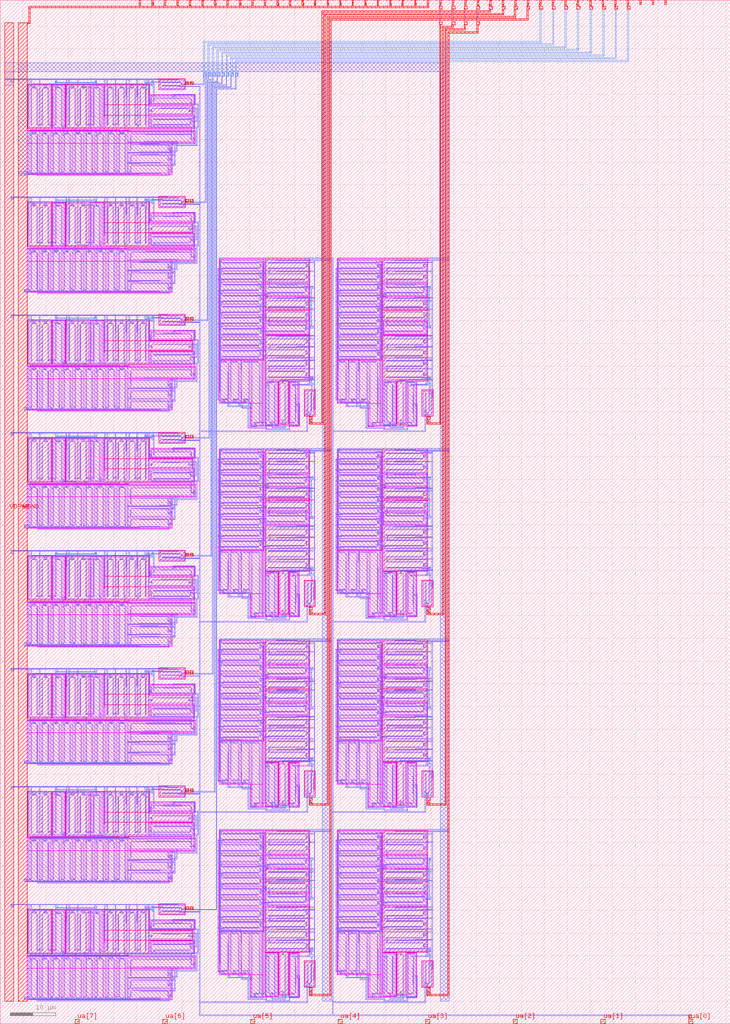
<source format=lef>
VERSION 5.7 ;
  NOWIREEXTENSIONATPIN ON ;
  DIVIDERCHAR "/" ;
  BUSBITCHARS "[]" ;
MACRO tt_um_rburt16_bias_generator
  CLASS BLOCK ;
  FOREIGN tt_um_rburt16_bias_generator ;
  ORIGIN 0.000 0.000 ;
  SIZE 161.000 BY 225.760 ;
  PIN clk
    DIRECTION INPUT ;
    USE SIGNAL ;
    PORT
      LAYER met4 ;
        RECT 143.830 224.760 144.130 225.760 ;
    END
  END clk
  PIN ena
    DIRECTION INPUT ;
    USE SIGNAL ;
    PORT
      LAYER met4 ;
        RECT 146.590 224.760 146.890 225.760 ;
    END
  END ena
  PIN rst_n
    DIRECTION INPUT ;
    USE SIGNAL ;
    PORT
      LAYER met4 ;
        RECT 141.070 224.760 141.370 225.760 ;
    END
  END rst_n
  PIN ua[0]
    DIRECTION INOUT ;
    USE SIGNAL ;
    ANTENNADIFFAREA 18.559999 ;
    PORT
      LAYER met4 ;
        RECT 151.810 0.000 152.710 1.000 ;
    END
  END ua[0]
  PIN ua[1]
    DIRECTION INOUT ;
    USE SIGNAL ;
    PORT
      LAYER met4 ;
        RECT 132.490 0.000 133.390 1.000 ;
    END
  END ua[1]
  PIN ua[2]
    DIRECTION INOUT ;
    USE SIGNAL ;
    PORT
      LAYER met4 ;
        RECT 113.170 0.000 114.070 1.000 ;
    END
  END ua[2]
  PIN ua[3]
    DIRECTION INOUT ;
    USE SIGNAL ;
    PORT
      LAYER met4 ;
        RECT 93.850 0.000 94.750 1.000 ;
    END
  END ua[3]
  PIN ua[4]
    DIRECTION INOUT ;
    USE SIGNAL ;
    PORT
      LAYER met4 ;
        RECT 74.530 0.000 75.430 1.000 ;
    END
  END ua[4]
  PIN ua[5]
    DIRECTION INOUT ;
    USE SIGNAL ;
    PORT
      LAYER met4 ;
        RECT 55.210 0.000 56.110 1.000 ;
    END
  END ua[5]
  PIN ua[6]
    DIRECTION INOUT ;
    USE SIGNAL ;
    PORT
      LAYER met4 ;
        RECT 35.890 0.000 36.790 1.000 ;
    END
  END ua[6]
  PIN ua[7]
    DIRECTION INOUT ;
    USE SIGNAL ;
    PORT
      LAYER met4 ;
        RECT 16.570 0.000 17.470 1.000 ;
    END
  END ua[7]
  PIN ui_in[0]
    DIRECTION INPUT ;
    USE SIGNAL ;
    ANTENNAGATEAREA 2.000000 ;
    PORT
      LAYER met4 ;
        RECT 138.310 224.760 138.610 225.760 ;
    END
  END ui_in[0]
  PIN ui_in[1]
    DIRECTION INPUT ;
    USE SIGNAL ;
    ANTENNAGATEAREA 2.000000 ;
    PORT
      LAYER met4 ;
        RECT 135.550 224.760 135.850 225.760 ;
    END
  END ui_in[1]
  PIN ui_in[2]
    DIRECTION INPUT ;
    USE SIGNAL ;
    ANTENNAGATEAREA 2.000000 ;
    PORT
      LAYER met4 ;
        RECT 132.790 224.760 133.090 225.760 ;
    END
  END ui_in[2]
  PIN ui_in[3]
    DIRECTION INPUT ;
    USE SIGNAL ;
    ANTENNAGATEAREA 2.000000 ;
    PORT
      LAYER met4 ;
        RECT 130.030 224.760 130.330 225.760 ;
    END
  END ui_in[3]
  PIN ui_in[4]
    DIRECTION INPUT ;
    USE SIGNAL ;
    ANTENNAGATEAREA 2.000000 ;
    PORT
      LAYER met4 ;
        RECT 127.270 224.760 127.570 225.760 ;
    END
  END ui_in[4]
  PIN ui_in[5]
    DIRECTION INPUT ;
    USE SIGNAL ;
    ANTENNAGATEAREA 2.000000 ;
    PORT
      LAYER met4 ;
        RECT 124.510 224.760 124.810 225.760 ;
    END
  END ui_in[5]
  PIN ui_in[6]
    DIRECTION INPUT ;
    USE SIGNAL ;
    ANTENNAGATEAREA 2.000000 ;
    PORT
      LAYER met4 ;
        RECT 121.750 224.760 122.050 225.760 ;
    END
  END ui_in[6]
  PIN ui_in[7]
    DIRECTION INPUT ;
    USE SIGNAL ;
    ANTENNAGATEAREA 2.000000 ;
    PORT
      LAYER met4 ;
        RECT 118.990 224.760 119.290 225.760 ;
    END
  END ui_in[7]
  PIN uio_in[0]
    DIRECTION INPUT ;
    USE SIGNAL ;
    ANTENNAGATEAREA 2.000000 ;
    PORT
      LAYER met4 ;
        RECT 116.230 224.760 116.530 225.760 ;
    END
  END uio_in[0]
  PIN uio_in[1]
    DIRECTION INPUT ;
    USE SIGNAL ;
    ANTENNAGATEAREA 2.000000 ;
    PORT
      LAYER met4 ;
        RECT 113.470 224.760 113.770 225.760 ;
    END
  END uio_in[1]
  PIN uio_in[2]
    DIRECTION INPUT ;
    USE SIGNAL ;
    ANTENNAGATEAREA 2.000000 ;
    PORT
      LAYER met4 ;
        RECT 110.710 224.760 111.010 225.760 ;
    END
  END uio_in[2]
  PIN uio_in[3]
    DIRECTION INPUT ;
    USE SIGNAL ;
    ANTENNAGATEAREA 2.000000 ;
    PORT
      LAYER met4 ;
        RECT 107.950 224.760 108.250 225.760 ;
    END
  END uio_in[3]
  PIN uio_in[4]
    DIRECTION INPUT ;
    USE SIGNAL ;
    ANTENNAGATEAREA 2.000000 ;
    PORT
      LAYER met4 ;
        RECT 105.190 224.760 105.490 225.760 ;
    END
  END uio_in[4]
  PIN uio_in[5]
    DIRECTION INPUT ;
    USE SIGNAL ;
    ANTENNAGATEAREA 2.000000 ;
    PORT
      LAYER met4 ;
        RECT 102.430 224.760 102.730 225.760 ;
    END
  END uio_in[5]
  PIN uio_in[6]
    DIRECTION INPUT ;
    USE SIGNAL ;
    ANTENNAGATEAREA 2.000000 ;
    PORT
      LAYER met4 ;
        RECT 99.670 224.760 99.970 225.760 ;
    END
  END uio_in[6]
  PIN uio_in[7]
    DIRECTION INPUT ;
    USE SIGNAL ;
    ANTENNAGATEAREA 2.000000 ;
    PORT
      LAYER met4 ;
        RECT 96.910 224.760 97.210 225.760 ;
    END
  END uio_in[7]
  PIN uio_oe[0]
    DIRECTION OUTPUT ;
    USE SIGNAL ;
    ANTENNADIFFAREA 780.947205 ;
    PORT
      LAYER met4 ;
        RECT 49.990 224.760 50.290 225.760 ;
    END
  END uio_oe[0]
  PIN uio_oe[1]
    DIRECTION OUTPUT ;
    USE SIGNAL ;
    ANTENNADIFFAREA 780.947205 ;
    PORT
      LAYER met4 ;
        RECT 47.230 224.760 47.530 225.760 ;
    END
  END uio_oe[1]
  PIN uio_oe[2]
    DIRECTION OUTPUT ;
    USE SIGNAL ;
    ANTENNADIFFAREA 780.947205 ;
    PORT
      LAYER met4 ;
        RECT 44.470 224.760 44.770 225.760 ;
    END
  END uio_oe[2]
  PIN uio_oe[3]
    DIRECTION OUTPUT ;
    USE SIGNAL ;
    ANTENNADIFFAREA 780.947205 ;
    PORT
      LAYER met4 ;
        RECT 41.710 224.760 42.010 225.760 ;
    END
  END uio_oe[3]
  PIN uio_oe[4]
    DIRECTION OUTPUT ;
    USE SIGNAL ;
    ANTENNADIFFAREA 780.947205 ;
    PORT
      LAYER met4 ;
        RECT 38.950 224.760 39.250 225.760 ;
    END
  END uio_oe[4]
  PIN uio_oe[5]
    DIRECTION OUTPUT ;
    USE SIGNAL ;
    ANTENNADIFFAREA 780.947205 ;
    PORT
      LAYER met4 ;
        RECT 36.190 224.760 36.490 225.760 ;
    END
  END uio_oe[5]
  PIN uio_oe[6]
    DIRECTION OUTPUT ;
    USE SIGNAL ;
    ANTENNADIFFAREA 780.947205 ;
    PORT
      LAYER met4 ;
        RECT 33.430 224.760 33.730 225.760 ;
    END
  END uio_oe[6]
  PIN uio_oe[7]
    DIRECTION OUTPUT ;
    USE SIGNAL ;
    ANTENNADIFFAREA 780.947205 ;
    PORT
      LAYER met4 ;
        RECT 30.670 224.760 30.970 225.760 ;
    END
  END uio_oe[7]
  PIN uio_out[0]
    DIRECTION OUTPUT ;
    USE SIGNAL ;
    ANTENNADIFFAREA 780.947205 ;
    PORT
      LAYER met4 ;
        RECT 72.070 224.760 72.370 225.760 ;
    END
  END uio_out[0]
  PIN uio_out[1]
    DIRECTION OUTPUT ;
    USE SIGNAL ;
    ANTENNADIFFAREA 780.947205 ;
    PORT
      LAYER met4 ;
        RECT 69.310 224.760 69.610 225.760 ;
    END
  END uio_out[1]
  PIN uio_out[2]
    DIRECTION OUTPUT ;
    USE SIGNAL ;
    ANTENNADIFFAREA 780.947205 ;
    PORT
      LAYER met4 ;
        RECT 66.550 224.760 66.850 225.760 ;
    END
  END uio_out[2]
  PIN uio_out[3]
    DIRECTION OUTPUT ;
    USE SIGNAL ;
    ANTENNADIFFAREA 780.947205 ;
    PORT
      LAYER met4 ;
        RECT 63.790 224.760 64.090 225.760 ;
    END
  END uio_out[3]
  PIN uio_out[4]
    DIRECTION OUTPUT ;
    USE SIGNAL ;
    ANTENNADIFFAREA 780.947205 ;
    PORT
      LAYER met4 ;
        RECT 61.030 224.760 61.330 225.760 ;
    END
  END uio_out[4]
  PIN uio_out[5]
    DIRECTION OUTPUT ;
    USE SIGNAL ;
    ANTENNADIFFAREA 780.947205 ;
    PORT
      LAYER met4 ;
        RECT 58.270 224.760 58.570 225.760 ;
    END
  END uio_out[5]
  PIN uio_out[6]
    DIRECTION OUTPUT ;
    USE SIGNAL ;
    ANTENNADIFFAREA 780.947205 ;
    PORT
      LAYER met4 ;
        RECT 55.510 224.760 55.810 225.760 ;
    END
  END uio_out[6]
  PIN uio_out[7]
    DIRECTION OUTPUT ;
    USE SIGNAL ;
    ANTENNADIFFAREA 780.947205 ;
    PORT
      LAYER met4 ;
        RECT 52.750 224.760 53.050 225.760 ;
    END
  END uio_out[7]
  PIN uo_out[0]
    DIRECTION OUTPUT ;
    USE SIGNAL ;
    ANTENNADIFFAREA 780.947205 ;
    PORT
      LAYER met4 ;
        RECT 94.150 224.760 94.450 225.760 ;
    END
  END uo_out[0]
  PIN uo_out[1]
    DIRECTION OUTPUT ;
    USE SIGNAL ;
    ANTENNADIFFAREA 780.947205 ;
    PORT
      LAYER met4 ;
        RECT 91.390 224.760 91.690 225.760 ;
    END
  END uo_out[1]
  PIN uo_out[2]
    DIRECTION OUTPUT ;
    USE SIGNAL ;
    ANTENNADIFFAREA 780.947205 ;
    PORT
      LAYER met4 ;
        RECT 88.630 224.760 88.930 225.760 ;
    END
  END uo_out[2]
  PIN uo_out[3]
    DIRECTION OUTPUT ;
    USE SIGNAL ;
    ANTENNADIFFAREA 780.947205 ;
    PORT
      LAYER met4 ;
        RECT 85.870 224.760 86.170 225.760 ;
    END
  END uo_out[3]
  PIN uo_out[4]
    DIRECTION OUTPUT ;
    USE SIGNAL ;
    ANTENNADIFFAREA 780.947205 ;
    PORT
      LAYER met4 ;
        RECT 83.110 224.760 83.410 225.760 ;
    END
  END uo_out[4]
  PIN uo_out[5]
    DIRECTION OUTPUT ;
    USE SIGNAL ;
    ANTENNADIFFAREA 780.947205 ;
    PORT
      LAYER met4 ;
        RECT 80.350 224.760 80.650 225.760 ;
    END
  END uo_out[5]
  PIN uo_out[6]
    DIRECTION OUTPUT ;
    USE SIGNAL ;
    ANTENNADIFFAREA 780.947205 ;
    PORT
      LAYER met4 ;
        RECT 77.590 224.760 77.890 225.760 ;
    END
  END uo_out[6]
  PIN uo_out[7]
    DIRECTION OUTPUT ;
    USE SIGNAL ;
    ANTENNADIFFAREA 780.947205 ;
    PORT
      LAYER met4 ;
        RECT 74.830 224.760 75.130 225.760 ;
    END
  END uo_out[7]
  PIN VDPWR
    DIRECTION INOUT ;
    USE POWER ;
    PORT
      LAYER met4 ;
        RECT 1.000 5.000 3.000 220.760 ;
    END
  END VDPWR
  PIN VGND
    DIRECTION INOUT ;
    USE GROUND ;
    PORT
      LAYER met4 ;
        RECT 4.000 5.000 6.000 220.760 ;
    END
  END VGND
  OBS
      LAYER nwell ;
        RECT 16.850 207.240 19.810 207.245 ;
        RECT 6.020 197.400 11.410 207.240 ;
      LAYER pwell ;
        RECT 11.420 197.400 14.380 207.190 ;
      LAYER nwell ;
        RECT 14.420 197.405 19.810 207.240 ;
      LAYER pwell ;
        RECT 19.830 197.415 22.790 207.205 ;
      LAYER nwell ;
        RECT 22.820 202.660 32.975 207.240 ;
        RECT 35.000 206.000 40.840 208.460 ;
      LAYER pwell ;
        RECT 33.020 202.700 42.980 204.910 ;
      LAYER nwell ;
        RECT 22.820 200.400 42.480 202.660 ;
        RECT 14.420 197.400 17.380 197.405 ;
        RECT 22.820 197.400 32.975 200.400 ;
      LAYER pwell ;
        RECT 33.020 197.400 42.810 200.360 ;
        RECT 6.000 196.990 28.400 197.090 ;
        RECT 6.000 194.200 42.980 196.990 ;
        RECT 6.000 187.300 37.880 194.200 ;
      LAYER nwell ;
        RECT 16.850 181.240 19.810 181.245 ;
        RECT 6.020 171.400 11.410 181.240 ;
      LAYER pwell ;
        RECT 11.420 171.400 14.380 181.190 ;
      LAYER nwell ;
        RECT 14.420 171.405 19.810 181.240 ;
      LAYER pwell ;
        RECT 19.830 171.415 22.790 181.205 ;
      LAYER nwell ;
        RECT 22.820 176.660 32.975 181.240 ;
        RECT 35.000 180.000 40.840 182.460 ;
      LAYER pwell ;
        RECT 33.020 176.700 42.980 178.910 ;
      LAYER nwell ;
        RECT 22.820 174.400 42.480 176.660 ;
        RECT 14.420 171.400 17.380 171.405 ;
        RECT 22.820 171.400 32.975 174.400 ;
      LAYER pwell ;
        RECT 33.020 171.400 42.810 174.360 ;
        RECT 6.000 170.990 28.400 171.090 ;
        RECT 6.000 168.200 42.980 170.990 ;
        RECT 6.000 161.300 37.880 168.200 ;
      LAYER nwell ;
        RECT 16.850 155.240 19.810 155.245 ;
        RECT 6.020 145.400 11.410 155.240 ;
      LAYER pwell ;
        RECT 11.420 145.400 14.380 155.190 ;
      LAYER nwell ;
        RECT 14.420 145.405 19.810 155.240 ;
      LAYER pwell ;
        RECT 19.830 145.415 22.790 155.205 ;
      LAYER nwell ;
        RECT 22.820 150.660 32.975 155.240 ;
        RECT 35.000 154.000 40.840 156.460 ;
      LAYER pwell ;
        RECT 33.020 150.700 42.980 152.910 ;
      LAYER nwell ;
        RECT 22.820 148.400 42.480 150.660 ;
        RECT 14.420 145.400 17.380 145.405 ;
        RECT 22.820 145.400 32.975 148.400 ;
      LAYER pwell ;
        RECT 33.020 145.400 42.810 148.360 ;
        RECT 48.300 146.320 58.090 168.720 ;
      LAYER nwell ;
        RECT 58.400 163.310 68.240 168.700 ;
      LAYER pwell ;
        RECT 58.400 160.340 68.190 163.300 ;
      LAYER nwell ;
        RECT 58.400 157.870 68.240 160.300 ;
        RECT 58.400 157.340 68.245 157.870 ;
        RECT 58.405 154.910 68.245 157.340 ;
      LAYER pwell ;
        RECT 58.415 151.930 68.205 154.890 ;
        RECT 6.000 144.990 28.400 145.090 ;
        RECT 6.000 142.200 42.980 144.990 ;
        RECT 6.000 135.300 37.880 142.200 ;
        RECT 48.300 136.840 57.990 146.320 ;
      LAYER nwell ;
        RECT 58.400 141.745 68.240 151.900 ;
      LAYER pwell ;
        RECT 74.300 146.320 84.090 168.720 ;
      LAYER nwell ;
        RECT 84.400 163.310 94.240 168.700 ;
      LAYER pwell ;
        RECT 84.400 160.340 94.190 163.300 ;
      LAYER nwell ;
        RECT 84.400 157.870 94.240 160.300 ;
        RECT 84.400 157.340 94.245 157.870 ;
        RECT 84.405 154.910 94.245 157.340 ;
      LAYER pwell ;
        RECT 84.415 151.930 94.205 154.890 ;
        RECT 55.200 131.740 57.990 136.840 ;
        RECT 58.400 131.910 61.360 141.700 ;
      LAYER nwell ;
        RECT 61.400 132.240 63.660 141.745 ;
      LAYER pwell ;
        RECT 63.700 131.740 65.910 141.700 ;
      LAYER nwell ;
        RECT 67.000 134.000 69.460 139.840 ;
      LAYER pwell ;
        RECT 74.300 136.840 83.990 146.320 ;
      LAYER nwell ;
        RECT 84.400 141.745 94.240 151.900 ;
      LAYER pwell ;
        RECT 81.200 131.740 83.990 136.840 ;
        RECT 84.400 131.910 87.360 141.700 ;
      LAYER nwell ;
        RECT 87.400 132.240 89.660 141.745 ;
      LAYER pwell ;
        RECT 89.700 131.740 91.910 141.700 ;
      LAYER nwell ;
        RECT 93.000 134.000 95.460 139.840 ;
        RECT 16.850 129.240 19.810 129.245 ;
        RECT 6.020 119.400 11.410 129.240 ;
      LAYER pwell ;
        RECT 11.420 119.400 14.380 129.190 ;
      LAYER nwell ;
        RECT 14.420 119.405 19.810 129.240 ;
      LAYER pwell ;
        RECT 19.830 119.415 22.790 129.205 ;
      LAYER nwell ;
        RECT 22.820 124.660 32.975 129.240 ;
        RECT 35.000 128.000 40.840 130.460 ;
      LAYER pwell ;
        RECT 33.020 124.700 42.980 126.910 ;
      LAYER nwell ;
        RECT 22.820 122.400 42.480 124.660 ;
        RECT 14.420 119.400 17.380 119.405 ;
        RECT 22.820 119.400 32.975 122.400 ;
      LAYER pwell ;
        RECT 33.020 119.400 42.810 122.360 ;
        RECT 6.000 118.990 28.400 119.090 ;
        RECT 6.000 116.200 42.980 118.990 ;
        RECT 6.000 109.300 37.880 116.200 ;
      LAYER nwell ;
        RECT 16.850 103.240 19.810 103.245 ;
        RECT 6.020 93.400 11.410 103.240 ;
      LAYER pwell ;
        RECT 11.420 93.400 14.380 103.190 ;
      LAYER nwell ;
        RECT 14.420 93.405 19.810 103.240 ;
      LAYER pwell ;
        RECT 19.830 93.415 22.790 103.205 ;
      LAYER nwell ;
        RECT 22.820 98.660 32.975 103.240 ;
        RECT 35.000 102.000 40.840 104.460 ;
      LAYER pwell ;
        RECT 48.300 104.320 58.090 126.720 ;
      LAYER nwell ;
        RECT 58.400 121.310 68.240 126.700 ;
      LAYER pwell ;
        RECT 58.400 118.340 68.190 121.300 ;
      LAYER nwell ;
        RECT 58.400 115.870 68.240 118.300 ;
        RECT 58.400 115.340 68.245 115.870 ;
        RECT 58.405 112.910 68.245 115.340 ;
      LAYER pwell ;
        RECT 58.415 109.930 68.205 112.890 ;
        RECT 33.020 98.700 42.980 100.910 ;
      LAYER nwell ;
        RECT 22.820 96.400 42.480 98.660 ;
        RECT 14.420 93.400 17.380 93.405 ;
        RECT 22.820 93.400 32.975 96.400 ;
      LAYER pwell ;
        RECT 33.020 93.400 42.810 96.360 ;
        RECT 48.300 94.840 57.990 104.320 ;
      LAYER nwell ;
        RECT 58.400 99.745 68.240 109.900 ;
      LAYER pwell ;
        RECT 74.300 104.320 84.090 126.720 ;
      LAYER nwell ;
        RECT 84.400 121.310 94.240 126.700 ;
      LAYER pwell ;
        RECT 84.400 118.340 94.190 121.300 ;
      LAYER nwell ;
        RECT 84.400 115.870 94.240 118.300 ;
        RECT 84.400 115.340 94.245 115.870 ;
        RECT 84.405 112.910 94.245 115.340 ;
      LAYER pwell ;
        RECT 84.415 109.930 94.205 112.890 ;
        RECT 6.000 92.990 28.400 93.090 ;
        RECT 6.000 90.200 42.980 92.990 ;
        RECT 6.000 83.300 37.880 90.200 ;
        RECT 55.200 89.740 57.990 94.840 ;
        RECT 58.400 89.910 61.360 99.700 ;
      LAYER nwell ;
        RECT 61.400 90.240 63.660 99.745 ;
      LAYER pwell ;
        RECT 63.700 89.740 65.910 99.700 ;
      LAYER nwell ;
        RECT 67.000 92.000 69.460 97.840 ;
      LAYER pwell ;
        RECT 74.300 94.840 83.990 104.320 ;
      LAYER nwell ;
        RECT 84.400 99.745 94.240 109.900 ;
      LAYER pwell ;
        RECT 81.200 89.740 83.990 94.840 ;
        RECT 84.400 89.910 87.360 99.700 ;
      LAYER nwell ;
        RECT 87.400 90.240 89.660 99.745 ;
      LAYER pwell ;
        RECT 89.700 89.740 91.910 99.700 ;
      LAYER nwell ;
        RECT 93.000 92.000 95.460 97.840 ;
        RECT 16.850 77.240 19.810 77.245 ;
        RECT 6.020 67.400 11.410 77.240 ;
      LAYER pwell ;
        RECT 11.420 67.400 14.380 77.190 ;
      LAYER nwell ;
        RECT 14.420 67.405 19.810 77.240 ;
      LAYER pwell ;
        RECT 19.830 67.415 22.790 77.205 ;
      LAYER nwell ;
        RECT 22.820 72.660 32.975 77.240 ;
        RECT 35.000 76.000 40.840 78.460 ;
      LAYER pwell ;
        RECT 33.020 72.700 42.980 74.910 ;
      LAYER nwell ;
        RECT 22.820 70.400 42.480 72.660 ;
        RECT 14.420 67.400 17.380 67.405 ;
        RECT 22.820 67.400 32.975 70.400 ;
      LAYER pwell ;
        RECT 33.020 67.400 42.810 70.360 ;
        RECT 6.000 66.990 28.400 67.090 ;
        RECT 6.000 64.200 42.980 66.990 ;
        RECT 6.000 57.300 37.880 64.200 ;
        RECT 48.300 62.320 58.090 84.720 ;
      LAYER nwell ;
        RECT 58.400 79.310 68.240 84.700 ;
      LAYER pwell ;
        RECT 58.400 76.340 68.190 79.300 ;
      LAYER nwell ;
        RECT 58.400 73.870 68.240 76.300 ;
        RECT 58.400 73.340 68.245 73.870 ;
        RECT 58.405 70.910 68.245 73.340 ;
      LAYER pwell ;
        RECT 58.415 67.930 68.205 70.890 ;
        RECT 48.300 52.840 57.990 62.320 ;
      LAYER nwell ;
        RECT 58.400 57.745 68.240 67.900 ;
      LAYER pwell ;
        RECT 74.300 62.320 84.090 84.720 ;
      LAYER nwell ;
        RECT 84.400 79.310 94.240 84.700 ;
      LAYER pwell ;
        RECT 84.400 76.340 94.190 79.300 ;
      LAYER nwell ;
        RECT 84.400 73.870 94.240 76.300 ;
        RECT 84.400 73.340 94.245 73.870 ;
        RECT 84.405 70.910 94.245 73.340 ;
      LAYER pwell ;
        RECT 84.415 67.930 94.205 70.890 ;
      LAYER nwell ;
        RECT 16.850 51.240 19.810 51.245 ;
        RECT 6.020 41.400 11.410 51.240 ;
      LAYER pwell ;
        RECT 11.420 41.400 14.380 51.190 ;
      LAYER nwell ;
        RECT 14.420 41.405 19.810 51.240 ;
      LAYER pwell ;
        RECT 19.830 41.415 22.790 51.205 ;
      LAYER nwell ;
        RECT 22.820 46.660 32.975 51.240 ;
        RECT 35.000 50.000 40.840 52.460 ;
      LAYER pwell ;
        RECT 33.020 46.700 42.980 48.910 ;
        RECT 55.200 47.740 57.990 52.840 ;
        RECT 58.400 47.910 61.360 57.700 ;
      LAYER nwell ;
        RECT 61.400 48.240 63.660 57.745 ;
      LAYER pwell ;
        RECT 63.700 47.740 65.910 57.700 ;
      LAYER nwell ;
        RECT 67.000 50.000 69.460 55.840 ;
      LAYER pwell ;
        RECT 74.300 52.840 83.990 62.320 ;
      LAYER nwell ;
        RECT 84.400 57.745 94.240 67.900 ;
      LAYER pwell ;
        RECT 81.200 47.740 83.990 52.840 ;
        RECT 84.400 47.910 87.360 57.700 ;
      LAYER nwell ;
        RECT 87.400 48.240 89.660 57.745 ;
      LAYER pwell ;
        RECT 89.700 47.740 91.910 57.700 ;
      LAYER nwell ;
        RECT 93.000 50.000 95.460 55.840 ;
        RECT 22.820 44.400 42.480 46.660 ;
        RECT 14.420 41.400 17.380 41.405 ;
        RECT 22.820 41.400 32.975 44.400 ;
      LAYER pwell ;
        RECT 33.020 41.400 42.810 44.360 ;
        RECT 6.000 40.990 28.400 41.090 ;
        RECT 6.000 38.200 42.980 40.990 ;
        RECT 6.000 31.300 37.880 38.200 ;
      LAYER nwell ;
        RECT 16.850 25.240 19.810 25.245 ;
        RECT 6.020 15.400 11.410 25.240 ;
      LAYER pwell ;
        RECT 11.420 15.400 14.380 25.190 ;
      LAYER nwell ;
        RECT 14.420 15.405 19.810 25.240 ;
      LAYER pwell ;
        RECT 19.830 15.415 22.790 25.205 ;
      LAYER nwell ;
        RECT 22.820 20.660 32.975 25.240 ;
        RECT 35.000 24.000 40.840 26.460 ;
      LAYER pwell ;
        RECT 33.020 20.700 42.980 22.910 ;
      LAYER nwell ;
        RECT 22.820 18.400 42.480 20.660 ;
      LAYER pwell ;
        RECT 48.300 20.320 58.090 42.720 ;
      LAYER nwell ;
        RECT 58.400 37.310 68.240 42.700 ;
      LAYER pwell ;
        RECT 58.400 34.340 68.190 37.300 ;
      LAYER nwell ;
        RECT 58.400 31.870 68.240 34.300 ;
        RECT 58.400 31.340 68.245 31.870 ;
        RECT 58.405 28.910 68.245 31.340 ;
      LAYER pwell ;
        RECT 58.415 25.930 68.205 28.890 ;
      LAYER nwell ;
        RECT 14.420 15.400 17.380 15.405 ;
        RECT 22.820 15.400 32.975 18.400 ;
      LAYER pwell ;
        RECT 33.020 15.400 42.810 18.360 ;
        RECT 6.000 14.990 28.400 15.090 ;
        RECT 6.000 12.200 42.980 14.990 ;
        RECT 6.000 5.300 37.880 12.200 ;
        RECT 48.300 10.840 57.990 20.320 ;
      LAYER nwell ;
        RECT 58.400 15.745 68.240 25.900 ;
      LAYER pwell ;
        RECT 74.300 20.320 84.090 42.720 ;
      LAYER nwell ;
        RECT 84.400 37.310 94.240 42.700 ;
      LAYER pwell ;
        RECT 84.400 34.340 94.190 37.300 ;
      LAYER nwell ;
        RECT 84.400 31.870 94.240 34.300 ;
        RECT 84.400 31.340 94.245 31.870 ;
        RECT 84.405 28.910 94.245 31.340 ;
      LAYER pwell ;
        RECT 84.415 25.930 94.205 28.890 ;
        RECT 55.200 5.740 57.990 10.840 ;
        RECT 58.400 5.910 61.360 15.700 ;
      LAYER nwell ;
        RECT 61.400 6.240 63.660 15.745 ;
      LAYER pwell ;
        RECT 63.700 5.740 65.910 15.700 ;
      LAYER nwell ;
        RECT 67.000 8.000 69.460 13.840 ;
      LAYER pwell ;
        RECT 74.300 10.840 83.990 20.320 ;
      LAYER nwell ;
        RECT 84.400 15.745 94.240 25.900 ;
      LAYER pwell ;
        RECT 81.200 5.740 83.990 10.840 ;
        RECT 84.400 5.910 87.360 15.700 ;
      LAYER nwell ;
        RECT 87.400 6.240 89.660 15.745 ;
      LAYER pwell ;
        RECT 89.700 5.740 91.910 15.700 ;
      LAYER nwell ;
        RECT 93.000 8.000 95.460 13.840 ;
      LAYER li1 ;
        RECT 35.180 208.110 40.660 208.280 ;
        RECT 17.030 207.060 19.630 207.065 ;
        RECT 6.200 206.890 11.230 207.060 ;
        RECT 6.200 197.750 6.370 206.890 ;
        RECT 7.000 206.375 8.000 206.545 ;
        RECT 6.770 198.120 6.940 206.160 ;
        RECT 8.060 198.120 8.230 206.160 ;
        RECT 8.630 197.750 8.800 206.890 ;
        RECT 9.430 206.375 10.430 206.545 ;
        RECT 9.200 198.120 9.370 206.160 ;
        RECT 10.490 198.120 10.660 206.160 ;
        RECT 11.060 197.750 11.230 206.890 ;
        RECT 6.200 197.580 11.230 197.750 ;
        RECT 11.600 206.840 14.200 207.010 ;
        RECT 11.600 197.750 11.770 206.840 ;
        RECT 12.400 206.330 13.400 206.500 ;
        RECT 12.170 198.120 12.340 206.160 ;
        RECT 13.460 198.120 13.630 206.160 ;
        RECT 14.030 197.750 14.200 206.840 ;
        RECT 11.600 197.580 14.200 197.750 ;
        RECT 14.600 206.895 19.630 207.060 ;
        RECT 14.600 206.890 17.200 206.895 ;
        RECT 14.600 197.750 14.770 206.890 ;
        RECT 15.400 206.375 16.400 206.545 ;
        RECT 15.170 198.120 15.340 206.160 ;
        RECT 16.460 198.120 16.630 206.160 ;
        RECT 17.030 197.755 17.200 206.890 ;
        RECT 17.830 206.380 18.830 206.550 ;
        RECT 17.600 198.125 17.770 206.165 ;
        RECT 18.890 198.125 19.060 206.165 ;
        RECT 19.460 197.755 19.630 206.895 ;
        RECT 17.030 197.750 19.630 197.755 ;
        RECT 14.600 197.585 19.630 197.750 ;
        RECT 20.010 206.855 22.610 207.025 ;
        RECT 20.010 197.765 20.180 206.855 ;
        RECT 20.810 206.345 21.810 206.515 ;
        RECT 20.580 198.135 20.750 206.175 ;
        RECT 21.870 198.135 22.040 206.175 ;
        RECT 22.440 197.765 22.610 206.855 ;
        RECT 20.010 197.595 22.610 197.765 ;
        RECT 23.000 206.890 32.795 207.060 ;
        RECT 23.000 197.750 23.170 206.890 ;
        RECT 23.800 206.375 24.800 206.545 ;
        RECT 23.570 198.120 23.740 206.160 ;
        RECT 24.860 198.120 25.030 206.160 ;
        RECT 25.400 197.750 25.600 206.890 ;
        RECT 26.200 206.375 27.200 206.545 ;
        RECT 25.970 198.120 26.140 206.160 ;
        RECT 27.260 198.120 27.430 206.160 ;
        RECT 27.800 197.750 28.000 206.890 ;
        RECT 28.600 206.375 29.600 206.545 ;
        RECT 28.370 198.120 28.540 206.160 ;
        RECT 29.660 198.120 29.830 206.160 ;
        RECT 30.195 197.750 30.400 206.890 ;
        RECT 30.995 206.375 31.995 206.545 ;
        RECT 30.765 198.120 30.935 206.160 ;
        RECT 32.055 198.120 32.225 206.160 ;
        RECT 32.625 202.480 32.795 206.890 ;
        RECT 35.180 206.350 35.350 208.110 ;
        RECT 35.720 207.540 39.760 207.710 ;
        RECT 39.975 206.980 40.145 207.480 ;
        RECT 35.720 206.750 39.760 206.920 ;
        RECT 40.490 206.350 40.660 208.110 ;
        RECT 35.180 206.180 40.660 206.350 ;
        RECT 33.200 204.560 42.800 204.730 ;
        RECT 33.200 203.050 33.370 204.560 ;
        RECT 34.000 204.050 42.000 204.220 ;
        RECT 33.770 203.420 33.940 203.880 ;
        RECT 42.060 203.420 42.230 203.880 ;
        RECT 42.630 203.050 42.800 204.560 ;
        RECT 33.200 202.880 42.800 203.050 ;
        RECT 32.625 202.310 42.300 202.480 ;
        RECT 32.625 200.750 32.870 202.310 ;
        RECT 33.500 201.795 41.500 201.965 ;
        RECT 33.270 201.120 33.440 201.580 ;
        RECT 41.560 201.120 41.730 201.580 ;
        RECT 42.130 200.750 42.300 202.310 ;
        RECT 32.625 200.580 42.300 200.750 ;
        RECT 32.625 197.750 32.795 200.580 ;
        RECT 14.600 197.580 17.200 197.585 ;
        RECT 23.000 197.580 32.795 197.750 ;
        RECT 33.200 200.010 42.630 200.180 ;
        RECT 33.200 197.750 33.370 200.010 ;
        RECT 33.740 199.440 41.780 199.610 ;
        RECT 41.950 198.380 42.120 199.380 ;
        RECT 33.740 198.150 41.780 198.320 ;
        RECT 42.460 197.750 42.630 200.010 ;
        RECT 33.200 197.580 42.630 197.750 ;
        RECT 6.180 196.810 28.220 196.910 ;
        RECT 6.180 196.740 42.800 196.810 ;
        RECT 6.180 187.650 6.350 196.740 ;
        RECT 6.980 196.230 7.980 196.400 ;
        RECT 6.750 188.020 6.920 196.060 ;
        RECT 8.040 188.020 8.210 196.060 ;
        RECT 8.610 187.650 8.780 196.740 ;
        RECT 9.410 196.230 10.410 196.400 ;
        RECT 9.180 188.020 9.350 196.060 ;
        RECT 10.470 188.020 10.640 196.060 ;
        RECT 11.040 187.650 11.210 196.740 ;
        RECT 11.840 196.230 12.840 196.400 ;
        RECT 11.610 188.020 11.780 196.060 ;
        RECT 12.900 188.020 13.070 196.060 ;
        RECT 13.470 187.650 13.640 196.740 ;
        RECT 14.270 196.230 15.270 196.400 ;
        RECT 14.040 188.020 14.210 196.060 ;
        RECT 15.330 188.020 15.500 196.060 ;
        RECT 15.900 187.650 16.070 196.740 ;
        RECT 16.700 196.230 17.700 196.400 ;
        RECT 16.470 188.020 16.640 196.060 ;
        RECT 17.760 188.020 17.930 196.060 ;
        RECT 18.330 187.650 18.500 196.740 ;
        RECT 19.130 196.230 20.130 196.400 ;
        RECT 18.900 188.020 19.070 196.060 ;
        RECT 20.190 188.020 20.360 196.060 ;
        RECT 20.760 187.650 20.930 196.740 ;
        RECT 21.560 196.230 22.560 196.400 ;
        RECT 21.330 188.020 21.500 196.060 ;
        RECT 22.620 188.020 22.790 196.060 ;
        RECT 23.190 187.650 23.360 196.740 ;
        RECT 23.990 196.230 24.990 196.400 ;
        RECT 23.760 188.020 23.930 196.060 ;
        RECT 25.050 188.020 25.220 196.060 ;
        RECT 25.620 187.650 25.790 196.740 ;
        RECT 28.050 196.640 42.800 196.740 ;
        RECT 26.420 196.230 27.420 196.400 ;
        RECT 26.190 188.020 26.360 196.060 ;
        RECT 27.480 188.020 27.650 196.060 ;
        RECT 28.050 194.550 28.270 196.640 ;
        RECT 28.900 196.130 42.000 196.300 ;
        RECT 28.670 194.920 28.840 195.960 ;
        RECT 42.060 194.920 42.230 195.960 ;
        RECT 42.630 194.550 42.800 196.640 ;
        RECT 28.050 194.380 42.800 194.550 ;
        RECT 28.050 194.340 37.700 194.380 ;
        RECT 28.050 192.250 28.270 194.340 ;
        RECT 28.900 193.830 36.900 194.000 ;
        RECT 28.670 192.620 28.840 193.660 ;
        RECT 36.960 192.620 37.130 193.660 ;
        RECT 37.530 192.250 37.700 194.340 ;
        RECT 28.050 192.040 37.700 192.250 ;
        RECT 28.050 189.950 28.270 192.040 ;
        RECT 28.900 191.530 36.900 191.700 ;
        RECT 28.670 190.320 28.840 191.360 ;
        RECT 36.960 190.320 37.130 191.360 ;
        RECT 37.530 189.950 37.700 192.040 ;
        RECT 28.050 189.740 37.700 189.950 ;
        RECT 28.050 187.650 28.270 189.740 ;
        RECT 28.900 189.230 36.900 189.400 ;
        RECT 28.670 188.020 28.840 189.060 ;
        RECT 36.960 188.020 37.130 189.060 ;
        RECT 37.530 187.650 37.700 189.740 ;
        RECT 6.180 187.480 37.700 187.650 ;
        RECT 35.180 182.110 40.660 182.280 ;
        RECT 17.030 181.060 19.630 181.065 ;
        RECT 6.200 180.890 11.230 181.060 ;
        RECT 6.200 171.750 6.370 180.890 ;
        RECT 7.000 180.375 8.000 180.545 ;
        RECT 6.770 172.120 6.940 180.160 ;
        RECT 8.060 172.120 8.230 180.160 ;
        RECT 8.630 171.750 8.800 180.890 ;
        RECT 9.430 180.375 10.430 180.545 ;
        RECT 9.200 172.120 9.370 180.160 ;
        RECT 10.490 172.120 10.660 180.160 ;
        RECT 11.060 171.750 11.230 180.890 ;
        RECT 6.200 171.580 11.230 171.750 ;
        RECT 11.600 180.840 14.200 181.010 ;
        RECT 11.600 171.750 11.770 180.840 ;
        RECT 12.400 180.330 13.400 180.500 ;
        RECT 12.170 172.120 12.340 180.160 ;
        RECT 13.460 172.120 13.630 180.160 ;
        RECT 14.030 171.750 14.200 180.840 ;
        RECT 11.600 171.580 14.200 171.750 ;
        RECT 14.600 180.895 19.630 181.060 ;
        RECT 14.600 180.890 17.200 180.895 ;
        RECT 14.600 171.750 14.770 180.890 ;
        RECT 15.400 180.375 16.400 180.545 ;
        RECT 15.170 172.120 15.340 180.160 ;
        RECT 16.460 172.120 16.630 180.160 ;
        RECT 17.030 171.755 17.200 180.890 ;
        RECT 17.830 180.380 18.830 180.550 ;
        RECT 17.600 172.125 17.770 180.165 ;
        RECT 18.890 172.125 19.060 180.165 ;
        RECT 19.460 171.755 19.630 180.895 ;
        RECT 17.030 171.750 19.630 171.755 ;
        RECT 14.600 171.585 19.630 171.750 ;
        RECT 20.010 180.855 22.610 181.025 ;
        RECT 20.010 171.765 20.180 180.855 ;
        RECT 20.810 180.345 21.810 180.515 ;
        RECT 20.580 172.135 20.750 180.175 ;
        RECT 21.870 172.135 22.040 180.175 ;
        RECT 22.440 171.765 22.610 180.855 ;
        RECT 20.010 171.595 22.610 171.765 ;
        RECT 23.000 180.890 32.795 181.060 ;
        RECT 23.000 171.750 23.170 180.890 ;
        RECT 23.800 180.375 24.800 180.545 ;
        RECT 23.570 172.120 23.740 180.160 ;
        RECT 24.860 172.120 25.030 180.160 ;
        RECT 25.400 171.750 25.600 180.890 ;
        RECT 26.200 180.375 27.200 180.545 ;
        RECT 25.970 172.120 26.140 180.160 ;
        RECT 27.260 172.120 27.430 180.160 ;
        RECT 27.800 171.750 28.000 180.890 ;
        RECT 28.600 180.375 29.600 180.545 ;
        RECT 28.370 172.120 28.540 180.160 ;
        RECT 29.660 172.120 29.830 180.160 ;
        RECT 30.195 171.750 30.400 180.890 ;
        RECT 30.995 180.375 31.995 180.545 ;
        RECT 30.765 172.120 30.935 180.160 ;
        RECT 32.055 172.120 32.225 180.160 ;
        RECT 32.625 176.480 32.795 180.890 ;
        RECT 35.180 180.350 35.350 182.110 ;
        RECT 35.720 181.540 39.760 181.710 ;
        RECT 39.975 180.980 40.145 181.480 ;
        RECT 35.720 180.750 39.760 180.920 ;
        RECT 40.490 180.350 40.660 182.110 ;
        RECT 35.180 180.180 40.660 180.350 ;
        RECT 33.200 178.560 42.800 178.730 ;
        RECT 33.200 177.050 33.370 178.560 ;
        RECT 34.000 178.050 42.000 178.220 ;
        RECT 33.770 177.420 33.940 177.880 ;
        RECT 42.060 177.420 42.230 177.880 ;
        RECT 42.630 177.050 42.800 178.560 ;
        RECT 33.200 176.880 42.800 177.050 ;
        RECT 32.625 176.310 42.300 176.480 ;
        RECT 32.625 174.750 32.870 176.310 ;
        RECT 33.500 175.795 41.500 175.965 ;
        RECT 33.270 175.120 33.440 175.580 ;
        RECT 41.560 175.120 41.730 175.580 ;
        RECT 42.130 174.750 42.300 176.310 ;
        RECT 32.625 174.580 42.300 174.750 ;
        RECT 32.625 171.750 32.795 174.580 ;
        RECT 14.600 171.580 17.200 171.585 ;
        RECT 23.000 171.580 32.795 171.750 ;
        RECT 33.200 174.010 42.630 174.180 ;
        RECT 33.200 171.750 33.370 174.010 ;
        RECT 33.740 173.440 41.780 173.610 ;
        RECT 41.950 172.380 42.120 173.380 ;
        RECT 33.740 172.150 41.780 172.320 ;
        RECT 42.460 171.750 42.630 174.010 ;
        RECT 33.200 171.580 42.630 171.750 ;
        RECT 6.180 170.810 28.220 170.910 ;
        RECT 6.180 170.740 42.800 170.810 ;
        RECT 6.180 161.650 6.350 170.740 ;
        RECT 6.980 170.230 7.980 170.400 ;
        RECT 6.750 162.020 6.920 170.060 ;
        RECT 8.040 162.020 8.210 170.060 ;
        RECT 8.610 161.650 8.780 170.740 ;
        RECT 9.410 170.230 10.410 170.400 ;
        RECT 9.180 162.020 9.350 170.060 ;
        RECT 10.470 162.020 10.640 170.060 ;
        RECT 11.040 161.650 11.210 170.740 ;
        RECT 11.840 170.230 12.840 170.400 ;
        RECT 11.610 162.020 11.780 170.060 ;
        RECT 12.900 162.020 13.070 170.060 ;
        RECT 13.470 161.650 13.640 170.740 ;
        RECT 14.270 170.230 15.270 170.400 ;
        RECT 14.040 162.020 14.210 170.060 ;
        RECT 15.330 162.020 15.500 170.060 ;
        RECT 15.900 161.650 16.070 170.740 ;
        RECT 16.700 170.230 17.700 170.400 ;
        RECT 16.470 162.020 16.640 170.060 ;
        RECT 17.760 162.020 17.930 170.060 ;
        RECT 18.330 161.650 18.500 170.740 ;
        RECT 19.130 170.230 20.130 170.400 ;
        RECT 18.900 162.020 19.070 170.060 ;
        RECT 20.190 162.020 20.360 170.060 ;
        RECT 20.760 161.650 20.930 170.740 ;
        RECT 21.560 170.230 22.560 170.400 ;
        RECT 21.330 162.020 21.500 170.060 ;
        RECT 22.620 162.020 22.790 170.060 ;
        RECT 23.190 161.650 23.360 170.740 ;
        RECT 23.990 170.230 24.990 170.400 ;
        RECT 23.760 162.020 23.930 170.060 ;
        RECT 25.050 162.020 25.220 170.060 ;
        RECT 25.620 161.650 25.790 170.740 ;
        RECT 28.050 170.640 42.800 170.740 ;
        RECT 26.420 170.230 27.420 170.400 ;
        RECT 26.190 162.020 26.360 170.060 ;
        RECT 27.480 162.020 27.650 170.060 ;
        RECT 28.050 168.550 28.270 170.640 ;
        RECT 28.900 170.130 42.000 170.300 ;
        RECT 28.670 168.920 28.840 169.960 ;
        RECT 42.060 168.920 42.230 169.960 ;
        RECT 42.630 168.550 42.800 170.640 ;
        RECT 28.050 168.380 42.800 168.550 ;
        RECT 28.050 168.340 37.700 168.380 ;
        RECT 28.050 166.250 28.270 168.340 ;
        RECT 28.900 167.830 36.900 168.000 ;
        RECT 28.670 166.620 28.840 167.660 ;
        RECT 36.960 166.620 37.130 167.660 ;
        RECT 37.530 166.250 37.700 168.340 ;
        RECT 28.050 166.040 37.700 166.250 ;
        RECT 28.050 163.950 28.270 166.040 ;
        RECT 28.900 165.530 36.900 165.700 ;
        RECT 28.670 164.320 28.840 165.360 ;
        RECT 36.960 164.320 37.130 165.360 ;
        RECT 37.530 163.950 37.700 166.040 ;
        RECT 28.050 163.740 37.700 163.950 ;
        RECT 28.050 161.650 28.270 163.740 ;
        RECT 28.900 163.230 36.900 163.400 ;
        RECT 28.670 162.020 28.840 163.060 ;
        RECT 36.960 162.020 37.130 163.060 ;
        RECT 37.530 161.650 37.700 163.740 ;
        RECT 6.180 161.480 37.700 161.650 ;
        RECT 48.480 168.370 57.910 168.540 ;
        RECT 48.480 166.110 48.650 168.370 ;
        RECT 49.020 167.800 57.060 167.970 ;
        RECT 57.230 166.740 57.400 167.740 ;
        RECT 49.020 166.510 57.060 166.680 ;
        RECT 57.740 166.110 57.910 168.370 ;
        RECT 48.480 165.940 57.910 166.110 ;
        RECT 48.480 163.680 48.650 165.940 ;
        RECT 49.020 165.370 57.060 165.540 ;
        RECT 57.230 164.310 57.400 165.310 ;
        RECT 49.020 164.080 57.060 164.250 ;
        RECT 57.740 163.680 57.910 165.940 ;
        RECT 48.480 163.510 57.910 163.680 ;
        RECT 48.480 161.250 48.650 163.510 ;
        RECT 49.020 162.940 57.060 163.110 ;
        RECT 57.230 161.880 57.400 162.880 ;
        RECT 49.020 161.650 57.060 161.820 ;
        RECT 57.740 161.250 57.910 163.510 ;
        RECT 58.580 168.350 68.060 168.520 ;
        RECT 58.580 166.090 58.750 168.350 ;
        RECT 59.120 167.780 67.160 167.950 ;
        RECT 67.375 166.720 67.545 167.720 ;
        RECT 59.120 166.490 67.160 166.660 ;
        RECT 67.890 166.090 68.060 168.350 ;
        RECT 58.580 165.920 68.060 166.090 ;
        RECT 58.580 163.660 58.750 165.920 ;
        RECT 59.120 165.350 67.160 165.520 ;
        RECT 67.375 164.290 67.545 165.290 ;
        RECT 59.120 164.060 67.160 164.230 ;
        RECT 67.890 163.660 68.060 165.920 ;
        RECT 58.580 163.490 68.060 163.660 ;
        RECT 74.480 168.370 83.910 168.540 ;
        RECT 74.480 166.110 74.650 168.370 ;
        RECT 75.020 167.800 83.060 167.970 ;
        RECT 83.230 166.740 83.400 167.740 ;
        RECT 75.020 166.510 83.060 166.680 ;
        RECT 83.740 166.110 83.910 168.370 ;
        RECT 74.480 165.940 83.910 166.110 ;
        RECT 74.480 163.680 74.650 165.940 ;
        RECT 75.020 165.370 83.060 165.540 ;
        RECT 83.230 164.310 83.400 165.310 ;
        RECT 75.020 164.080 83.060 164.250 ;
        RECT 83.740 163.680 83.910 165.940 ;
        RECT 74.480 163.510 83.910 163.680 ;
        RECT 48.480 161.080 57.910 161.250 ;
        RECT 48.480 158.820 48.650 161.080 ;
        RECT 49.020 160.510 57.060 160.680 ;
        RECT 57.230 159.450 57.400 160.450 ;
        RECT 49.020 159.220 57.060 159.390 ;
        RECT 57.740 158.820 57.910 161.080 ;
        RECT 58.580 162.950 68.010 163.120 ;
        RECT 58.580 160.690 58.750 162.950 ;
        RECT 59.120 162.380 67.160 162.550 ;
        RECT 67.330 161.320 67.500 162.320 ;
        RECT 59.120 161.090 67.160 161.260 ;
        RECT 67.840 160.690 68.010 162.950 ;
        RECT 58.580 160.520 68.010 160.690 ;
        RECT 74.480 161.250 74.650 163.510 ;
        RECT 75.020 162.940 83.060 163.110 ;
        RECT 83.230 161.880 83.400 162.880 ;
        RECT 75.020 161.650 83.060 161.820 ;
        RECT 83.740 161.250 83.910 163.510 ;
        RECT 84.580 168.350 94.060 168.520 ;
        RECT 84.580 166.090 84.750 168.350 ;
        RECT 85.120 167.780 93.160 167.950 ;
        RECT 93.375 166.720 93.545 167.720 ;
        RECT 85.120 166.490 93.160 166.660 ;
        RECT 93.890 166.090 94.060 168.350 ;
        RECT 84.580 165.920 94.060 166.090 ;
        RECT 84.580 163.660 84.750 165.920 ;
        RECT 85.120 165.350 93.160 165.520 ;
        RECT 93.375 164.290 93.545 165.290 ;
        RECT 85.120 164.060 93.160 164.230 ;
        RECT 93.890 163.660 94.060 165.920 ;
        RECT 84.580 163.490 94.060 163.660 ;
        RECT 74.480 161.080 83.910 161.250 ;
        RECT 48.480 158.650 57.910 158.820 ;
        RECT 48.480 156.390 48.650 158.650 ;
        RECT 49.020 158.080 57.060 158.250 ;
        RECT 57.230 157.020 57.400 158.020 ;
        RECT 49.020 156.790 57.060 156.960 ;
        RECT 57.740 156.390 57.910 158.650 ;
        RECT 58.580 159.950 68.060 160.120 ;
        RECT 58.580 157.690 58.750 159.950 ;
        RECT 59.120 159.380 67.160 159.550 ;
        RECT 67.375 158.320 67.545 159.320 ;
        RECT 59.120 158.090 67.160 158.260 ;
        RECT 67.890 157.690 68.060 159.950 ;
        RECT 74.480 158.820 74.650 161.080 ;
        RECT 75.020 160.510 83.060 160.680 ;
        RECT 83.230 159.450 83.400 160.450 ;
        RECT 75.020 159.220 83.060 159.390 ;
        RECT 83.740 158.820 83.910 161.080 ;
        RECT 84.580 162.950 94.010 163.120 ;
        RECT 84.580 160.690 84.750 162.950 ;
        RECT 85.120 162.380 93.160 162.550 ;
        RECT 93.330 161.320 93.500 162.320 ;
        RECT 85.120 161.090 93.160 161.260 ;
        RECT 93.840 160.690 94.010 162.950 ;
        RECT 84.580 160.520 94.010 160.690 ;
        RECT 74.480 158.650 83.910 158.820 ;
        RECT 58.580 157.520 68.065 157.690 ;
        RECT 35.180 156.110 40.660 156.280 ;
        RECT 17.030 155.060 19.630 155.065 ;
        RECT 6.200 154.890 11.230 155.060 ;
        RECT 6.200 145.750 6.370 154.890 ;
        RECT 7.000 154.375 8.000 154.545 ;
        RECT 6.770 146.120 6.940 154.160 ;
        RECT 8.060 146.120 8.230 154.160 ;
        RECT 8.630 145.750 8.800 154.890 ;
        RECT 9.430 154.375 10.430 154.545 ;
        RECT 9.200 146.120 9.370 154.160 ;
        RECT 10.490 146.120 10.660 154.160 ;
        RECT 11.060 145.750 11.230 154.890 ;
        RECT 6.200 145.580 11.230 145.750 ;
        RECT 11.600 154.840 14.200 155.010 ;
        RECT 11.600 145.750 11.770 154.840 ;
        RECT 12.400 154.330 13.400 154.500 ;
        RECT 12.170 146.120 12.340 154.160 ;
        RECT 13.460 146.120 13.630 154.160 ;
        RECT 14.030 145.750 14.200 154.840 ;
        RECT 11.600 145.580 14.200 145.750 ;
        RECT 14.600 154.895 19.630 155.060 ;
        RECT 14.600 154.890 17.200 154.895 ;
        RECT 14.600 145.750 14.770 154.890 ;
        RECT 15.400 154.375 16.400 154.545 ;
        RECT 15.170 146.120 15.340 154.160 ;
        RECT 16.460 146.120 16.630 154.160 ;
        RECT 17.030 145.755 17.200 154.890 ;
        RECT 17.830 154.380 18.830 154.550 ;
        RECT 17.600 146.125 17.770 154.165 ;
        RECT 18.890 146.125 19.060 154.165 ;
        RECT 19.460 145.755 19.630 154.895 ;
        RECT 17.030 145.750 19.630 145.755 ;
        RECT 14.600 145.585 19.630 145.750 ;
        RECT 20.010 154.855 22.610 155.025 ;
        RECT 20.010 145.765 20.180 154.855 ;
        RECT 20.810 154.345 21.810 154.515 ;
        RECT 20.580 146.135 20.750 154.175 ;
        RECT 21.870 146.135 22.040 154.175 ;
        RECT 22.440 145.765 22.610 154.855 ;
        RECT 20.010 145.595 22.610 145.765 ;
        RECT 23.000 154.890 32.795 155.060 ;
        RECT 23.000 145.750 23.170 154.890 ;
        RECT 23.800 154.375 24.800 154.545 ;
        RECT 23.570 146.120 23.740 154.160 ;
        RECT 24.860 146.120 25.030 154.160 ;
        RECT 25.400 145.750 25.600 154.890 ;
        RECT 26.200 154.375 27.200 154.545 ;
        RECT 25.970 146.120 26.140 154.160 ;
        RECT 27.260 146.120 27.430 154.160 ;
        RECT 27.800 145.750 28.000 154.890 ;
        RECT 28.600 154.375 29.600 154.545 ;
        RECT 28.370 146.120 28.540 154.160 ;
        RECT 29.660 146.120 29.830 154.160 ;
        RECT 30.195 145.750 30.400 154.890 ;
        RECT 30.995 154.375 31.995 154.545 ;
        RECT 30.765 146.120 30.935 154.160 ;
        RECT 32.055 146.120 32.225 154.160 ;
        RECT 32.625 150.480 32.795 154.890 ;
        RECT 35.180 154.350 35.350 156.110 ;
        RECT 35.720 155.540 39.760 155.710 ;
        RECT 39.975 154.980 40.145 155.480 ;
        RECT 35.720 154.750 39.760 154.920 ;
        RECT 40.490 154.350 40.660 156.110 ;
        RECT 35.180 154.180 40.660 154.350 ;
        RECT 48.480 156.220 57.910 156.390 ;
        RECT 48.480 153.960 48.650 156.220 ;
        RECT 49.020 155.650 57.060 155.820 ;
        RECT 57.230 154.590 57.400 155.590 ;
        RECT 49.020 154.360 57.060 154.530 ;
        RECT 57.740 153.960 57.910 156.220 ;
        RECT 58.585 155.260 58.755 157.520 ;
        RECT 59.125 156.950 67.165 157.120 ;
        RECT 67.380 155.890 67.550 156.890 ;
        RECT 59.125 155.660 67.165 155.830 ;
        RECT 67.895 155.260 68.065 157.520 ;
        RECT 58.585 155.090 68.065 155.260 ;
        RECT 74.480 156.390 74.650 158.650 ;
        RECT 75.020 158.080 83.060 158.250 ;
        RECT 83.230 157.020 83.400 158.020 ;
        RECT 75.020 156.790 83.060 156.960 ;
        RECT 83.740 156.390 83.910 158.650 ;
        RECT 84.580 159.950 94.060 160.120 ;
        RECT 84.580 157.690 84.750 159.950 ;
        RECT 85.120 159.380 93.160 159.550 ;
        RECT 93.375 158.320 93.545 159.320 ;
        RECT 85.120 158.090 93.160 158.260 ;
        RECT 93.890 157.690 94.060 159.950 ;
        RECT 84.580 157.520 94.065 157.690 ;
        RECT 74.480 156.220 83.910 156.390 ;
        RECT 48.480 153.790 57.910 153.960 ;
        RECT 33.200 152.560 42.800 152.730 ;
        RECT 33.200 151.050 33.370 152.560 ;
        RECT 34.000 152.050 42.000 152.220 ;
        RECT 33.770 151.420 33.940 151.880 ;
        RECT 42.060 151.420 42.230 151.880 ;
        RECT 42.630 151.050 42.800 152.560 ;
        RECT 33.200 150.880 42.800 151.050 ;
        RECT 48.480 151.530 48.650 153.790 ;
        RECT 49.020 153.220 57.060 153.390 ;
        RECT 57.230 152.160 57.400 153.160 ;
        RECT 49.020 151.930 57.060 152.100 ;
        RECT 57.740 151.530 57.910 153.790 ;
        RECT 58.595 154.540 68.025 154.710 ;
        RECT 58.595 152.280 58.765 154.540 ;
        RECT 59.135 153.970 67.175 154.140 ;
        RECT 67.345 152.910 67.515 153.910 ;
        RECT 59.135 152.680 67.175 152.850 ;
        RECT 67.855 152.280 68.025 154.540 ;
        RECT 58.595 152.110 68.025 152.280 ;
        RECT 74.480 153.960 74.650 156.220 ;
        RECT 75.020 155.650 83.060 155.820 ;
        RECT 83.230 154.590 83.400 155.590 ;
        RECT 75.020 154.360 83.060 154.530 ;
        RECT 83.740 153.960 83.910 156.220 ;
        RECT 84.585 155.260 84.755 157.520 ;
        RECT 85.125 156.950 93.165 157.120 ;
        RECT 93.380 155.890 93.550 156.890 ;
        RECT 85.125 155.660 93.165 155.830 ;
        RECT 93.895 155.260 94.065 157.520 ;
        RECT 84.585 155.090 94.065 155.260 ;
        RECT 74.480 153.790 83.910 153.960 ;
        RECT 48.480 151.360 57.910 151.530 ;
        RECT 32.625 150.310 42.300 150.480 ;
        RECT 32.625 148.750 32.870 150.310 ;
        RECT 33.500 149.795 41.500 149.965 ;
        RECT 33.270 149.120 33.440 149.580 ;
        RECT 41.560 149.120 41.730 149.580 ;
        RECT 42.130 148.750 42.300 150.310 ;
        RECT 32.625 148.580 42.300 148.750 ;
        RECT 48.480 149.100 48.650 151.360 ;
        RECT 49.020 150.790 57.060 150.960 ;
        RECT 57.230 149.730 57.400 150.730 ;
        RECT 49.020 149.500 57.060 149.670 ;
        RECT 57.740 149.100 57.910 151.360 ;
        RECT 48.480 148.930 57.910 149.100 ;
        RECT 32.625 145.750 32.795 148.580 ;
        RECT 14.600 145.580 17.200 145.585 ;
        RECT 23.000 145.580 32.795 145.750 ;
        RECT 33.200 148.010 42.630 148.180 ;
        RECT 33.200 145.750 33.370 148.010 ;
        RECT 33.740 147.440 41.780 147.610 ;
        RECT 41.950 146.380 42.120 147.380 ;
        RECT 33.740 146.150 41.780 146.320 ;
        RECT 42.460 145.750 42.630 148.010 ;
        RECT 33.200 145.580 42.630 145.750 ;
        RECT 48.480 146.670 48.650 148.930 ;
        RECT 49.020 148.360 57.060 148.530 ;
        RECT 57.230 147.300 57.400 148.300 ;
        RECT 49.020 147.070 57.060 147.240 ;
        RECT 57.740 146.670 57.910 148.930 ;
        RECT 48.480 146.500 57.910 146.670 ;
        RECT 58.580 151.550 68.060 151.720 ;
        RECT 58.580 149.320 58.750 151.550 ;
        RECT 59.120 150.980 67.160 151.150 ;
        RECT 67.375 149.920 67.545 150.920 ;
        RECT 59.120 149.690 67.160 149.860 ;
        RECT 67.890 149.320 68.060 151.550 ;
        RECT 58.580 149.120 68.060 149.320 ;
        RECT 58.580 146.920 58.750 149.120 ;
        RECT 59.120 148.580 67.160 148.750 ;
        RECT 67.375 147.520 67.545 148.520 ;
        RECT 59.120 147.290 67.160 147.460 ;
        RECT 67.890 146.920 68.060 149.120 ;
        RECT 58.580 146.720 68.060 146.920 ;
        RECT 48.480 146.450 57.810 146.500 ;
        RECT 6.180 144.810 28.220 144.910 ;
        RECT 6.180 144.740 42.800 144.810 ;
        RECT 6.180 135.650 6.350 144.740 ;
        RECT 6.980 144.230 7.980 144.400 ;
        RECT 6.750 136.020 6.920 144.060 ;
        RECT 8.040 136.020 8.210 144.060 ;
        RECT 8.610 135.650 8.780 144.740 ;
        RECT 9.410 144.230 10.410 144.400 ;
        RECT 9.180 136.020 9.350 144.060 ;
        RECT 10.470 136.020 10.640 144.060 ;
        RECT 11.040 135.650 11.210 144.740 ;
        RECT 11.840 144.230 12.840 144.400 ;
        RECT 11.610 136.020 11.780 144.060 ;
        RECT 12.900 136.020 13.070 144.060 ;
        RECT 13.470 135.650 13.640 144.740 ;
        RECT 14.270 144.230 15.270 144.400 ;
        RECT 14.040 136.020 14.210 144.060 ;
        RECT 15.330 136.020 15.500 144.060 ;
        RECT 15.900 135.650 16.070 144.740 ;
        RECT 16.700 144.230 17.700 144.400 ;
        RECT 16.470 136.020 16.640 144.060 ;
        RECT 17.760 136.020 17.930 144.060 ;
        RECT 18.330 135.650 18.500 144.740 ;
        RECT 19.130 144.230 20.130 144.400 ;
        RECT 18.900 136.020 19.070 144.060 ;
        RECT 20.190 136.020 20.360 144.060 ;
        RECT 20.760 135.650 20.930 144.740 ;
        RECT 21.560 144.230 22.560 144.400 ;
        RECT 21.330 136.020 21.500 144.060 ;
        RECT 22.620 136.020 22.790 144.060 ;
        RECT 23.190 135.650 23.360 144.740 ;
        RECT 23.990 144.230 24.990 144.400 ;
        RECT 23.760 136.020 23.930 144.060 ;
        RECT 25.050 136.020 25.220 144.060 ;
        RECT 25.620 135.650 25.790 144.740 ;
        RECT 28.050 144.640 42.800 144.740 ;
        RECT 26.420 144.230 27.420 144.400 ;
        RECT 26.190 136.020 26.360 144.060 ;
        RECT 27.480 136.020 27.650 144.060 ;
        RECT 28.050 142.550 28.270 144.640 ;
        RECT 28.900 144.130 42.000 144.300 ;
        RECT 28.670 142.920 28.840 143.960 ;
        RECT 42.060 142.920 42.230 143.960 ;
        RECT 42.630 142.550 42.800 144.640 ;
        RECT 28.050 142.380 42.800 142.550 ;
        RECT 28.050 142.340 37.700 142.380 ;
        RECT 28.050 140.250 28.270 142.340 ;
        RECT 28.900 141.830 36.900 142.000 ;
        RECT 28.670 140.620 28.840 141.660 ;
        RECT 36.960 140.620 37.130 141.660 ;
        RECT 37.530 140.250 37.700 142.340 ;
        RECT 28.050 140.040 37.700 140.250 ;
        RECT 28.050 137.950 28.270 140.040 ;
        RECT 28.900 139.530 36.900 139.700 ;
        RECT 28.670 138.320 28.840 139.360 ;
        RECT 36.960 138.320 37.130 139.360 ;
        RECT 37.530 137.950 37.700 140.040 ;
        RECT 28.050 137.740 37.700 137.950 ;
        RECT 28.050 135.650 28.270 137.740 ;
        RECT 28.900 137.230 36.900 137.400 ;
        RECT 28.670 136.020 28.840 137.060 ;
        RECT 36.960 136.020 37.130 137.060 ;
        RECT 37.530 135.650 37.700 137.740 ;
        RECT 48.480 137.190 48.650 146.450 ;
        RECT 49.020 145.880 50.060 146.050 ;
        RECT 50.230 137.820 50.400 145.820 ;
        RECT 49.020 137.590 50.060 137.760 ;
        RECT 50.740 137.190 50.950 146.450 ;
        RECT 51.320 145.880 52.360 146.050 ;
        RECT 52.530 137.820 52.700 145.820 ;
        RECT 51.320 137.590 52.360 137.760 ;
        RECT 53.040 137.190 53.250 146.450 ;
        RECT 53.620 145.880 54.660 146.050 ;
        RECT 54.830 137.820 55.000 145.820 ;
        RECT 53.620 137.590 54.660 137.760 ;
        RECT 55.340 137.190 55.550 146.450 ;
        RECT 55.920 145.880 56.960 146.050 ;
        RECT 48.480 137.020 55.550 137.190 ;
        RECT 6.180 135.480 37.700 135.650 ;
        RECT 55.380 132.090 55.550 137.020 ;
        RECT 57.130 132.720 57.300 145.820 ;
        RECT 55.920 132.490 56.960 132.660 ;
        RECT 57.640 132.090 57.810 146.450 ;
        RECT 58.580 144.525 58.750 146.720 ;
        RECT 59.120 146.180 67.160 146.350 ;
        RECT 67.375 145.120 67.545 146.120 ;
        RECT 59.120 144.890 67.160 145.060 ;
        RECT 67.890 144.525 68.060 146.720 ;
        RECT 58.580 144.320 68.060 144.525 ;
        RECT 58.580 142.095 58.750 144.320 ;
        RECT 59.120 143.785 67.160 143.955 ;
        RECT 67.375 142.725 67.545 143.725 ;
        RECT 59.120 142.495 67.160 142.665 ;
        RECT 67.890 142.095 68.060 144.320 ;
        RECT 58.580 141.925 68.060 142.095 ;
        RECT 74.480 151.530 74.650 153.790 ;
        RECT 75.020 153.220 83.060 153.390 ;
        RECT 83.230 152.160 83.400 153.160 ;
        RECT 75.020 151.930 83.060 152.100 ;
        RECT 83.740 151.530 83.910 153.790 ;
        RECT 84.595 154.540 94.025 154.710 ;
        RECT 84.595 152.280 84.765 154.540 ;
        RECT 85.135 153.970 93.175 154.140 ;
        RECT 93.345 152.910 93.515 153.910 ;
        RECT 85.135 152.680 93.175 152.850 ;
        RECT 93.855 152.280 94.025 154.540 ;
        RECT 84.595 152.110 94.025 152.280 ;
        RECT 74.480 151.360 83.910 151.530 ;
        RECT 74.480 149.100 74.650 151.360 ;
        RECT 75.020 150.790 83.060 150.960 ;
        RECT 83.230 149.730 83.400 150.730 ;
        RECT 75.020 149.500 83.060 149.670 ;
        RECT 83.740 149.100 83.910 151.360 ;
        RECT 74.480 148.930 83.910 149.100 ;
        RECT 74.480 146.670 74.650 148.930 ;
        RECT 75.020 148.360 83.060 148.530 ;
        RECT 83.230 147.300 83.400 148.300 ;
        RECT 75.020 147.070 83.060 147.240 ;
        RECT 83.740 146.670 83.910 148.930 ;
        RECT 74.480 146.500 83.910 146.670 ;
        RECT 84.580 151.550 94.060 151.720 ;
        RECT 84.580 149.320 84.750 151.550 ;
        RECT 85.120 150.980 93.160 151.150 ;
        RECT 93.375 149.920 93.545 150.920 ;
        RECT 85.120 149.690 93.160 149.860 ;
        RECT 93.890 149.320 94.060 151.550 ;
        RECT 84.580 149.120 94.060 149.320 ;
        RECT 84.580 146.920 84.750 149.120 ;
        RECT 85.120 148.580 93.160 148.750 ;
        RECT 93.375 147.520 93.545 148.520 ;
        RECT 85.120 147.290 93.160 147.460 ;
        RECT 93.890 146.920 94.060 149.120 ;
        RECT 84.580 146.720 94.060 146.920 ;
        RECT 74.480 146.450 83.810 146.500 ;
        RECT 61.580 141.850 63.480 141.925 ;
        RECT 58.580 141.350 61.180 141.520 ;
        RECT 58.580 132.260 58.750 141.350 ;
        RECT 59.150 132.940 59.320 140.980 ;
        RECT 60.440 132.940 60.610 140.980 ;
        RECT 59.380 132.600 60.380 132.770 ;
        RECT 61.010 132.260 61.180 141.350 ;
        RECT 61.580 132.590 61.750 141.850 ;
        RECT 62.120 141.280 62.580 141.450 ;
        RECT 62.795 133.220 62.965 141.220 ;
        RECT 62.120 132.990 62.580 133.160 ;
        RECT 63.310 132.590 63.480 141.850 ;
        RECT 61.580 132.420 63.480 132.590 ;
        RECT 63.880 141.350 65.730 141.520 ;
        RECT 58.580 132.090 61.180 132.260 ;
        RECT 63.880 132.090 64.050 141.350 ;
        RECT 64.420 140.780 64.880 140.950 ;
        RECT 65.050 132.720 65.220 140.720 ;
        RECT 64.420 132.490 64.880 132.660 ;
        RECT 65.560 132.090 65.730 141.350 ;
        RECT 67.180 139.490 69.280 139.660 ;
        RECT 67.180 134.350 67.350 139.490 ;
        RECT 67.750 135.080 67.920 139.120 ;
        RECT 68.540 135.080 68.710 139.120 ;
        RECT 67.980 134.695 68.480 134.865 ;
        RECT 69.110 134.350 69.280 139.490 ;
        RECT 74.480 137.190 74.650 146.450 ;
        RECT 75.020 145.880 76.060 146.050 ;
        RECT 76.230 137.820 76.400 145.820 ;
        RECT 75.020 137.590 76.060 137.760 ;
        RECT 76.740 137.190 76.950 146.450 ;
        RECT 77.320 145.880 78.360 146.050 ;
        RECT 78.530 137.820 78.700 145.820 ;
        RECT 77.320 137.590 78.360 137.760 ;
        RECT 79.040 137.190 79.250 146.450 ;
        RECT 79.620 145.880 80.660 146.050 ;
        RECT 80.830 137.820 81.000 145.820 ;
        RECT 79.620 137.590 80.660 137.760 ;
        RECT 81.340 137.190 81.550 146.450 ;
        RECT 81.920 145.880 82.960 146.050 ;
        RECT 74.480 137.020 81.550 137.190 ;
        RECT 67.180 134.180 69.280 134.350 ;
        RECT 55.380 131.920 57.810 132.090 ;
        RECT 63.880 131.920 65.730 132.090 ;
        RECT 81.380 132.090 81.550 137.020 ;
        RECT 83.130 132.720 83.300 145.820 ;
        RECT 81.920 132.490 82.960 132.660 ;
        RECT 83.640 132.090 83.810 146.450 ;
        RECT 84.580 144.525 84.750 146.720 ;
        RECT 85.120 146.180 93.160 146.350 ;
        RECT 93.375 145.120 93.545 146.120 ;
        RECT 85.120 144.890 93.160 145.060 ;
        RECT 93.890 144.525 94.060 146.720 ;
        RECT 84.580 144.320 94.060 144.525 ;
        RECT 84.580 142.095 84.750 144.320 ;
        RECT 85.120 143.785 93.160 143.955 ;
        RECT 93.375 142.725 93.545 143.725 ;
        RECT 85.120 142.495 93.160 142.665 ;
        RECT 93.890 142.095 94.060 144.320 ;
        RECT 84.580 141.925 94.060 142.095 ;
        RECT 87.580 141.850 89.480 141.925 ;
        RECT 84.580 141.350 87.180 141.520 ;
        RECT 84.580 132.260 84.750 141.350 ;
        RECT 85.150 132.940 85.320 140.980 ;
        RECT 86.440 132.940 86.610 140.980 ;
        RECT 85.380 132.600 86.380 132.770 ;
        RECT 87.010 132.260 87.180 141.350 ;
        RECT 87.580 132.590 87.750 141.850 ;
        RECT 88.120 141.280 88.580 141.450 ;
        RECT 88.795 133.220 88.965 141.220 ;
        RECT 88.120 132.990 88.580 133.160 ;
        RECT 89.310 132.590 89.480 141.850 ;
        RECT 87.580 132.420 89.480 132.590 ;
        RECT 89.880 141.350 91.730 141.520 ;
        RECT 84.580 132.090 87.180 132.260 ;
        RECT 89.880 132.090 90.050 141.350 ;
        RECT 90.420 140.780 90.880 140.950 ;
        RECT 91.050 132.720 91.220 140.720 ;
        RECT 90.420 132.490 90.880 132.660 ;
        RECT 91.560 132.090 91.730 141.350 ;
        RECT 93.180 139.490 95.280 139.660 ;
        RECT 93.180 134.350 93.350 139.490 ;
        RECT 93.750 135.080 93.920 139.120 ;
        RECT 94.540 135.080 94.710 139.120 ;
        RECT 93.980 134.695 94.480 134.865 ;
        RECT 95.110 134.350 95.280 139.490 ;
        RECT 93.180 134.180 95.280 134.350 ;
        RECT 81.380 131.920 83.810 132.090 ;
        RECT 89.880 131.920 91.730 132.090 ;
        RECT 35.180 130.110 40.660 130.280 ;
        RECT 17.030 129.060 19.630 129.065 ;
        RECT 6.200 128.890 11.230 129.060 ;
        RECT 6.200 119.750 6.370 128.890 ;
        RECT 7.000 128.375 8.000 128.545 ;
        RECT 6.770 120.120 6.940 128.160 ;
        RECT 8.060 120.120 8.230 128.160 ;
        RECT 8.630 119.750 8.800 128.890 ;
        RECT 9.430 128.375 10.430 128.545 ;
        RECT 9.200 120.120 9.370 128.160 ;
        RECT 10.490 120.120 10.660 128.160 ;
        RECT 11.060 119.750 11.230 128.890 ;
        RECT 6.200 119.580 11.230 119.750 ;
        RECT 11.600 128.840 14.200 129.010 ;
        RECT 11.600 119.750 11.770 128.840 ;
        RECT 12.400 128.330 13.400 128.500 ;
        RECT 12.170 120.120 12.340 128.160 ;
        RECT 13.460 120.120 13.630 128.160 ;
        RECT 14.030 119.750 14.200 128.840 ;
        RECT 11.600 119.580 14.200 119.750 ;
        RECT 14.600 128.895 19.630 129.060 ;
        RECT 14.600 128.890 17.200 128.895 ;
        RECT 14.600 119.750 14.770 128.890 ;
        RECT 15.400 128.375 16.400 128.545 ;
        RECT 15.170 120.120 15.340 128.160 ;
        RECT 16.460 120.120 16.630 128.160 ;
        RECT 17.030 119.755 17.200 128.890 ;
        RECT 17.830 128.380 18.830 128.550 ;
        RECT 17.600 120.125 17.770 128.165 ;
        RECT 18.890 120.125 19.060 128.165 ;
        RECT 19.460 119.755 19.630 128.895 ;
        RECT 17.030 119.750 19.630 119.755 ;
        RECT 14.600 119.585 19.630 119.750 ;
        RECT 20.010 128.855 22.610 129.025 ;
        RECT 20.010 119.765 20.180 128.855 ;
        RECT 20.810 128.345 21.810 128.515 ;
        RECT 20.580 120.135 20.750 128.175 ;
        RECT 21.870 120.135 22.040 128.175 ;
        RECT 22.440 119.765 22.610 128.855 ;
        RECT 20.010 119.595 22.610 119.765 ;
        RECT 23.000 128.890 32.795 129.060 ;
        RECT 23.000 119.750 23.170 128.890 ;
        RECT 23.800 128.375 24.800 128.545 ;
        RECT 23.570 120.120 23.740 128.160 ;
        RECT 24.860 120.120 25.030 128.160 ;
        RECT 25.400 119.750 25.600 128.890 ;
        RECT 26.200 128.375 27.200 128.545 ;
        RECT 25.970 120.120 26.140 128.160 ;
        RECT 27.260 120.120 27.430 128.160 ;
        RECT 27.800 119.750 28.000 128.890 ;
        RECT 28.600 128.375 29.600 128.545 ;
        RECT 28.370 120.120 28.540 128.160 ;
        RECT 29.660 120.120 29.830 128.160 ;
        RECT 30.195 119.750 30.400 128.890 ;
        RECT 30.995 128.375 31.995 128.545 ;
        RECT 30.765 120.120 30.935 128.160 ;
        RECT 32.055 120.120 32.225 128.160 ;
        RECT 32.625 124.480 32.795 128.890 ;
        RECT 35.180 128.350 35.350 130.110 ;
        RECT 35.720 129.540 39.760 129.710 ;
        RECT 39.975 128.980 40.145 129.480 ;
        RECT 35.720 128.750 39.760 128.920 ;
        RECT 40.490 128.350 40.660 130.110 ;
        RECT 35.180 128.180 40.660 128.350 ;
        RECT 33.200 126.560 42.800 126.730 ;
        RECT 33.200 125.050 33.370 126.560 ;
        RECT 34.000 126.050 42.000 126.220 ;
        RECT 33.770 125.420 33.940 125.880 ;
        RECT 42.060 125.420 42.230 125.880 ;
        RECT 42.630 125.050 42.800 126.560 ;
        RECT 33.200 124.880 42.800 125.050 ;
        RECT 48.480 126.370 57.910 126.540 ;
        RECT 32.625 124.310 42.300 124.480 ;
        RECT 32.625 122.750 32.870 124.310 ;
        RECT 33.500 123.795 41.500 123.965 ;
        RECT 33.270 123.120 33.440 123.580 ;
        RECT 41.560 123.120 41.730 123.580 ;
        RECT 42.130 122.750 42.300 124.310 ;
        RECT 32.625 122.580 42.300 122.750 ;
        RECT 48.480 124.110 48.650 126.370 ;
        RECT 49.020 125.800 57.060 125.970 ;
        RECT 57.230 124.740 57.400 125.740 ;
        RECT 49.020 124.510 57.060 124.680 ;
        RECT 57.740 124.110 57.910 126.370 ;
        RECT 48.480 123.940 57.910 124.110 ;
        RECT 32.625 119.750 32.795 122.580 ;
        RECT 14.600 119.580 17.200 119.585 ;
        RECT 23.000 119.580 32.795 119.750 ;
        RECT 33.200 122.010 42.630 122.180 ;
        RECT 33.200 119.750 33.370 122.010 ;
        RECT 33.740 121.440 41.780 121.610 ;
        RECT 41.950 120.380 42.120 121.380 ;
        RECT 33.740 120.150 41.780 120.320 ;
        RECT 42.460 119.750 42.630 122.010 ;
        RECT 33.200 119.580 42.630 119.750 ;
        RECT 48.480 121.680 48.650 123.940 ;
        RECT 49.020 123.370 57.060 123.540 ;
        RECT 57.230 122.310 57.400 123.310 ;
        RECT 49.020 122.080 57.060 122.250 ;
        RECT 57.740 121.680 57.910 123.940 ;
        RECT 48.480 121.510 57.910 121.680 ;
        RECT 48.480 119.250 48.650 121.510 ;
        RECT 49.020 120.940 57.060 121.110 ;
        RECT 57.230 119.880 57.400 120.880 ;
        RECT 49.020 119.650 57.060 119.820 ;
        RECT 57.740 119.250 57.910 121.510 ;
        RECT 58.580 126.350 68.060 126.520 ;
        RECT 58.580 124.090 58.750 126.350 ;
        RECT 59.120 125.780 67.160 125.950 ;
        RECT 67.375 124.720 67.545 125.720 ;
        RECT 59.120 124.490 67.160 124.660 ;
        RECT 67.890 124.090 68.060 126.350 ;
        RECT 58.580 123.920 68.060 124.090 ;
        RECT 58.580 121.660 58.750 123.920 ;
        RECT 59.120 123.350 67.160 123.520 ;
        RECT 67.375 122.290 67.545 123.290 ;
        RECT 59.120 122.060 67.160 122.230 ;
        RECT 67.890 121.660 68.060 123.920 ;
        RECT 58.580 121.490 68.060 121.660 ;
        RECT 74.480 126.370 83.910 126.540 ;
        RECT 74.480 124.110 74.650 126.370 ;
        RECT 75.020 125.800 83.060 125.970 ;
        RECT 83.230 124.740 83.400 125.740 ;
        RECT 75.020 124.510 83.060 124.680 ;
        RECT 83.740 124.110 83.910 126.370 ;
        RECT 74.480 123.940 83.910 124.110 ;
        RECT 74.480 121.680 74.650 123.940 ;
        RECT 75.020 123.370 83.060 123.540 ;
        RECT 83.230 122.310 83.400 123.310 ;
        RECT 75.020 122.080 83.060 122.250 ;
        RECT 83.740 121.680 83.910 123.940 ;
        RECT 74.480 121.510 83.910 121.680 ;
        RECT 48.480 119.080 57.910 119.250 ;
        RECT 6.180 118.810 28.220 118.910 ;
        RECT 6.180 118.740 42.800 118.810 ;
        RECT 6.180 109.650 6.350 118.740 ;
        RECT 6.980 118.230 7.980 118.400 ;
        RECT 6.750 110.020 6.920 118.060 ;
        RECT 8.040 110.020 8.210 118.060 ;
        RECT 8.610 109.650 8.780 118.740 ;
        RECT 9.410 118.230 10.410 118.400 ;
        RECT 9.180 110.020 9.350 118.060 ;
        RECT 10.470 110.020 10.640 118.060 ;
        RECT 11.040 109.650 11.210 118.740 ;
        RECT 11.840 118.230 12.840 118.400 ;
        RECT 11.610 110.020 11.780 118.060 ;
        RECT 12.900 110.020 13.070 118.060 ;
        RECT 13.470 109.650 13.640 118.740 ;
        RECT 14.270 118.230 15.270 118.400 ;
        RECT 14.040 110.020 14.210 118.060 ;
        RECT 15.330 110.020 15.500 118.060 ;
        RECT 15.900 109.650 16.070 118.740 ;
        RECT 16.700 118.230 17.700 118.400 ;
        RECT 16.470 110.020 16.640 118.060 ;
        RECT 17.760 110.020 17.930 118.060 ;
        RECT 18.330 109.650 18.500 118.740 ;
        RECT 19.130 118.230 20.130 118.400 ;
        RECT 18.900 110.020 19.070 118.060 ;
        RECT 20.190 110.020 20.360 118.060 ;
        RECT 20.760 109.650 20.930 118.740 ;
        RECT 21.560 118.230 22.560 118.400 ;
        RECT 21.330 110.020 21.500 118.060 ;
        RECT 22.620 110.020 22.790 118.060 ;
        RECT 23.190 109.650 23.360 118.740 ;
        RECT 23.990 118.230 24.990 118.400 ;
        RECT 23.760 110.020 23.930 118.060 ;
        RECT 25.050 110.020 25.220 118.060 ;
        RECT 25.620 109.650 25.790 118.740 ;
        RECT 28.050 118.640 42.800 118.740 ;
        RECT 26.420 118.230 27.420 118.400 ;
        RECT 26.190 110.020 26.360 118.060 ;
        RECT 27.480 110.020 27.650 118.060 ;
        RECT 28.050 116.550 28.270 118.640 ;
        RECT 28.900 118.130 42.000 118.300 ;
        RECT 28.670 116.920 28.840 117.960 ;
        RECT 42.060 116.920 42.230 117.960 ;
        RECT 42.630 116.550 42.800 118.640 ;
        RECT 28.050 116.380 42.800 116.550 ;
        RECT 48.480 116.820 48.650 119.080 ;
        RECT 49.020 118.510 57.060 118.680 ;
        RECT 57.230 117.450 57.400 118.450 ;
        RECT 49.020 117.220 57.060 117.390 ;
        RECT 57.740 116.820 57.910 119.080 ;
        RECT 58.580 120.950 68.010 121.120 ;
        RECT 58.580 118.690 58.750 120.950 ;
        RECT 59.120 120.380 67.160 120.550 ;
        RECT 67.330 119.320 67.500 120.320 ;
        RECT 59.120 119.090 67.160 119.260 ;
        RECT 67.840 118.690 68.010 120.950 ;
        RECT 58.580 118.520 68.010 118.690 ;
        RECT 74.480 119.250 74.650 121.510 ;
        RECT 75.020 120.940 83.060 121.110 ;
        RECT 83.230 119.880 83.400 120.880 ;
        RECT 75.020 119.650 83.060 119.820 ;
        RECT 83.740 119.250 83.910 121.510 ;
        RECT 84.580 126.350 94.060 126.520 ;
        RECT 84.580 124.090 84.750 126.350 ;
        RECT 85.120 125.780 93.160 125.950 ;
        RECT 93.375 124.720 93.545 125.720 ;
        RECT 85.120 124.490 93.160 124.660 ;
        RECT 93.890 124.090 94.060 126.350 ;
        RECT 84.580 123.920 94.060 124.090 ;
        RECT 84.580 121.660 84.750 123.920 ;
        RECT 85.120 123.350 93.160 123.520 ;
        RECT 93.375 122.290 93.545 123.290 ;
        RECT 85.120 122.060 93.160 122.230 ;
        RECT 93.890 121.660 94.060 123.920 ;
        RECT 84.580 121.490 94.060 121.660 ;
        RECT 74.480 119.080 83.910 119.250 ;
        RECT 48.480 116.650 57.910 116.820 ;
        RECT 28.050 116.340 37.700 116.380 ;
        RECT 28.050 114.250 28.270 116.340 ;
        RECT 28.900 115.830 36.900 116.000 ;
        RECT 28.670 114.620 28.840 115.660 ;
        RECT 36.960 114.620 37.130 115.660 ;
        RECT 37.530 114.250 37.700 116.340 ;
        RECT 28.050 114.040 37.700 114.250 ;
        RECT 28.050 111.950 28.270 114.040 ;
        RECT 28.900 113.530 36.900 113.700 ;
        RECT 28.670 112.320 28.840 113.360 ;
        RECT 36.960 112.320 37.130 113.360 ;
        RECT 37.530 111.950 37.700 114.040 ;
        RECT 28.050 111.740 37.700 111.950 ;
        RECT 28.050 109.650 28.270 111.740 ;
        RECT 28.900 111.230 36.900 111.400 ;
        RECT 28.670 110.020 28.840 111.060 ;
        RECT 36.960 110.020 37.130 111.060 ;
        RECT 37.530 109.650 37.700 111.740 ;
        RECT 6.180 109.480 37.700 109.650 ;
        RECT 48.480 114.390 48.650 116.650 ;
        RECT 49.020 116.080 57.060 116.250 ;
        RECT 57.230 115.020 57.400 116.020 ;
        RECT 49.020 114.790 57.060 114.960 ;
        RECT 57.740 114.390 57.910 116.650 ;
        RECT 58.580 117.950 68.060 118.120 ;
        RECT 58.580 115.690 58.750 117.950 ;
        RECT 59.120 117.380 67.160 117.550 ;
        RECT 67.375 116.320 67.545 117.320 ;
        RECT 59.120 116.090 67.160 116.260 ;
        RECT 67.890 115.690 68.060 117.950 ;
        RECT 74.480 116.820 74.650 119.080 ;
        RECT 75.020 118.510 83.060 118.680 ;
        RECT 83.230 117.450 83.400 118.450 ;
        RECT 75.020 117.220 83.060 117.390 ;
        RECT 83.740 116.820 83.910 119.080 ;
        RECT 84.580 120.950 94.010 121.120 ;
        RECT 84.580 118.690 84.750 120.950 ;
        RECT 85.120 120.380 93.160 120.550 ;
        RECT 93.330 119.320 93.500 120.320 ;
        RECT 85.120 119.090 93.160 119.260 ;
        RECT 93.840 118.690 94.010 120.950 ;
        RECT 84.580 118.520 94.010 118.690 ;
        RECT 74.480 116.650 83.910 116.820 ;
        RECT 58.580 115.520 68.065 115.690 ;
        RECT 48.480 114.220 57.910 114.390 ;
        RECT 48.480 111.960 48.650 114.220 ;
        RECT 49.020 113.650 57.060 113.820 ;
        RECT 57.230 112.590 57.400 113.590 ;
        RECT 49.020 112.360 57.060 112.530 ;
        RECT 57.740 111.960 57.910 114.220 ;
        RECT 58.585 113.260 58.755 115.520 ;
        RECT 59.125 114.950 67.165 115.120 ;
        RECT 67.380 113.890 67.550 114.890 ;
        RECT 59.125 113.660 67.165 113.830 ;
        RECT 67.895 113.260 68.065 115.520 ;
        RECT 58.585 113.090 68.065 113.260 ;
        RECT 74.480 114.390 74.650 116.650 ;
        RECT 75.020 116.080 83.060 116.250 ;
        RECT 83.230 115.020 83.400 116.020 ;
        RECT 75.020 114.790 83.060 114.960 ;
        RECT 83.740 114.390 83.910 116.650 ;
        RECT 84.580 117.950 94.060 118.120 ;
        RECT 84.580 115.690 84.750 117.950 ;
        RECT 85.120 117.380 93.160 117.550 ;
        RECT 93.375 116.320 93.545 117.320 ;
        RECT 85.120 116.090 93.160 116.260 ;
        RECT 93.890 115.690 94.060 117.950 ;
        RECT 84.580 115.520 94.065 115.690 ;
        RECT 74.480 114.220 83.910 114.390 ;
        RECT 48.480 111.790 57.910 111.960 ;
        RECT 48.480 109.530 48.650 111.790 ;
        RECT 49.020 111.220 57.060 111.390 ;
        RECT 57.230 110.160 57.400 111.160 ;
        RECT 49.020 109.930 57.060 110.100 ;
        RECT 57.740 109.530 57.910 111.790 ;
        RECT 58.595 112.540 68.025 112.710 ;
        RECT 58.595 110.280 58.765 112.540 ;
        RECT 59.135 111.970 67.175 112.140 ;
        RECT 67.345 110.910 67.515 111.910 ;
        RECT 59.135 110.680 67.175 110.850 ;
        RECT 67.855 110.280 68.025 112.540 ;
        RECT 58.595 110.110 68.025 110.280 ;
        RECT 74.480 111.960 74.650 114.220 ;
        RECT 75.020 113.650 83.060 113.820 ;
        RECT 83.230 112.590 83.400 113.590 ;
        RECT 75.020 112.360 83.060 112.530 ;
        RECT 83.740 111.960 83.910 114.220 ;
        RECT 84.585 113.260 84.755 115.520 ;
        RECT 85.125 114.950 93.165 115.120 ;
        RECT 93.380 113.890 93.550 114.890 ;
        RECT 85.125 113.660 93.165 113.830 ;
        RECT 93.895 113.260 94.065 115.520 ;
        RECT 84.585 113.090 94.065 113.260 ;
        RECT 74.480 111.790 83.910 111.960 ;
        RECT 48.480 109.360 57.910 109.530 ;
        RECT 48.480 107.100 48.650 109.360 ;
        RECT 49.020 108.790 57.060 108.960 ;
        RECT 57.230 107.730 57.400 108.730 ;
        RECT 49.020 107.500 57.060 107.670 ;
        RECT 57.740 107.100 57.910 109.360 ;
        RECT 48.480 106.930 57.910 107.100 ;
        RECT 48.480 104.670 48.650 106.930 ;
        RECT 49.020 106.360 57.060 106.530 ;
        RECT 57.230 105.300 57.400 106.300 ;
        RECT 49.020 105.070 57.060 105.240 ;
        RECT 57.740 104.670 57.910 106.930 ;
        RECT 48.480 104.500 57.910 104.670 ;
        RECT 58.580 109.550 68.060 109.720 ;
        RECT 58.580 107.320 58.750 109.550 ;
        RECT 59.120 108.980 67.160 109.150 ;
        RECT 67.375 107.920 67.545 108.920 ;
        RECT 59.120 107.690 67.160 107.860 ;
        RECT 67.890 107.320 68.060 109.550 ;
        RECT 58.580 107.120 68.060 107.320 ;
        RECT 58.580 104.920 58.750 107.120 ;
        RECT 59.120 106.580 67.160 106.750 ;
        RECT 67.375 105.520 67.545 106.520 ;
        RECT 59.120 105.290 67.160 105.460 ;
        RECT 67.890 104.920 68.060 107.120 ;
        RECT 58.580 104.720 68.060 104.920 ;
        RECT 48.480 104.450 57.810 104.500 ;
        RECT 35.180 104.110 40.660 104.280 ;
        RECT 17.030 103.060 19.630 103.065 ;
        RECT 6.200 102.890 11.230 103.060 ;
        RECT 6.200 93.750 6.370 102.890 ;
        RECT 7.000 102.375 8.000 102.545 ;
        RECT 6.770 94.120 6.940 102.160 ;
        RECT 8.060 94.120 8.230 102.160 ;
        RECT 8.630 93.750 8.800 102.890 ;
        RECT 9.430 102.375 10.430 102.545 ;
        RECT 9.200 94.120 9.370 102.160 ;
        RECT 10.490 94.120 10.660 102.160 ;
        RECT 11.060 93.750 11.230 102.890 ;
        RECT 6.200 93.580 11.230 93.750 ;
        RECT 11.600 102.840 14.200 103.010 ;
        RECT 11.600 93.750 11.770 102.840 ;
        RECT 12.400 102.330 13.400 102.500 ;
        RECT 12.170 94.120 12.340 102.160 ;
        RECT 13.460 94.120 13.630 102.160 ;
        RECT 14.030 93.750 14.200 102.840 ;
        RECT 11.600 93.580 14.200 93.750 ;
        RECT 14.600 102.895 19.630 103.060 ;
        RECT 14.600 102.890 17.200 102.895 ;
        RECT 14.600 93.750 14.770 102.890 ;
        RECT 15.400 102.375 16.400 102.545 ;
        RECT 15.170 94.120 15.340 102.160 ;
        RECT 16.460 94.120 16.630 102.160 ;
        RECT 17.030 93.755 17.200 102.890 ;
        RECT 17.830 102.380 18.830 102.550 ;
        RECT 17.600 94.125 17.770 102.165 ;
        RECT 18.890 94.125 19.060 102.165 ;
        RECT 19.460 93.755 19.630 102.895 ;
        RECT 17.030 93.750 19.630 93.755 ;
        RECT 14.600 93.585 19.630 93.750 ;
        RECT 20.010 102.855 22.610 103.025 ;
        RECT 20.010 93.765 20.180 102.855 ;
        RECT 20.810 102.345 21.810 102.515 ;
        RECT 20.580 94.135 20.750 102.175 ;
        RECT 21.870 94.135 22.040 102.175 ;
        RECT 22.440 93.765 22.610 102.855 ;
        RECT 20.010 93.595 22.610 93.765 ;
        RECT 23.000 102.890 32.795 103.060 ;
        RECT 23.000 93.750 23.170 102.890 ;
        RECT 23.800 102.375 24.800 102.545 ;
        RECT 23.570 94.120 23.740 102.160 ;
        RECT 24.860 94.120 25.030 102.160 ;
        RECT 25.400 93.750 25.600 102.890 ;
        RECT 26.200 102.375 27.200 102.545 ;
        RECT 25.970 94.120 26.140 102.160 ;
        RECT 27.260 94.120 27.430 102.160 ;
        RECT 27.800 93.750 28.000 102.890 ;
        RECT 28.600 102.375 29.600 102.545 ;
        RECT 28.370 94.120 28.540 102.160 ;
        RECT 29.660 94.120 29.830 102.160 ;
        RECT 30.195 93.750 30.400 102.890 ;
        RECT 30.995 102.375 31.995 102.545 ;
        RECT 30.765 94.120 30.935 102.160 ;
        RECT 32.055 94.120 32.225 102.160 ;
        RECT 32.625 98.480 32.795 102.890 ;
        RECT 35.180 102.350 35.350 104.110 ;
        RECT 35.720 103.540 39.760 103.710 ;
        RECT 39.975 102.980 40.145 103.480 ;
        RECT 35.720 102.750 39.760 102.920 ;
        RECT 40.490 102.350 40.660 104.110 ;
        RECT 35.180 102.180 40.660 102.350 ;
        RECT 33.200 100.560 42.800 100.730 ;
        RECT 33.200 99.050 33.370 100.560 ;
        RECT 34.000 100.050 42.000 100.220 ;
        RECT 33.770 99.420 33.940 99.880 ;
        RECT 42.060 99.420 42.230 99.880 ;
        RECT 42.630 99.050 42.800 100.560 ;
        RECT 33.200 98.880 42.800 99.050 ;
        RECT 32.625 98.310 42.300 98.480 ;
        RECT 32.625 96.750 32.870 98.310 ;
        RECT 33.500 97.795 41.500 97.965 ;
        RECT 33.270 97.120 33.440 97.580 ;
        RECT 41.560 97.120 41.730 97.580 ;
        RECT 42.130 96.750 42.300 98.310 ;
        RECT 32.625 96.580 42.300 96.750 ;
        RECT 32.625 93.750 32.795 96.580 ;
        RECT 14.600 93.580 17.200 93.585 ;
        RECT 23.000 93.580 32.795 93.750 ;
        RECT 33.200 96.010 42.630 96.180 ;
        RECT 33.200 93.750 33.370 96.010 ;
        RECT 33.740 95.440 41.780 95.610 ;
        RECT 41.950 94.380 42.120 95.380 ;
        RECT 33.740 94.150 41.780 94.320 ;
        RECT 42.460 93.750 42.630 96.010 ;
        RECT 48.480 95.190 48.650 104.450 ;
        RECT 49.020 103.880 50.060 104.050 ;
        RECT 50.230 95.820 50.400 103.820 ;
        RECT 49.020 95.590 50.060 95.760 ;
        RECT 50.740 95.190 50.950 104.450 ;
        RECT 51.320 103.880 52.360 104.050 ;
        RECT 52.530 95.820 52.700 103.820 ;
        RECT 51.320 95.590 52.360 95.760 ;
        RECT 53.040 95.190 53.250 104.450 ;
        RECT 53.620 103.880 54.660 104.050 ;
        RECT 54.830 95.820 55.000 103.820 ;
        RECT 53.620 95.590 54.660 95.760 ;
        RECT 55.340 95.190 55.550 104.450 ;
        RECT 55.920 103.880 56.960 104.050 ;
        RECT 48.480 95.020 55.550 95.190 ;
        RECT 33.200 93.580 42.630 93.750 ;
        RECT 6.180 92.810 28.220 92.910 ;
        RECT 6.180 92.740 42.800 92.810 ;
        RECT 6.180 83.650 6.350 92.740 ;
        RECT 6.980 92.230 7.980 92.400 ;
        RECT 6.750 84.020 6.920 92.060 ;
        RECT 8.040 84.020 8.210 92.060 ;
        RECT 8.610 83.650 8.780 92.740 ;
        RECT 9.410 92.230 10.410 92.400 ;
        RECT 9.180 84.020 9.350 92.060 ;
        RECT 10.470 84.020 10.640 92.060 ;
        RECT 11.040 83.650 11.210 92.740 ;
        RECT 11.840 92.230 12.840 92.400 ;
        RECT 11.610 84.020 11.780 92.060 ;
        RECT 12.900 84.020 13.070 92.060 ;
        RECT 13.470 83.650 13.640 92.740 ;
        RECT 14.270 92.230 15.270 92.400 ;
        RECT 14.040 84.020 14.210 92.060 ;
        RECT 15.330 84.020 15.500 92.060 ;
        RECT 15.900 83.650 16.070 92.740 ;
        RECT 16.700 92.230 17.700 92.400 ;
        RECT 16.470 84.020 16.640 92.060 ;
        RECT 17.760 84.020 17.930 92.060 ;
        RECT 18.330 83.650 18.500 92.740 ;
        RECT 19.130 92.230 20.130 92.400 ;
        RECT 18.900 84.020 19.070 92.060 ;
        RECT 20.190 84.020 20.360 92.060 ;
        RECT 20.760 83.650 20.930 92.740 ;
        RECT 21.560 92.230 22.560 92.400 ;
        RECT 21.330 84.020 21.500 92.060 ;
        RECT 22.620 84.020 22.790 92.060 ;
        RECT 23.190 83.650 23.360 92.740 ;
        RECT 23.990 92.230 24.990 92.400 ;
        RECT 23.760 84.020 23.930 92.060 ;
        RECT 25.050 84.020 25.220 92.060 ;
        RECT 25.620 83.650 25.790 92.740 ;
        RECT 28.050 92.640 42.800 92.740 ;
        RECT 26.420 92.230 27.420 92.400 ;
        RECT 26.190 84.020 26.360 92.060 ;
        RECT 27.480 84.020 27.650 92.060 ;
        RECT 28.050 90.550 28.270 92.640 ;
        RECT 28.900 92.130 42.000 92.300 ;
        RECT 28.670 90.920 28.840 91.960 ;
        RECT 42.060 90.920 42.230 91.960 ;
        RECT 42.630 90.550 42.800 92.640 ;
        RECT 28.050 90.380 42.800 90.550 ;
        RECT 28.050 90.340 37.700 90.380 ;
        RECT 28.050 88.250 28.270 90.340 ;
        RECT 28.900 89.830 36.900 90.000 ;
        RECT 28.670 88.620 28.840 89.660 ;
        RECT 36.960 88.620 37.130 89.660 ;
        RECT 37.530 88.250 37.700 90.340 ;
        RECT 55.380 90.090 55.550 95.020 ;
        RECT 57.130 90.720 57.300 103.820 ;
        RECT 55.920 90.490 56.960 90.660 ;
        RECT 57.640 90.090 57.810 104.450 ;
        RECT 58.580 102.525 58.750 104.720 ;
        RECT 59.120 104.180 67.160 104.350 ;
        RECT 67.375 103.120 67.545 104.120 ;
        RECT 59.120 102.890 67.160 103.060 ;
        RECT 67.890 102.525 68.060 104.720 ;
        RECT 58.580 102.320 68.060 102.525 ;
        RECT 58.580 100.095 58.750 102.320 ;
        RECT 59.120 101.785 67.160 101.955 ;
        RECT 67.375 100.725 67.545 101.725 ;
        RECT 59.120 100.495 67.160 100.665 ;
        RECT 67.890 100.095 68.060 102.320 ;
        RECT 58.580 99.925 68.060 100.095 ;
        RECT 74.480 109.530 74.650 111.790 ;
        RECT 75.020 111.220 83.060 111.390 ;
        RECT 83.230 110.160 83.400 111.160 ;
        RECT 75.020 109.930 83.060 110.100 ;
        RECT 83.740 109.530 83.910 111.790 ;
        RECT 84.595 112.540 94.025 112.710 ;
        RECT 84.595 110.280 84.765 112.540 ;
        RECT 85.135 111.970 93.175 112.140 ;
        RECT 93.345 110.910 93.515 111.910 ;
        RECT 85.135 110.680 93.175 110.850 ;
        RECT 93.855 110.280 94.025 112.540 ;
        RECT 84.595 110.110 94.025 110.280 ;
        RECT 74.480 109.360 83.910 109.530 ;
        RECT 74.480 107.100 74.650 109.360 ;
        RECT 75.020 108.790 83.060 108.960 ;
        RECT 83.230 107.730 83.400 108.730 ;
        RECT 75.020 107.500 83.060 107.670 ;
        RECT 83.740 107.100 83.910 109.360 ;
        RECT 74.480 106.930 83.910 107.100 ;
        RECT 74.480 104.670 74.650 106.930 ;
        RECT 75.020 106.360 83.060 106.530 ;
        RECT 83.230 105.300 83.400 106.300 ;
        RECT 75.020 105.070 83.060 105.240 ;
        RECT 83.740 104.670 83.910 106.930 ;
        RECT 74.480 104.500 83.910 104.670 ;
        RECT 84.580 109.550 94.060 109.720 ;
        RECT 84.580 107.320 84.750 109.550 ;
        RECT 85.120 108.980 93.160 109.150 ;
        RECT 93.375 107.920 93.545 108.920 ;
        RECT 85.120 107.690 93.160 107.860 ;
        RECT 93.890 107.320 94.060 109.550 ;
        RECT 84.580 107.120 94.060 107.320 ;
        RECT 84.580 104.920 84.750 107.120 ;
        RECT 85.120 106.580 93.160 106.750 ;
        RECT 93.375 105.520 93.545 106.520 ;
        RECT 85.120 105.290 93.160 105.460 ;
        RECT 93.890 104.920 94.060 107.120 ;
        RECT 84.580 104.720 94.060 104.920 ;
        RECT 74.480 104.450 83.810 104.500 ;
        RECT 61.580 99.850 63.480 99.925 ;
        RECT 58.580 99.350 61.180 99.520 ;
        RECT 58.580 90.260 58.750 99.350 ;
        RECT 59.150 90.940 59.320 98.980 ;
        RECT 60.440 90.940 60.610 98.980 ;
        RECT 59.380 90.600 60.380 90.770 ;
        RECT 61.010 90.260 61.180 99.350 ;
        RECT 61.580 90.590 61.750 99.850 ;
        RECT 62.120 99.280 62.580 99.450 ;
        RECT 62.795 91.220 62.965 99.220 ;
        RECT 62.120 90.990 62.580 91.160 ;
        RECT 63.310 90.590 63.480 99.850 ;
        RECT 61.580 90.420 63.480 90.590 ;
        RECT 63.880 99.350 65.730 99.520 ;
        RECT 58.580 90.090 61.180 90.260 ;
        RECT 63.880 90.090 64.050 99.350 ;
        RECT 64.420 98.780 64.880 98.950 ;
        RECT 65.050 90.720 65.220 98.720 ;
        RECT 64.420 90.490 64.880 90.660 ;
        RECT 65.560 90.090 65.730 99.350 ;
        RECT 67.180 97.490 69.280 97.660 ;
        RECT 67.180 92.350 67.350 97.490 ;
        RECT 67.750 93.080 67.920 97.120 ;
        RECT 68.540 93.080 68.710 97.120 ;
        RECT 67.980 92.695 68.480 92.865 ;
        RECT 69.110 92.350 69.280 97.490 ;
        RECT 74.480 95.190 74.650 104.450 ;
        RECT 75.020 103.880 76.060 104.050 ;
        RECT 76.230 95.820 76.400 103.820 ;
        RECT 75.020 95.590 76.060 95.760 ;
        RECT 76.740 95.190 76.950 104.450 ;
        RECT 77.320 103.880 78.360 104.050 ;
        RECT 78.530 95.820 78.700 103.820 ;
        RECT 77.320 95.590 78.360 95.760 ;
        RECT 79.040 95.190 79.250 104.450 ;
        RECT 79.620 103.880 80.660 104.050 ;
        RECT 80.830 95.820 81.000 103.820 ;
        RECT 79.620 95.590 80.660 95.760 ;
        RECT 81.340 95.190 81.550 104.450 ;
        RECT 81.920 103.880 82.960 104.050 ;
        RECT 74.480 95.020 81.550 95.190 ;
        RECT 67.180 92.180 69.280 92.350 ;
        RECT 55.380 89.920 57.810 90.090 ;
        RECT 63.880 89.920 65.730 90.090 ;
        RECT 81.380 90.090 81.550 95.020 ;
        RECT 83.130 90.720 83.300 103.820 ;
        RECT 81.920 90.490 82.960 90.660 ;
        RECT 83.640 90.090 83.810 104.450 ;
        RECT 84.580 102.525 84.750 104.720 ;
        RECT 85.120 104.180 93.160 104.350 ;
        RECT 93.375 103.120 93.545 104.120 ;
        RECT 85.120 102.890 93.160 103.060 ;
        RECT 93.890 102.525 94.060 104.720 ;
        RECT 84.580 102.320 94.060 102.525 ;
        RECT 84.580 100.095 84.750 102.320 ;
        RECT 85.120 101.785 93.160 101.955 ;
        RECT 93.375 100.725 93.545 101.725 ;
        RECT 85.120 100.495 93.160 100.665 ;
        RECT 93.890 100.095 94.060 102.320 ;
        RECT 84.580 99.925 94.060 100.095 ;
        RECT 87.580 99.850 89.480 99.925 ;
        RECT 84.580 99.350 87.180 99.520 ;
        RECT 84.580 90.260 84.750 99.350 ;
        RECT 85.150 90.940 85.320 98.980 ;
        RECT 86.440 90.940 86.610 98.980 ;
        RECT 85.380 90.600 86.380 90.770 ;
        RECT 87.010 90.260 87.180 99.350 ;
        RECT 87.580 90.590 87.750 99.850 ;
        RECT 88.120 99.280 88.580 99.450 ;
        RECT 88.795 91.220 88.965 99.220 ;
        RECT 88.120 90.990 88.580 91.160 ;
        RECT 89.310 90.590 89.480 99.850 ;
        RECT 87.580 90.420 89.480 90.590 ;
        RECT 89.880 99.350 91.730 99.520 ;
        RECT 84.580 90.090 87.180 90.260 ;
        RECT 89.880 90.090 90.050 99.350 ;
        RECT 90.420 98.780 90.880 98.950 ;
        RECT 91.050 90.720 91.220 98.720 ;
        RECT 90.420 90.490 90.880 90.660 ;
        RECT 91.560 90.090 91.730 99.350 ;
        RECT 93.180 97.490 95.280 97.660 ;
        RECT 93.180 92.350 93.350 97.490 ;
        RECT 93.750 93.080 93.920 97.120 ;
        RECT 94.540 93.080 94.710 97.120 ;
        RECT 93.980 92.695 94.480 92.865 ;
        RECT 95.110 92.350 95.280 97.490 ;
        RECT 93.180 92.180 95.280 92.350 ;
        RECT 81.380 89.920 83.810 90.090 ;
        RECT 89.880 89.920 91.730 90.090 ;
        RECT 28.050 88.040 37.700 88.250 ;
        RECT 28.050 85.950 28.270 88.040 ;
        RECT 28.900 87.530 36.900 87.700 ;
        RECT 28.670 86.320 28.840 87.360 ;
        RECT 36.960 86.320 37.130 87.360 ;
        RECT 37.530 85.950 37.700 88.040 ;
        RECT 28.050 85.740 37.700 85.950 ;
        RECT 28.050 83.650 28.270 85.740 ;
        RECT 28.900 85.230 36.900 85.400 ;
        RECT 28.670 84.020 28.840 85.060 ;
        RECT 36.960 84.020 37.130 85.060 ;
        RECT 37.530 83.650 37.700 85.740 ;
        RECT 6.180 83.480 37.700 83.650 ;
        RECT 48.480 84.370 57.910 84.540 ;
        RECT 48.480 82.110 48.650 84.370 ;
        RECT 49.020 83.800 57.060 83.970 ;
        RECT 57.230 82.740 57.400 83.740 ;
        RECT 49.020 82.510 57.060 82.680 ;
        RECT 57.740 82.110 57.910 84.370 ;
        RECT 48.480 81.940 57.910 82.110 ;
        RECT 48.480 79.680 48.650 81.940 ;
        RECT 49.020 81.370 57.060 81.540 ;
        RECT 57.230 80.310 57.400 81.310 ;
        RECT 49.020 80.080 57.060 80.250 ;
        RECT 57.740 79.680 57.910 81.940 ;
        RECT 48.480 79.510 57.910 79.680 ;
        RECT 35.180 78.110 40.660 78.280 ;
        RECT 17.030 77.060 19.630 77.065 ;
        RECT 6.200 76.890 11.230 77.060 ;
        RECT 6.200 67.750 6.370 76.890 ;
        RECT 7.000 76.375 8.000 76.545 ;
        RECT 6.770 68.120 6.940 76.160 ;
        RECT 8.060 68.120 8.230 76.160 ;
        RECT 8.630 67.750 8.800 76.890 ;
        RECT 9.430 76.375 10.430 76.545 ;
        RECT 9.200 68.120 9.370 76.160 ;
        RECT 10.490 68.120 10.660 76.160 ;
        RECT 11.060 67.750 11.230 76.890 ;
        RECT 6.200 67.580 11.230 67.750 ;
        RECT 11.600 76.840 14.200 77.010 ;
        RECT 11.600 67.750 11.770 76.840 ;
        RECT 12.400 76.330 13.400 76.500 ;
        RECT 12.170 68.120 12.340 76.160 ;
        RECT 13.460 68.120 13.630 76.160 ;
        RECT 14.030 67.750 14.200 76.840 ;
        RECT 11.600 67.580 14.200 67.750 ;
        RECT 14.600 76.895 19.630 77.060 ;
        RECT 14.600 76.890 17.200 76.895 ;
        RECT 14.600 67.750 14.770 76.890 ;
        RECT 15.400 76.375 16.400 76.545 ;
        RECT 15.170 68.120 15.340 76.160 ;
        RECT 16.460 68.120 16.630 76.160 ;
        RECT 17.030 67.755 17.200 76.890 ;
        RECT 17.830 76.380 18.830 76.550 ;
        RECT 17.600 68.125 17.770 76.165 ;
        RECT 18.890 68.125 19.060 76.165 ;
        RECT 19.460 67.755 19.630 76.895 ;
        RECT 17.030 67.750 19.630 67.755 ;
        RECT 14.600 67.585 19.630 67.750 ;
        RECT 20.010 76.855 22.610 77.025 ;
        RECT 20.010 67.765 20.180 76.855 ;
        RECT 20.810 76.345 21.810 76.515 ;
        RECT 20.580 68.135 20.750 76.175 ;
        RECT 21.870 68.135 22.040 76.175 ;
        RECT 22.440 67.765 22.610 76.855 ;
        RECT 20.010 67.595 22.610 67.765 ;
        RECT 23.000 76.890 32.795 77.060 ;
        RECT 23.000 67.750 23.170 76.890 ;
        RECT 23.800 76.375 24.800 76.545 ;
        RECT 23.570 68.120 23.740 76.160 ;
        RECT 24.860 68.120 25.030 76.160 ;
        RECT 25.400 67.750 25.600 76.890 ;
        RECT 26.200 76.375 27.200 76.545 ;
        RECT 25.970 68.120 26.140 76.160 ;
        RECT 27.260 68.120 27.430 76.160 ;
        RECT 27.800 67.750 28.000 76.890 ;
        RECT 28.600 76.375 29.600 76.545 ;
        RECT 28.370 68.120 28.540 76.160 ;
        RECT 29.660 68.120 29.830 76.160 ;
        RECT 30.195 67.750 30.400 76.890 ;
        RECT 30.995 76.375 31.995 76.545 ;
        RECT 30.765 68.120 30.935 76.160 ;
        RECT 32.055 68.120 32.225 76.160 ;
        RECT 32.625 72.480 32.795 76.890 ;
        RECT 35.180 76.350 35.350 78.110 ;
        RECT 35.720 77.540 39.760 77.710 ;
        RECT 39.975 76.980 40.145 77.480 ;
        RECT 35.720 76.750 39.760 76.920 ;
        RECT 40.490 76.350 40.660 78.110 ;
        RECT 35.180 76.180 40.660 76.350 ;
        RECT 48.480 77.250 48.650 79.510 ;
        RECT 49.020 78.940 57.060 79.110 ;
        RECT 57.230 77.880 57.400 78.880 ;
        RECT 49.020 77.650 57.060 77.820 ;
        RECT 57.740 77.250 57.910 79.510 ;
        RECT 58.580 84.350 68.060 84.520 ;
        RECT 58.580 82.090 58.750 84.350 ;
        RECT 59.120 83.780 67.160 83.950 ;
        RECT 67.375 82.720 67.545 83.720 ;
        RECT 59.120 82.490 67.160 82.660 ;
        RECT 67.890 82.090 68.060 84.350 ;
        RECT 58.580 81.920 68.060 82.090 ;
        RECT 58.580 79.660 58.750 81.920 ;
        RECT 59.120 81.350 67.160 81.520 ;
        RECT 67.375 80.290 67.545 81.290 ;
        RECT 59.120 80.060 67.160 80.230 ;
        RECT 67.890 79.660 68.060 81.920 ;
        RECT 58.580 79.490 68.060 79.660 ;
        RECT 74.480 84.370 83.910 84.540 ;
        RECT 74.480 82.110 74.650 84.370 ;
        RECT 75.020 83.800 83.060 83.970 ;
        RECT 83.230 82.740 83.400 83.740 ;
        RECT 75.020 82.510 83.060 82.680 ;
        RECT 83.740 82.110 83.910 84.370 ;
        RECT 74.480 81.940 83.910 82.110 ;
        RECT 74.480 79.680 74.650 81.940 ;
        RECT 75.020 81.370 83.060 81.540 ;
        RECT 83.230 80.310 83.400 81.310 ;
        RECT 75.020 80.080 83.060 80.250 ;
        RECT 83.740 79.680 83.910 81.940 ;
        RECT 74.480 79.510 83.910 79.680 ;
        RECT 48.480 77.080 57.910 77.250 ;
        RECT 48.480 74.820 48.650 77.080 ;
        RECT 49.020 76.510 57.060 76.680 ;
        RECT 57.230 75.450 57.400 76.450 ;
        RECT 49.020 75.220 57.060 75.390 ;
        RECT 57.740 74.820 57.910 77.080 ;
        RECT 58.580 78.950 68.010 79.120 ;
        RECT 58.580 76.690 58.750 78.950 ;
        RECT 59.120 78.380 67.160 78.550 ;
        RECT 67.330 77.320 67.500 78.320 ;
        RECT 59.120 77.090 67.160 77.260 ;
        RECT 67.840 76.690 68.010 78.950 ;
        RECT 58.580 76.520 68.010 76.690 ;
        RECT 74.480 77.250 74.650 79.510 ;
        RECT 75.020 78.940 83.060 79.110 ;
        RECT 83.230 77.880 83.400 78.880 ;
        RECT 75.020 77.650 83.060 77.820 ;
        RECT 83.740 77.250 83.910 79.510 ;
        RECT 84.580 84.350 94.060 84.520 ;
        RECT 84.580 82.090 84.750 84.350 ;
        RECT 85.120 83.780 93.160 83.950 ;
        RECT 93.375 82.720 93.545 83.720 ;
        RECT 85.120 82.490 93.160 82.660 ;
        RECT 93.890 82.090 94.060 84.350 ;
        RECT 84.580 81.920 94.060 82.090 ;
        RECT 84.580 79.660 84.750 81.920 ;
        RECT 85.120 81.350 93.160 81.520 ;
        RECT 93.375 80.290 93.545 81.290 ;
        RECT 85.120 80.060 93.160 80.230 ;
        RECT 93.890 79.660 94.060 81.920 ;
        RECT 84.580 79.490 94.060 79.660 ;
        RECT 74.480 77.080 83.910 77.250 ;
        RECT 33.200 74.560 42.800 74.730 ;
        RECT 33.200 73.050 33.370 74.560 ;
        RECT 34.000 74.050 42.000 74.220 ;
        RECT 33.770 73.420 33.940 73.880 ;
        RECT 42.060 73.420 42.230 73.880 ;
        RECT 42.630 73.050 42.800 74.560 ;
        RECT 33.200 72.880 42.800 73.050 ;
        RECT 48.480 74.650 57.910 74.820 ;
        RECT 32.625 72.310 42.300 72.480 ;
        RECT 32.625 70.750 32.870 72.310 ;
        RECT 33.500 71.795 41.500 71.965 ;
        RECT 33.270 71.120 33.440 71.580 ;
        RECT 41.560 71.120 41.730 71.580 ;
        RECT 42.130 70.750 42.300 72.310 ;
        RECT 32.625 70.580 42.300 70.750 ;
        RECT 48.480 72.390 48.650 74.650 ;
        RECT 49.020 74.080 57.060 74.250 ;
        RECT 57.230 73.020 57.400 74.020 ;
        RECT 49.020 72.790 57.060 72.960 ;
        RECT 57.740 72.390 57.910 74.650 ;
        RECT 58.580 75.950 68.060 76.120 ;
        RECT 58.580 73.690 58.750 75.950 ;
        RECT 59.120 75.380 67.160 75.550 ;
        RECT 67.375 74.320 67.545 75.320 ;
        RECT 59.120 74.090 67.160 74.260 ;
        RECT 67.890 73.690 68.060 75.950 ;
        RECT 74.480 74.820 74.650 77.080 ;
        RECT 75.020 76.510 83.060 76.680 ;
        RECT 83.230 75.450 83.400 76.450 ;
        RECT 75.020 75.220 83.060 75.390 ;
        RECT 83.740 74.820 83.910 77.080 ;
        RECT 84.580 78.950 94.010 79.120 ;
        RECT 84.580 76.690 84.750 78.950 ;
        RECT 85.120 78.380 93.160 78.550 ;
        RECT 93.330 77.320 93.500 78.320 ;
        RECT 85.120 77.090 93.160 77.260 ;
        RECT 93.840 76.690 94.010 78.950 ;
        RECT 84.580 76.520 94.010 76.690 ;
        RECT 74.480 74.650 83.910 74.820 ;
        RECT 58.580 73.520 68.065 73.690 ;
        RECT 48.480 72.220 57.910 72.390 ;
        RECT 32.625 67.750 32.795 70.580 ;
        RECT 14.600 67.580 17.200 67.585 ;
        RECT 23.000 67.580 32.795 67.750 ;
        RECT 33.200 70.010 42.630 70.180 ;
        RECT 33.200 67.750 33.370 70.010 ;
        RECT 33.740 69.440 41.780 69.610 ;
        RECT 41.950 68.380 42.120 69.380 ;
        RECT 33.740 68.150 41.780 68.320 ;
        RECT 42.460 67.750 42.630 70.010 ;
        RECT 33.200 67.580 42.630 67.750 ;
        RECT 48.480 69.960 48.650 72.220 ;
        RECT 49.020 71.650 57.060 71.820 ;
        RECT 57.230 70.590 57.400 71.590 ;
        RECT 49.020 70.360 57.060 70.530 ;
        RECT 57.740 69.960 57.910 72.220 ;
        RECT 58.585 71.260 58.755 73.520 ;
        RECT 59.125 72.950 67.165 73.120 ;
        RECT 67.380 71.890 67.550 72.890 ;
        RECT 59.125 71.660 67.165 71.830 ;
        RECT 67.895 71.260 68.065 73.520 ;
        RECT 58.585 71.090 68.065 71.260 ;
        RECT 74.480 72.390 74.650 74.650 ;
        RECT 75.020 74.080 83.060 74.250 ;
        RECT 83.230 73.020 83.400 74.020 ;
        RECT 75.020 72.790 83.060 72.960 ;
        RECT 83.740 72.390 83.910 74.650 ;
        RECT 84.580 75.950 94.060 76.120 ;
        RECT 84.580 73.690 84.750 75.950 ;
        RECT 85.120 75.380 93.160 75.550 ;
        RECT 93.375 74.320 93.545 75.320 ;
        RECT 85.120 74.090 93.160 74.260 ;
        RECT 93.890 73.690 94.060 75.950 ;
        RECT 84.580 73.520 94.065 73.690 ;
        RECT 74.480 72.220 83.910 72.390 ;
        RECT 48.480 69.790 57.910 69.960 ;
        RECT 48.480 67.530 48.650 69.790 ;
        RECT 49.020 69.220 57.060 69.390 ;
        RECT 57.230 68.160 57.400 69.160 ;
        RECT 49.020 67.930 57.060 68.100 ;
        RECT 57.740 67.530 57.910 69.790 ;
        RECT 58.595 70.540 68.025 70.710 ;
        RECT 58.595 68.280 58.765 70.540 ;
        RECT 59.135 69.970 67.175 70.140 ;
        RECT 67.345 68.910 67.515 69.910 ;
        RECT 59.135 68.680 67.175 68.850 ;
        RECT 67.855 68.280 68.025 70.540 ;
        RECT 58.595 68.110 68.025 68.280 ;
        RECT 74.480 69.960 74.650 72.220 ;
        RECT 75.020 71.650 83.060 71.820 ;
        RECT 83.230 70.590 83.400 71.590 ;
        RECT 75.020 70.360 83.060 70.530 ;
        RECT 83.740 69.960 83.910 72.220 ;
        RECT 84.585 71.260 84.755 73.520 ;
        RECT 85.125 72.950 93.165 73.120 ;
        RECT 93.380 71.890 93.550 72.890 ;
        RECT 85.125 71.660 93.165 71.830 ;
        RECT 93.895 71.260 94.065 73.520 ;
        RECT 84.585 71.090 94.065 71.260 ;
        RECT 74.480 69.790 83.910 69.960 ;
        RECT 48.480 67.360 57.910 67.530 ;
        RECT 6.180 66.810 28.220 66.910 ;
        RECT 6.180 66.740 42.800 66.810 ;
        RECT 6.180 57.650 6.350 66.740 ;
        RECT 6.980 66.230 7.980 66.400 ;
        RECT 6.750 58.020 6.920 66.060 ;
        RECT 8.040 58.020 8.210 66.060 ;
        RECT 8.610 57.650 8.780 66.740 ;
        RECT 9.410 66.230 10.410 66.400 ;
        RECT 9.180 58.020 9.350 66.060 ;
        RECT 10.470 58.020 10.640 66.060 ;
        RECT 11.040 57.650 11.210 66.740 ;
        RECT 11.840 66.230 12.840 66.400 ;
        RECT 11.610 58.020 11.780 66.060 ;
        RECT 12.900 58.020 13.070 66.060 ;
        RECT 13.470 57.650 13.640 66.740 ;
        RECT 14.270 66.230 15.270 66.400 ;
        RECT 14.040 58.020 14.210 66.060 ;
        RECT 15.330 58.020 15.500 66.060 ;
        RECT 15.900 57.650 16.070 66.740 ;
        RECT 16.700 66.230 17.700 66.400 ;
        RECT 16.470 58.020 16.640 66.060 ;
        RECT 17.760 58.020 17.930 66.060 ;
        RECT 18.330 57.650 18.500 66.740 ;
        RECT 19.130 66.230 20.130 66.400 ;
        RECT 18.900 58.020 19.070 66.060 ;
        RECT 20.190 58.020 20.360 66.060 ;
        RECT 20.760 57.650 20.930 66.740 ;
        RECT 21.560 66.230 22.560 66.400 ;
        RECT 21.330 58.020 21.500 66.060 ;
        RECT 22.620 58.020 22.790 66.060 ;
        RECT 23.190 57.650 23.360 66.740 ;
        RECT 23.990 66.230 24.990 66.400 ;
        RECT 23.760 58.020 23.930 66.060 ;
        RECT 25.050 58.020 25.220 66.060 ;
        RECT 25.620 57.650 25.790 66.740 ;
        RECT 28.050 66.640 42.800 66.740 ;
        RECT 26.420 66.230 27.420 66.400 ;
        RECT 26.190 58.020 26.360 66.060 ;
        RECT 27.480 58.020 27.650 66.060 ;
        RECT 28.050 64.550 28.270 66.640 ;
        RECT 28.900 66.130 42.000 66.300 ;
        RECT 28.670 64.920 28.840 65.960 ;
        RECT 42.060 64.920 42.230 65.960 ;
        RECT 42.630 64.550 42.800 66.640 ;
        RECT 28.050 64.380 42.800 64.550 ;
        RECT 48.480 65.100 48.650 67.360 ;
        RECT 49.020 66.790 57.060 66.960 ;
        RECT 57.230 65.730 57.400 66.730 ;
        RECT 49.020 65.500 57.060 65.670 ;
        RECT 57.740 65.100 57.910 67.360 ;
        RECT 48.480 64.930 57.910 65.100 ;
        RECT 28.050 64.340 37.700 64.380 ;
        RECT 28.050 62.250 28.270 64.340 ;
        RECT 28.900 63.830 36.900 64.000 ;
        RECT 28.670 62.620 28.840 63.660 ;
        RECT 36.960 62.620 37.130 63.660 ;
        RECT 37.530 62.250 37.700 64.340 ;
        RECT 28.050 62.040 37.700 62.250 ;
        RECT 28.050 59.950 28.270 62.040 ;
        RECT 28.900 61.530 36.900 61.700 ;
        RECT 28.670 60.320 28.840 61.360 ;
        RECT 36.960 60.320 37.130 61.360 ;
        RECT 37.530 59.950 37.700 62.040 ;
        RECT 28.050 59.740 37.700 59.950 ;
        RECT 28.050 57.650 28.270 59.740 ;
        RECT 28.900 59.230 36.900 59.400 ;
        RECT 28.670 58.020 28.840 59.060 ;
        RECT 36.960 58.020 37.130 59.060 ;
        RECT 37.530 57.650 37.700 59.740 ;
        RECT 6.180 57.480 37.700 57.650 ;
        RECT 48.480 62.670 48.650 64.930 ;
        RECT 49.020 64.360 57.060 64.530 ;
        RECT 57.230 63.300 57.400 64.300 ;
        RECT 49.020 63.070 57.060 63.240 ;
        RECT 57.740 62.670 57.910 64.930 ;
        RECT 48.480 62.500 57.910 62.670 ;
        RECT 58.580 67.550 68.060 67.720 ;
        RECT 58.580 65.320 58.750 67.550 ;
        RECT 59.120 66.980 67.160 67.150 ;
        RECT 67.375 65.920 67.545 66.920 ;
        RECT 59.120 65.690 67.160 65.860 ;
        RECT 67.890 65.320 68.060 67.550 ;
        RECT 58.580 65.120 68.060 65.320 ;
        RECT 58.580 62.920 58.750 65.120 ;
        RECT 59.120 64.580 67.160 64.750 ;
        RECT 67.375 63.520 67.545 64.520 ;
        RECT 59.120 63.290 67.160 63.460 ;
        RECT 67.890 62.920 68.060 65.120 ;
        RECT 58.580 62.720 68.060 62.920 ;
        RECT 48.480 62.450 57.810 62.500 ;
        RECT 48.480 53.190 48.650 62.450 ;
        RECT 49.020 61.880 50.060 62.050 ;
        RECT 50.230 53.820 50.400 61.820 ;
        RECT 49.020 53.590 50.060 53.760 ;
        RECT 50.740 53.190 50.950 62.450 ;
        RECT 51.320 61.880 52.360 62.050 ;
        RECT 52.530 53.820 52.700 61.820 ;
        RECT 51.320 53.590 52.360 53.760 ;
        RECT 53.040 53.190 53.250 62.450 ;
        RECT 53.620 61.880 54.660 62.050 ;
        RECT 54.830 53.820 55.000 61.820 ;
        RECT 53.620 53.590 54.660 53.760 ;
        RECT 55.340 53.190 55.550 62.450 ;
        RECT 55.920 61.880 56.960 62.050 ;
        RECT 48.480 53.020 55.550 53.190 ;
        RECT 35.180 52.110 40.660 52.280 ;
        RECT 17.030 51.060 19.630 51.065 ;
        RECT 6.200 50.890 11.230 51.060 ;
        RECT 6.200 41.750 6.370 50.890 ;
        RECT 7.000 50.375 8.000 50.545 ;
        RECT 6.770 42.120 6.940 50.160 ;
        RECT 8.060 42.120 8.230 50.160 ;
        RECT 8.630 41.750 8.800 50.890 ;
        RECT 9.430 50.375 10.430 50.545 ;
        RECT 9.200 42.120 9.370 50.160 ;
        RECT 10.490 42.120 10.660 50.160 ;
        RECT 11.060 41.750 11.230 50.890 ;
        RECT 6.200 41.580 11.230 41.750 ;
        RECT 11.600 50.840 14.200 51.010 ;
        RECT 11.600 41.750 11.770 50.840 ;
        RECT 12.400 50.330 13.400 50.500 ;
        RECT 12.170 42.120 12.340 50.160 ;
        RECT 13.460 42.120 13.630 50.160 ;
        RECT 14.030 41.750 14.200 50.840 ;
        RECT 11.600 41.580 14.200 41.750 ;
        RECT 14.600 50.895 19.630 51.060 ;
        RECT 14.600 50.890 17.200 50.895 ;
        RECT 14.600 41.750 14.770 50.890 ;
        RECT 15.400 50.375 16.400 50.545 ;
        RECT 15.170 42.120 15.340 50.160 ;
        RECT 16.460 42.120 16.630 50.160 ;
        RECT 17.030 41.755 17.200 50.890 ;
        RECT 17.830 50.380 18.830 50.550 ;
        RECT 17.600 42.125 17.770 50.165 ;
        RECT 18.890 42.125 19.060 50.165 ;
        RECT 19.460 41.755 19.630 50.895 ;
        RECT 17.030 41.750 19.630 41.755 ;
        RECT 14.600 41.585 19.630 41.750 ;
        RECT 20.010 50.855 22.610 51.025 ;
        RECT 20.010 41.765 20.180 50.855 ;
        RECT 20.810 50.345 21.810 50.515 ;
        RECT 20.580 42.135 20.750 50.175 ;
        RECT 21.870 42.135 22.040 50.175 ;
        RECT 22.440 41.765 22.610 50.855 ;
        RECT 20.010 41.595 22.610 41.765 ;
        RECT 23.000 50.890 32.795 51.060 ;
        RECT 23.000 41.750 23.170 50.890 ;
        RECT 23.800 50.375 24.800 50.545 ;
        RECT 23.570 42.120 23.740 50.160 ;
        RECT 24.860 42.120 25.030 50.160 ;
        RECT 25.400 41.750 25.600 50.890 ;
        RECT 26.200 50.375 27.200 50.545 ;
        RECT 25.970 42.120 26.140 50.160 ;
        RECT 27.260 42.120 27.430 50.160 ;
        RECT 27.800 41.750 28.000 50.890 ;
        RECT 28.600 50.375 29.600 50.545 ;
        RECT 28.370 42.120 28.540 50.160 ;
        RECT 29.660 42.120 29.830 50.160 ;
        RECT 30.195 41.750 30.400 50.890 ;
        RECT 30.995 50.375 31.995 50.545 ;
        RECT 30.765 42.120 30.935 50.160 ;
        RECT 32.055 42.120 32.225 50.160 ;
        RECT 32.625 46.480 32.795 50.890 ;
        RECT 35.180 50.350 35.350 52.110 ;
        RECT 35.720 51.540 39.760 51.710 ;
        RECT 39.975 50.980 40.145 51.480 ;
        RECT 35.720 50.750 39.760 50.920 ;
        RECT 40.490 50.350 40.660 52.110 ;
        RECT 35.180 50.180 40.660 50.350 ;
        RECT 33.200 48.560 42.800 48.730 ;
        RECT 33.200 47.050 33.370 48.560 ;
        RECT 34.000 48.050 42.000 48.220 ;
        RECT 33.770 47.420 33.940 47.880 ;
        RECT 42.060 47.420 42.230 47.880 ;
        RECT 42.630 47.050 42.800 48.560 ;
        RECT 55.380 48.090 55.550 53.020 ;
        RECT 57.130 48.720 57.300 61.820 ;
        RECT 55.920 48.490 56.960 48.660 ;
        RECT 57.640 48.090 57.810 62.450 ;
        RECT 58.580 60.525 58.750 62.720 ;
        RECT 59.120 62.180 67.160 62.350 ;
        RECT 67.375 61.120 67.545 62.120 ;
        RECT 59.120 60.890 67.160 61.060 ;
        RECT 67.890 60.525 68.060 62.720 ;
        RECT 58.580 60.320 68.060 60.525 ;
        RECT 58.580 58.095 58.750 60.320 ;
        RECT 59.120 59.785 67.160 59.955 ;
        RECT 67.375 58.725 67.545 59.725 ;
        RECT 59.120 58.495 67.160 58.665 ;
        RECT 67.890 58.095 68.060 60.320 ;
        RECT 58.580 57.925 68.060 58.095 ;
        RECT 74.480 67.530 74.650 69.790 ;
        RECT 75.020 69.220 83.060 69.390 ;
        RECT 83.230 68.160 83.400 69.160 ;
        RECT 75.020 67.930 83.060 68.100 ;
        RECT 83.740 67.530 83.910 69.790 ;
        RECT 84.595 70.540 94.025 70.710 ;
        RECT 84.595 68.280 84.765 70.540 ;
        RECT 85.135 69.970 93.175 70.140 ;
        RECT 93.345 68.910 93.515 69.910 ;
        RECT 85.135 68.680 93.175 68.850 ;
        RECT 93.855 68.280 94.025 70.540 ;
        RECT 84.595 68.110 94.025 68.280 ;
        RECT 74.480 67.360 83.910 67.530 ;
        RECT 74.480 65.100 74.650 67.360 ;
        RECT 75.020 66.790 83.060 66.960 ;
        RECT 83.230 65.730 83.400 66.730 ;
        RECT 75.020 65.500 83.060 65.670 ;
        RECT 83.740 65.100 83.910 67.360 ;
        RECT 74.480 64.930 83.910 65.100 ;
        RECT 74.480 62.670 74.650 64.930 ;
        RECT 75.020 64.360 83.060 64.530 ;
        RECT 83.230 63.300 83.400 64.300 ;
        RECT 75.020 63.070 83.060 63.240 ;
        RECT 83.740 62.670 83.910 64.930 ;
        RECT 74.480 62.500 83.910 62.670 ;
        RECT 84.580 67.550 94.060 67.720 ;
        RECT 84.580 65.320 84.750 67.550 ;
        RECT 85.120 66.980 93.160 67.150 ;
        RECT 93.375 65.920 93.545 66.920 ;
        RECT 85.120 65.690 93.160 65.860 ;
        RECT 93.890 65.320 94.060 67.550 ;
        RECT 84.580 65.120 94.060 65.320 ;
        RECT 84.580 62.920 84.750 65.120 ;
        RECT 85.120 64.580 93.160 64.750 ;
        RECT 93.375 63.520 93.545 64.520 ;
        RECT 85.120 63.290 93.160 63.460 ;
        RECT 93.890 62.920 94.060 65.120 ;
        RECT 84.580 62.720 94.060 62.920 ;
        RECT 74.480 62.450 83.810 62.500 ;
        RECT 61.580 57.850 63.480 57.925 ;
        RECT 58.580 57.350 61.180 57.520 ;
        RECT 58.580 48.260 58.750 57.350 ;
        RECT 59.150 48.940 59.320 56.980 ;
        RECT 60.440 48.940 60.610 56.980 ;
        RECT 59.380 48.600 60.380 48.770 ;
        RECT 61.010 48.260 61.180 57.350 ;
        RECT 61.580 48.590 61.750 57.850 ;
        RECT 62.120 57.280 62.580 57.450 ;
        RECT 62.795 49.220 62.965 57.220 ;
        RECT 62.120 48.990 62.580 49.160 ;
        RECT 63.310 48.590 63.480 57.850 ;
        RECT 61.580 48.420 63.480 48.590 ;
        RECT 63.880 57.350 65.730 57.520 ;
        RECT 58.580 48.090 61.180 48.260 ;
        RECT 63.880 48.090 64.050 57.350 ;
        RECT 64.420 56.780 64.880 56.950 ;
        RECT 65.050 48.720 65.220 56.720 ;
        RECT 64.420 48.490 64.880 48.660 ;
        RECT 65.560 48.090 65.730 57.350 ;
        RECT 67.180 55.490 69.280 55.660 ;
        RECT 67.180 50.350 67.350 55.490 ;
        RECT 67.750 51.080 67.920 55.120 ;
        RECT 68.540 51.080 68.710 55.120 ;
        RECT 67.980 50.695 68.480 50.865 ;
        RECT 69.110 50.350 69.280 55.490 ;
        RECT 74.480 53.190 74.650 62.450 ;
        RECT 75.020 61.880 76.060 62.050 ;
        RECT 76.230 53.820 76.400 61.820 ;
        RECT 75.020 53.590 76.060 53.760 ;
        RECT 76.740 53.190 76.950 62.450 ;
        RECT 77.320 61.880 78.360 62.050 ;
        RECT 78.530 53.820 78.700 61.820 ;
        RECT 77.320 53.590 78.360 53.760 ;
        RECT 79.040 53.190 79.250 62.450 ;
        RECT 79.620 61.880 80.660 62.050 ;
        RECT 80.830 53.820 81.000 61.820 ;
        RECT 79.620 53.590 80.660 53.760 ;
        RECT 81.340 53.190 81.550 62.450 ;
        RECT 81.920 61.880 82.960 62.050 ;
        RECT 74.480 53.020 81.550 53.190 ;
        RECT 67.180 50.180 69.280 50.350 ;
        RECT 55.380 47.920 57.810 48.090 ;
        RECT 63.880 47.920 65.730 48.090 ;
        RECT 81.380 48.090 81.550 53.020 ;
        RECT 83.130 48.720 83.300 61.820 ;
        RECT 81.920 48.490 82.960 48.660 ;
        RECT 83.640 48.090 83.810 62.450 ;
        RECT 84.580 60.525 84.750 62.720 ;
        RECT 85.120 62.180 93.160 62.350 ;
        RECT 93.375 61.120 93.545 62.120 ;
        RECT 85.120 60.890 93.160 61.060 ;
        RECT 93.890 60.525 94.060 62.720 ;
        RECT 84.580 60.320 94.060 60.525 ;
        RECT 84.580 58.095 84.750 60.320 ;
        RECT 85.120 59.785 93.160 59.955 ;
        RECT 93.375 58.725 93.545 59.725 ;
        RECT 85.120 58.495 93.160 58.665 ;
        RECT 93.890 58.095 94.060 60.320 ;
        RECT 84.580 57.925 94.060 58.095 ;
        RECT 87.580 57.850 89.480 57.925 ;
        RECT 84.580 57.350 87.180 57.520 ;
        RECT 84.580 48.260 84.750 57.350 ;
        RECT 85.150 48.940 85.320 56.980 ;
        RECT 86.440 48.940 86.610 56.980 ;
        RECT 85.380 48.600 86.380 48.770 ;
        RECT 87.010 48.260 87.180 57.350 ;
        RECT 87.580 48.590 87.750 57.850 ;
        RECT 88.120 57.280 88.580 57.450 ;
        RECT 88.795 49.220 88.965 57.220 ;
        RECT 88.120 48.990 88.580 49.160 ;
        RECT 89.310 48.590 89.480 57.850 ;
        RECT 87.580 48.420 89.480 48.590 ;
        RECT 89.880 57.350 91.730 57.520 ;
        RECT 84.580 48.090 87.180 48.260 ;
        RECT 89.880 48.090 90.050 57.350 ;
        RECT 90.420 56.780 90.880 56.950 ;
        RECT 91.050 48.720 91.220 56.720 ;
        RECT 90.420 48.490 90.880 48.660 ;
        RECT 91.560 48.090 91.730 57.350 ;
        RECT 93.180 55.490 95.280 55.660 ;
        RECT 93.180 50.350 93.350 55.490 ;
        RECT 93.750 51.080 93.920 55.120 ;
        RECT 94.540 51.080 94.710 55.120 ;
        RECT 93.980 50.695 94.480 50.865 ;
        RECT 95.110 50.350 95.280 55.490 ;
        RECT 93.180 50.180 95.280 50.350 ;
        RECT 81.380 47.920 83.810 48.090 ;
        RECT 89.880 47.920 91.730 48.090 ;
        RECT 33.200 46.880 42.800 47.050 ;
        RECT 32.625 46.310 42.300 46.480 ;
        RECT 32.625 44.750 32.870 46.310 ;
        RECT 33.500 45.795 41.500 45.965 ;
        RECT 33.270 45.120 33.440 45.580 ;
        RECT 41.560 45.120 41.730 45.580 ;
        RECT 42.130 44.750 42.300 46.310 ;
        RECT 32.625 44.580 42.300 44.750 ;
        RECT 32.625 41.750 32.795 44.580 ;
        RECT 14.600 41.580 17.200 41.585 ;
        RECT 23.000 41.580 32.795 41.750 ;
        RECT 33.200 44.010 42.630 44.180 ;
        RECT 33.200 41.750 33.370 44.010 ;
        RECT 33.740 43.440 41.780 43.610 ;
        RECT 41.950 42.380 42.120 43.380 ;
        RECT 33.740 42.150 41.780 42.320 ;
        RECT 42.460 41.750 42.630 44.010 ;
        RECT 33.200 41.580 42.630 41.750 ;
        RECT 48.480 42.370 57.910 42.540 ;
        RECT 6.180 40.810 28.220 40.910 ;
        RECT 6.180 40.740 42.800 40.810 ;
        RECT 6.180 31.650 6.350 40.740 ;
        RECT 6.980 40.230 7.980 40.400 ;
        RECT 6.750 32.020 6.920 40.060 ;
        RECT 8.040 32.020 8.210 40.060 ;
        RECT 8.610 31.650 8.780 40.740 ;
        RECT 9.410 40.230 10.410 40.400 ;
        RECT 9.180 32.020 9.350 40.060 ;
        RECT 10.470 32.020 10.640 40.060 ;
        RECT 11.040 31.650 11.210 40.740 ;
        RECT 11.840 40.230 12.840 40.400 ;
        RECT 11.610 32.020 11.780 40.060 ;
        RECT 12.900 32.020 13.070 40.060 ;
        RECT 13.470 31.650 13.640 40.740 ;
        RECT 14.270 40.230 15.270 40.400 ;
        RECT 14.040 32.020 14.210 40.060 ;
        RECT 15.330 32.020 15.500 40.060 ;
        RECT 15.900 31.650 16.070 40.740 ;
        RECT 16.700 40.230 17.700 40.400 ;
        RECT 16.470 32.020 16.640 40.060 ;
        RECT 17.760 32.020 17.930 40.060 ;
        RECT 18.330 31.650 18.500 40.740 ;
        RECT 19.130 40.230 20.130 40.400 ;
        RECT 18.900 32.020 19.070 40.060 ;
        RECT 20.190 32.020 20.360 40.060 ;
        RECT 20.760 31.650 20.930 40.740 ;
        RECT 21.560 40.230 22.560 40.400 ;
        RECT 21.330 32.020 21.500 40.060 ;
        RECT 22.620 32.020 22.790 40.060 ;
        RECT 23.190 31.650 23.360 40.740 ;
        RECT 23.990 40.230 24.990 40.400 ;
        RECT 23.760 32.020 23.930 40.060 ;
        RECT 25.050 32.020 25.220 40.060 ;
        RECT 25.620 31.650 25.790 40.740 ;
        RECT 28.050 40.640 42.800 40.740 ;
        RECT 26.420 40.230 27.420 40.400 ;
        RECT 26.190 32.020 26.360 40.060 ;
        RECT 27.480 32.020 27.650 40.060 ;
        RECT 28.050 38.550 28.270 40.640 ;
        RECT 28.900 40.130 42.000 40.300 ;
        RECT 28.670 38.920 28.840 39.960 ;
        RECT 42.060 38.920 42.230 39.960 ;
        RECT 42.630 38.550 42.800 40.640 ;
        RECT 28.050 38.380 42.800 38.550 ;
        RECT 48.480 40.110 48.650 42.370 ;
        RECT 49.020 41.800 57.060 41.970 ;
        RECT 57.230 40.740 57.400 41.740 ;
        RECT 49.020 40.510 57.060 40.680 ;
        RECT 57.740 40.110 57.910 42.370 ;
        RECT 48.480 39.940 57.910 40.110 ;
        RECT 28.050 38.340 37.700 38.380 ;
        RECT 28.050 36.250 28.270 38.340 ;
        RECT 28.900 37.830 36.900 38.000 ;
        RECT 28.670 36.620 28.840 37.660 ;
        RECT 36.960 36.620 37.130 37.660 ;
        RECT 37.530 36.250 37.700 38.340 ;
        RECT 28.050 36.040 37.700 36.250 ;
        RECT 28.050 33.950 28.270 36.040 ;
        RECT 28.900 35.530 36.900 35.700 ;
        RECT 28.670 34.320 28.840 35.360 ;
        RECT 36.960 34.320 37.130 35.360 ;
        RECT 37.530 33.950 37.700 36.040 ;
        RECT 28.050 33.740 37.700 33.950 ;
        RECT 28.050 31.650 28.270 33.740 ;
        RECT 28.900 33.230 36.900 33.400 ;
        RECT 28.670 32.020 28.840 33.060 ;
        RECT 36.960 32.020 37.130 33.060 ;
        RECT 37.530 31.650 37.700 33.740 ;
        RECT 6.180 31.480 37.700 31.650 ;
        RECT 48.480 37.680 48.650 39.940 ;
        RECT 49.020 39.370 57.060 39.540 ;
        RECT 57.230 38.310 57.400 39.310 ;
        RECT 49.020 38.080 57.060 38.250 ;
        RECT 57.740 37.680 57.910 39.940 ;
        RECT 48.480 37.510 57.910 37.680 ;
        RECT 48.480 35.250 48.650 37.510 ;
        RECT 49.020 36.940 57.060 37.110 ;
        RECT 57.230 35.880 57.400 36.880 ;
        RECT 49.020 35.650 57.060 35.820 ;
        RECT 57.740 35.250 57.910 37.510 ;
        RECT 58.580 42.350 68.060 42.520 ;
        RECT 58.580 40.090 58.750 42.350 ;
        RECT 59.120 41.780 67.160 41.950 ;
        RECT 67.375 40.720 67.545 41.720 ;
        RECT 59.120 40.490 67.160 40.660 ;
        RECT 67.890 40.090 68.060 42.350 ;
        RECT 58.580 39.920 68.060 40.090 ;
        RECT 58.580 37.660 58.750 39.920 ;
        RECT 59.120 39.350 67.160 39.520 ;
        RECT 67.375 38.290 67.545 39.290 ;
        RECT 59.120 38.060 67.160 38.230 ;
        RECT 67.890 37.660 68.060 39.920 ;
        RECT 58.580 37.490 68.060 37.660 ;
        RECT 74.480 42.370 83.910 42.540 ;
        RECT 74.480 40.110 74.650 42.370 ;
        RECT 75.020 41.800 83.060 41.970 ;
        RECT 83.230 40.740 83.400 41.740 ;
        RECT 75.020 40.510 83.060 40.680 ;
        RECT 83.740 40.110 83.910 42.370 ;
        RECT 74.480 39.940 83.910 40.110 ;
        RECT 74.480 37.680 74.650 39.940 ;
        RECT 75.020 39.370 83.060 39.540 ;
        RECT 83.230 38.310 83.400 39.310 ;
        RECT 75.020 38.080 83.060 38.250 ;
        RECT 83.740 37.680 83.910 39.940 ;
        RECT 74.480 37.510 83.910 37.680 ;
        RECT 48.480 35.080 57.910 35.250 ;
        RECT 48.480 32.820 48.650 35.080 ;
        RECT 49.020 34.510 57.060 34.680 ;
        RECT 57.230 33.450 57.400 34.450 ;
        RECT 49.020 33.220 57.060 33.390 ;
        RECT 57.740 32.820 57.910 35.080 ;
        RECT 58.580 36.950 68.010 37.120 ;
        RECT 58.580 34.690 58.750 36.950 ;
        RECT 59.120 36.380 67.160 36.550 ;
        RECT 67.330 35.320 67.500 36.320 ;
        RECT 59.120 35.090 67.160 35.260 ;
        RECT 67.840 34.690 68.010 36.950 ;
        RECT 58.580 34.520 68.010 34.690 ;
        RECT 74.480 35.250 74.650 37.510 ;
        RECT 75.020 36.940 83.060 37.110 ;
        RECT 83.230 35.880 83.400 36.880 ;
        RECT 75.020 35.650 83.060 35.820 ;
        RECT 83.740 35.250 83.910 37.510 ;
        RECT 84.580 42.350 94.060 42.520 ;
        RECT 84.580 40.090 84.750 42.350 ;
        RECT 85.120 41.780 93.160 41.950 ;
        RECT 93.375 40.720 93.545 41.720 ;
        RECT 85.120 40.490 93.160 40.660 ;
        RECT 93.890 40.090 94.060 42.350 ;
        RECT 84.580 39.920 94.060 40.090 ;
        RECT 84.580 37.660 84.750 39.920 ;
        RECT 85.120 39.350 93.160 39.520 ;
        RECT 93.375 38.290 93.545 39.290 ;
        RECT 85.120 38.060 93.160 38.230 ;
        RECT 93.890 37.660 94.060 39.920 ;
        RECT 84.580 37.490 94.060 37.660 ;
        RECT 74.480 35.080 83.910 35.250 ;
        RECT 48.480 32.650 57.910 32.820 ;
        RECT 48.480 30.390 48.650 32.650 ;
        RECT 49.020 32.080 57.060 32.250 ;
        RECT 57.230 31.020 57.400 32.020 ;
        RECT 49.020 30.790 57.060 30.960 ;
        RECT 57.740 30.390 57.910 32.650 ;
        RECT 58.580 33.950 68.060 34.120 ;
        RECT 58.580 31.690 58.750 33.950 ;
        RECT 59.120 33.380 67.160 33.550 ;
        RECT 67.375 32.320 67.545 33.320 ;
        RECT 59.120 32.090 67.160 32.260 ;
        RECT 67.890 31.690 68.060 33.950 ;
        RECT 74.480 32.820 74.650 35.080 ;
        RECT 75.020 34.510 83.060 34.680 ;
        RECT 83.230 33.450 83.400 34.450 ;
        RECT 75.020 33.220 83.060 33.390 ;
        RECT 83.740 32.820 83.910 35.080 ;
        RECT 84.580 36.950 94.010 37.120 ;
        RECT 84.580 34.690 84.750 36.950 ;
        RECT 85.120 36.380 93.160 36.550 ;
        RECT 93.330 35.320 93.500 36.320 ;
        RECT 85.120 35.090 93.160 35.260 ;
        RECT 93.840 34.690 94.010 36.950 ;
        RECT 84.580 34.520 94.010 34.690 ;
        RECT 74.480 32.650 83.910 32.820 ;
        RECT 58.580 31.520 68.065 31.690 ;
        RECT 48.480 30.220 57.910 30.390 ;
        RECT 48.480 27.960 48.650 30.220 ;
        RECT 49.020 29.650 57.060 29.820 ;
        RECT 57.230 28.590 57.400 29.590 ;
        RECT 49.020 28.360 57.060 28.530 ;
        RECT 57.740 27.960 57.910 30.220 ;
        RECT 58.585 29.260 58.755 31.520 ;
        RECT 59.125 30.950 67.165 31.120 ;
        RECT 67.380 29.890 67.550 30.890 ;
        RECT 59.125 29.660 67.165 29.830 ;
        RECT 67.895 29.260 68.065 31.520 ;
        RECT 58.585 29.090 68.065 29.260 ;
        RECT 74.480 30.390 74.650 32.650 ;
        RECT 75.020 32.080 83.060 32.250 ;
        RECT 83.230 31.020 83.400 32.020 ;
        RECT 75.020 30.790 83.060 30.960 ;
        RECT 83.740 30.390 83.910 32.650 ;
        RECT 84.580 33.950 94.060 34.120 ;
        RECT 84.580 31.690 84.750 33.950 ;
        RECT 85.120 33.380 93.160 33.550 ;
        RECT 93.375 32.320 93.545 33.320 ;
        RECT 85.120 32.090 93.160 32.260 ;
        RECT 93.890 31.690 94.060 33.950 ;
        RECT 84.580 31.520 94.065 31.690 ;
        RECT 74.480 30.220 83.910 30.390 ;
        RECT 48.480 27.790 57.910 27.960 ;
        RECT 35.180 26.110 40.660 26.280 ;
        RECT 17.030 25.060 19.630 25.065 ;
        RECT 6.200 24.890 11.230 25.060 ;
        RECT 6.200 15.750 6.370 24.890 ;
        RECT 7.000 24.375 8.000 24.545 ;
        RECT 6.770 16.120 6.940 24.160 ;
        RECT 8.060 16.120 8.230 24.160 ;
        RECT 8.630 15.750 8.800 24.890 ;
        RECT 9.430 24.375 10.430 24.545 ;
        RECT 9.200 16.120 9.370 24.160 ;
        RECT 10.490 16.120 10.660 24.160 ;
        RECT 11.060 15.750 11.230 24.890 ;
        RECT 6.200 15.580 11.230 15.750 ;
        RECT 11.600 24.840 14.200 25.010 ;
        RECT 11.600 15.750 11.770 24.840 ;
        RECT 12.400 24.330 13.400 24.500 ;
        RECT 12.170 16.120 12.340 24.160 ;
        RECT 13.460 16.120 13.630 24.160 ;
        RECT 14.030 15.750 14.200 24.840 ;
        RECT 11.600 15.580 14.200 15.750 ;
        RECT 14.600 24.895 19.630 25.060 ;
        RECT 14.600 24.890 17.200 24.895 ;
        RECT 14.600 15.750 14.770 24.890 ;
        RECT 15.400 24.375 16.400 24.545 ;
        RECT 15.170 16.120 15.340 24.160 ;
        RECT 16.460 16.120 16.630 24.160 ;
        RECT 17.030 15.755 17.200 24.890 ;
        RECT 17.830 24.380 18.830 24.550 ;
        RECT 17.600 16.125 17.770 24.165 ;
        RECT 18.890 16.125 19.060 24.165 ;
        RECT 19.460 15.755 19.630 24.895 ;
        RECT 17.030 15.750 19.630 15.755 ;
        RECT 14.600 15.585 19.630 15.750 ;
        RECT 20.010 24.855 22.610 25.025 ;
        RECT 20.010 15.765 20.180 24.855 ;
        RECT 20.810 24.345 21.810 24.515 ;
        RECT 20.580 16.135 20.750 24.175 ;
        RECT 21.870 16.135 22.040 24.175 ;
        RECT 22.440 15.765 22.610 24.855 ;
        RECT 20.010 15.595 22.610 15.765 ;
        RECT 23.000 24.890 32.795 25.060 ;
        RECT 23.000 15.750 23.170 24.890 ;
        RECT 23.800 24.375 24.800 24.545 ;
        RECT 23.570 16.120 23.740 24.160 ;
        RECT 24.860 16.120 25.030 24.160 ;
        RECT 25.400 15.750 25.600 24.890 ;
        RECT 26.200 24.375 27.200 24.545 ;
        RECT 25.970 16.120 26.140 24.160 ;
        RECT 27.260 16.120 27.430 24.160 ;
        RECT 27.800 15.750 28.000 24.890 ;
        RECT 28.600 24.375 29.600 24.545 ;
        RECT 28.370 16.120 28.540 24.160 ;
        RECT 29.660 16.120 29.830 24.160 ;
        RECT 30.195 15.750 30.400 24.890 ;
        RECT 30.995 24.375 31.995 24.545 ;
        RECT 30.765 16.120 30.935 24.160 ;
        RECT 32.055 16.120 32.225 24.160 ;
        RECT 32.625 20.480 32.795 24.890 ;
        RECT 35.180 24.350 35.350 26.110 ;
        RECT 35.720 25.540 39.760 25.710 ;
        RECT 39.975 24.980 40.145 25.480 ;
        RECT 35.720 24.750 39.760 24.920 ;
        RECT 40.490 24.350 40.660 26.110 ;
        RECT 35.180 24.180 40.660 24.350 ;
        RECT 48.480 25.530 48.650 27.790 ;
        RECT 49.020 27.220 57.060 27.390 ;
        RECT 57.230 26.160 57.400 27.160 ;
        RECT 49.020 25.930 57.060 26.100 ;
        RECT 57.740 25.530 57.910 27.790 ;
        RECT 58.595 28.540 68.025 28.710 ;
        RECT 58.595 26.280 58.765 28.540 ;
        RECT 59.135 27.970 67.175 28.140 ;
        RECT 67.345 26.910 67.515 27.910 ;
        RECT 59.135 26.680 67.175 26.850 ;
        RECT 67.855 26.280 68.025 28.540 ;
        RECT 58.595 26.110 68.025 26.280 ;
        RECT 74.480 27.960 74.650 30.220 ;
        RECT 75.020 29.650 83.060 29.820 ;
        RECT 83.230 28.590 83.400 29.590 ;
        RECT 75.020 28.360 83.060 28.530 ;
        RECT 83.740 27.960 83.910 30.220 ;
        RECT 84.585 29.260 84.755 31.520 ;
        RECT 85.125 30.950 93.165 31.120 ;
        RECT 93.380 29.890 93.550 30.890 ;
        RECT 85.125 29.660 93.165 29.830 ;
        RECT 93.895 29.260 94.065 31.520 ;
        RECT 84.585 29.090 94.065 29.260 ;
        RECT 74.480 27.790 83.910 27.960 ;
        RECT 48.480 25.360 57.910 25.530 ;
        RECT 48.480 23.100 48.650 25.360 ;
        RECT 49.020 24.790 57.060 24.960 ;
        RECT 57.230 23.730 57.400 24.730 ;
        RECT 49.020 23.500 57.060 23.670 ;
        RECT 57.740 23.100 57.910 25.360 ;
        RECT 48.480 22.930 57.910 23.100 ;
        RECT 33.200 22.560 42.800 22.730 ;
        RECT 33.200 21.050 33.370 22.560 ;
        RECT 34.000 22.050 42.000 22.220 ;
        RECT 33.770 21.420 33.940 21.880 ;
        RECT 42.060 21.420 42.230 21.880 ;
        RECT 42.630 21.050 42.800 22.560 ;
        RECT 33.200 20.880 42.800 21.050 ;
        RECT 48.480 20.670 48.650 22.930 ;
        RECT 49.020 22.360 57.060 22.530 ;
        RECT 57.230 21.300 57.400 22.300 ;
        RECT 49.020 21.070 57.060 21.240 ;
        RECT 57.740 20.670 57.910 22.930 ;
        RECT 48.480 20.500 57.910 20.670 ;
        RECT 58.580 25.550 68.060 25.720 ;
        RECT 58.580 23.320 58.750 25.550 ;
        RECT 59.120 24.980 67.160 25.150 ;
        RECT 67.375 23.920 67.545 24.920 ;
        RECT 59.120 23.690 67.160 23.860 ;
        RECT 67.890 23.320 68.060 25.550 ;
        RECT 58.580 23.120 68.060 23.320 ;
        RECT 58.580 20.920 58.750 23.120 ;
        RECT 59.120 22.580 67.160 22.750 ;
        RECT 67.375 21.520 67.545 22.520 ;
        RECT 59.120 21.290 67.160 21.460 ;
        RECT 67.890 20.920 68.060 23.120 ;
        RECT 58.580 20.720 68.060 20.920 ;
        RECT 32.625 20.310 42.300 20.480 ;
        RECT 32.625 18.750 32.870 20.310 ;
        RECT 33.500 19.795 41.500 19.965 ;
        RECT 33.270 19.120 33.440 19.580 ;
        RECT 41.560 19.120 41.730 19.580 ;
        RECT 42.130 18.750 42.300 20.310 ;
        RECT 32.625 18.580 42.300 18.750 ;
        RECT 48.480 20.450 57.810 20.500 ;
        RECT 32.625 15.750 32.795 18.580 ;
        RECT 14.600 15.580 17.200 15.585 ;
        RECT 23.000 15.580 32.795 15.750 ;
        RECT 33.200 18.010 42.630 18.180 ;
        RECT 33.200 15.750 33.370 18.010 ;
        RECT 33.740 17.440 41.780 17.610 ;
        RECT 41.950 16.380 42.120 17.380 ;
        RECT 33.740 16.150 41.780 16.320 ;
        RECT 42.460 15.750 42.630 18.010 ;
        RECT 33.200 15.580 42.630 15.750 ;
        RECT 6.180 14.810 28.220 14.910 ;
        RECT 6.180 14.740 42.800 14.810 ;
        RECT 6.180 5.650 6.350 14.740 ;
        RECT 6.980 14.230 7.980 14.400 ;
        RECT 6.750 6.020 6.920 14.060 ;
        RECT 8.040 6.020 8.210 14.060 ;
        RECT 8.610 5.650 8.780 14.740 ;
        RECT 9.410 14.230 10.410 14.400 ;
        RECT 9.180 6.020 9.350 14.060 ;
        RECT 10.470 6.020 10.640 14.060 ;
        RECT 11.040 5.650 11.210 14.740 ;
        RECT 11.840 14.230 12.840 14.400 ;
        RECT 11.610 6.020 11.780 14.060 ;
        RECT 12.900 6.020 13.070 14.060 ;
        RECT 13.470 5.650 13.640 14.740 ;
        RECT 14.270 14.230 15.270 14.400 ;
        RECT 14.040 6.020 14.210 14.060 ;
        RECT 15.330 6.020 15.500 14.060 ;
        RECT 15.900 5.650 16.070 14.740 ;
        RECT 16.700 14.230 17.700 14.400 ;
        RECT 16.470 6.020 16.640 14.060 ;
        RECT 17.760 6.020 17.930 14.060 ;
        RECT 18.330 5.650 18.500 14.740 ;
        RECT 19.130 14.230 20.130 14.400 ;
        RECT 18.900 6.020 19.070 14.060 ;
        RECT 20.190 6.020 20.360 14.060 ;
        RECT 20.760 5.650 20.930 14.740 ;
        RECT 21.560 14.230 22.560 14.400 ;
        RECT 21.330 6.020 21.500 14.060 ;
        RECT 22.620 6.020 22.790 14.060 ;
        RECT 23.190 5.650 23.360 14.740 ;
        RECT 23.990 14.230 24.990 14.400 ;
        RECT 23.760 6.020 23.930 14.060 ;
        RECT 25.050 6.020 25.220 14.060 ;
        RECT 25.620 5.650 25.790 14.740 ;
        RECT 28.050 14.640 42.800 14.740 ;
        RECT 26.420 14.230 27.420 14.400 ;
        RECT 26.190 6.020 26.360 14.060 ;
        RECT 27.480 6.020 27.650 14.060 ;
        RECT 28.050 12.550 28.270 14.640 ;
        RECT 28.900 14.130 42.000 14.300 ;
        RECT 28.670 12.920 28.840 13.960 ;
        RECT 42.060 12.920 42.230 13.960 ;
        RECT 42.630 12.550 42.800 14.640 ;
        RECT 28.050 12.380 42.800 12.550 ;
        RECT 28.050 12.340 37.700 12.380 ;
        RECT 28.050 10.250 28.270 12.340 ;
        RECT 28.900 11.830 36.900 12.000 ;
        RECT 28.670 10.620 28.840 11.660 ;
        RECT 36.960 10.620 37.130 11.660 ;
        RECT 37.530 10.250 37.700 12.340 ;
        RECT 48.480 11.190 48.650 20.450 ;
        RECT 49.020 19.880 50.060 20.050 ;
        RECT 50.230 11.820 50.400 19.820 ;
        RECT 49.020 11.590 50.060 11.760 ;
        RECT 50.740 11.190 50.950 20.450 ;
        RECT 51.320 19.880 52.360 20.050 ;
        RECT 52.530 11.820 52.700 19.820 ;
        RECT 51.320 11.590 52.360 11.760 ;
        RECT 53.040 11.190 53.250 20.450 ;
        RECT 53.620 19.880 54.660 20.050 ;
        RECT 54.830 11.820 55.000 19.820 ;
        RECT 53.620 11.590 54.660 11.760 ;
        RECT 55.340 11.190 55.550 20.450 ;
        RECT 55.920 19.880 56.960 20.050 ;
        RECT 48.480 11.020 55.550 11.190 ;
        RECT 28.050 10.040 37.700 10.250 ;
        RECT 28.050 7.950 28.270 10.040 ;
        RECT 28.900 9.530 36.900 9.700 ;
        RECT 28.670 8.320 28.840 9.360 ;
        RECT 36.960 8.320 37.130 9.360 ;
        RECT 37.530 7.950 37.700 10.040 ;
        RECT 28.050 7.740 37.700 7.950 ;
        RECT 28.050 5.650 28.270 7.740 ;
        RECT 28.900 7.230 36.900 7.400 ;
        RECT 28.670 6.020 28.840 7.060 ;
        RECT 36.960 6.020 37.130 7.060 ;
        RECT 37.530 5.650 37.700 7.740 ;
        RECT 55.380 6.090 55.550 11.020 ;
        RECT 57.130 6.720 57.300 19.820 ;
        RECT 55.920 6.490 56.960 6.660 ;
        RECT 57.640 6.090 57.810 20.450 ;
        RECT 58.580 18.525 58.750 20.720 ;
        RECT 59.120 20.180 67.160 20.350 ;
        RECT 67.375 19.120 67.545 20.120 ;
        RECT 59.120 18.890 67.160 19.060 ;
        RECT 67.890 18.525 68.060 20.720 ;
        RECT 58.580 18.320 68.060 18.525 ;
        RECT 58.580 16.095 58.750 18.320 ;
        RECT 59.120 17.785 67.160 17.955 ;
        RECT 67.375 16.725 67.545 17.725 ;
        RECT 59.120 16.495 67.160 16.665 ;
        RECT 67.890 16.095 68.060 18.320 ;
        RECT 58.580 15.925 68.060 16.095 ;
        RECT 74.480 25.530 74.650 27.790 ;
        RECT 75.020 27.220 83.060 27.390 ;
        RECT 83.230 26.160 83.400 27.160 ;
        RECT 75.020 25.930 83.060 26.100 ;
        RECT 83.740 25.530 83.910 27.790 ;
        RECT 84.595 28.540 94.025 28.710 ;
        RECT 84.595 26.280 84.765 28.540 ;
        RECT 85.135 27.970 93.175 28.140 ;
        RECT 93.345 26.910 93.515 27.910 ;
        RECT 85.135 26.680 93.175 26.850 ;
        RECT 93.855 26.280 94.025 28.540 ;
        RECT 84.595 26.110 94.025 26.280 ;
        RECT 74.480 25.360 83.910 25.530 ;
        RECT 74.480 23.100 74.650 25.360 ;
        RECT 75.020 24.790 83.060 24.960 ;
        RECT 83.230 23.730 83.400 24.730 ;
        RECT 75.020 23.500 83.060 23.670 ;
        RECT 83.740 23.100 83.910 25.360 ;
        RECT 74.480 22.930 83.910 23.100 ;
        RECT 74.480 20.670 74.650 22.930 ;
        RECT 75.020 22.360 83.060 22.530 ;
        RECT 83.230 21.300 83.400 22.300 ;
        RECT 75.020 21.070 83.060 21.240 ;
        RECT 83.740 20.670 83.910 22.930 ;
        RECT 74.480 20.500 83.910 20.670 ;
        RECT 84.580 25.550 94.060 25.720 ;
        RECT 84.580 23.320 84.750 25.550 ;
        RECT 85.120 24.980 93.160 25.150 ;
        RECT 93.375 23.920 93.545 24.920 ;
        RECT 85.120 23.690 93.160 23.860 ;
        RECT 93.890 23.320 94.060 25.550 ;
        RECT 84.580 23.120 94.060 23.320 ;
        RECT 84.580 20.920 84.750 23.120 ;
        RECT 85.120 22.580 93.160 22.750 ;
        RECT 93.375 21.520 93.545 22.520 ;
        RECT 85.120 21.290 93.160 21.460 ;
        RECT 93.890 20.920 94.060 23.120 ;
        RECT 84.580 20.720 94.060 20.920 ;
        RECT 74.480 20.450 83.810 20.500 ;
        RECT 61.580 15.850 63.480 15.925 ;
        RECT 58.580 15.350 61.180 15.520 ;
        RECT 58.580 6.260 58.750 15.350 ;
        RECT 59.150 6.940 59.320 14.980 ;
        RECT 60.440 6.940 60.610 14.980 ;
        RECT 59.380 6.600 60.380 6.770 ;
        RECT 61.010 6.260 61.180 15.350 ;
        RECT 61.580 6.590 61.750 15.850 ;
        RECT 62.120 15.280 62.580 15.450 ;
        RECT 62.795 7.220 62.965 15.220 ;
        RECT 62.120 6.990 62.580 7.160 ;
        RECT 63.310 6.590 63.480 15.850 ;
        RECT 61.580 6.420 63.480 6.590 ;
        RECT 63.880 15.350 65.730 15.520 ;
        RECT 58.580 6.090 61.180 6.260 ;
        RECT 63.880 6.090 64.050 15.350 ;
        RECT 64.420 14.780 64.880 14.950 ;
        RECT 65.050 6.720 65.220 14.720 ;
        RECT 64.420 6.490 64.880 6.660 ;
        RECT 65.560 6.090 65.730 15.350 ;
        RECT 67.180 13.490 69.280 13.660 ;
        RECT 67.180 8.350 67.350 13.490 ;
        RECT 67.750 9.080 67.920 13.120 ;
        RECT 68.540 9.080 68.710 13.120 ;
        RECT 67.980 8.695 68.480 8.865 ;
        RECT 69.110 8.350 69.280 13.490 ;
        RECT 74.480 11.190 74.650 20.450 ;
        RECT 75.020 19.880 76.060 20.050 ;
        RECT 76.230 11.820 76.400 19.820 ;
        RECT 75.020 11.590 76.060 11.760 ;
        RECT 76.740 11.190 76.950 20.450 ;
        RECT 77.320 19.880 78.360 20.050 ;
        RECT 78.530 11.820 78.700 19.820 ;
        RECT 77.320 11.590 78.360 11.760 ;
        RECT 79.040 11.190 79.250 20.450 ;
        RECT 79.620 19.880 80.660 20.050 ;
        RECT 80.830 11.820 81.000 19.820 ;
        RECT 79.620 11.590 80.660 11.760 ;
        RECT 81.340 11.190 81.550 20.450 ;
        RECT 81.920 19.880 82.960 20.050 ;
        RECT 74.480 11.020 81.550 11.190 ;
        RECT 67.180 8.180 69.280 8.350 ;
        RECT 55.380 5.920 57.810 6.090 ;
        RECT 63.880 5.920 65.730 6.090 ;
        RECT 81.380 6.090 81.550 11.020 ;
        RECT 83.130 6.720 83.300 19.820 ;
        RECT 81.920 6.490 82.960 6.660 ;
        RECT 83.640 6.090 83.810 20.450 ;
        RECT 84.580 18.525 84.750 20.720 ;
        RECT 85.120 20.180 93.160 20.350 ;
        RECT 93.375 19.120 93.545 20.120 ;
        RECT 85.120 18.890 93.160 19.060 ;
        RECT 93.890 18.525 94.060 20.720 ;
        RECT 84.580 18.320 94.060 18.525 ;
        RECT 84.580 16.095 84.750 18.320 ;
        RECT 85.120 17.785 93.160 17.955 ;
        RECT 93.375 16.725 93.545 17.725 ;
        RECT 85.120 16.495 93.160 16.665 ;
        RECT 93.890 16.095 94.060 18.320 ;
        RECT 84.580 15.925 94.060 16.095 ;
        RECT 87.580 15.850 89.480 15.925 ;
        RECT 84.580 15.350 87.180 15.520 ;
        RECT 84.580 6.260 84.750 15.350 ;
        RECT 85.150 6.940 85.320 14.980 ;
        RECT 86.440 6.940 86.610 14.980 ;
        RECT 85.380 6.600 86.380 6.770 ;
        RECT 87.010 6.260 87.180 15.350 ;
        RECT 87.580 6.590 87.750 15.850 ;
        RECT 88.120 15.280 88.580 15.450 ;
        RECT 88.795 7.220 88.965 15.220 ;
        RECT 88.120 6.990 88.580 7.160 ;
        RECT 89.310 6.590 89.480 15.850 ;
        RECT 87.580 6.420 89.480 6.590 ;
        RECT 89.880 15.350 91.730 15.520 ;
        RECT 84.580 6.090 87.180 6.260 ;
        RECT 89.880 6.090 90.050 15.350 ;
        RECT 90.420 14.780 90.880 14.950 ;
        RECT 91.050 6.720 91.220 14.720 ;
        RECT 90.420 6.490 90.880 6.660 ;
        RECT 91.560 6.090 91.730 15.350 ;
        RECT 93.180 13.490 95.280 13.660 ;
        RECT 93.180 8.350 93.350 13.490 ;
        RECT 93.750 9.080 93.920 13.120 ;
        RECT 94.540 9.080 94.710 13.120 ;
        RECT 93.980 8.695 94.480 8.865 ;
        RECT 95.110 8.350 95.280 13.490 ;
        RECT 93.180 8.180 95.280 8.350 ;
        RECT 81.380 5.920 83.810 6.090 ;
        RECT 89.880 5.920 91.730 6.090 ;
        RECT 6.180 5.480 37.700 5.650 ;
      LAYER met1 ;
        RECT 1.000 210.000 99.000 212.000 ;
        RECT 1.000 208.400 3.000 210.000 ;
        RECT 1.000 208.310 36.800 208.400 ;
        RECT 1.000 208.200 39.265 208.310 ;
        RECT 1.000 207.000 3.000 208.200 ;
        RECT 6.220 204.665 6.420 208.200 ;
        RECT 6.720 206.140 6.920 208.200 ;
        RECT 7.220 206.575 7.720 207.300 ;
        RECT 7.220 206.400 7.770 206.575 ;
        RECT 7.230 206.345 7.770 206.400 ;
        RECT 6.720 205.800 6.970 206.140 ;
        RECT 6.170 204.400 6.420 204.665 ;
        RECT 6.170 199.975 6.400 204.400 ;
        RECT 6.740 198.140 6.970 205.800 ;
        RECT 8.030 198.400 8.260 206.140 ;
        RECT 8.620 204.665 8.820 208.200 ;
        RECT 12.120 207.500 12.620 208.000 ;
        RECT 9.720 206.575 10.220 207.300 ;
        RECT 9.660 206.400 10.220 206.575 ;
        RECT 12.120 206.600 12.320 207.500 ;
        RECT 12.120 206.530 12.820 206.600 ;
        RECT 12.120 206.400 13.170 206.530 ;
        RECT 9.660 206.345 10.200 206.400 ;
        RECT 12.120 206.140 12.320 206.400 ;
        RECT 12.630 206.300 13.170 206.400 ;
        RECT 8.600 199.975 8.830 204.665 ;
        RECT 9.170 198.400 9.400 206.140 ;
        RECT 8.030 198.200 9.400 198.400 ;
        RECT 8.030 198.140 8.260 198.200 ;
        RECT 9.170 198.140 9.400 198.200 ;
        RECT 10.460 198.400 10.690 206.140 ;
        RECT 12.120 205.900 12.370 206.140 ;
        RECT 11.570 204.600 11.800 204.630 ;
        RECT 11.570 204.400 11.820 204.600 ;
        RECT 11.570 199.960 11.800 204.400 ;
        RECT 12.140 198.400 12.370 205.900 ;
        RECT 10.460 198.200 12.370 198.400 ;
        RECT 10.460 198.140 10.690 198.200 ;
        RECT 12.140 198.140 12.370 198.200 ;
        RECT 13.430 198.400 13.660 206.140 ;
        RECT 14.520 204.665 14.720 208.200 ;
        RECT 15.120 206.140 15.320 208.200 ;
        RECT 15.620 206.575 16.120 207.300 ;
        RECT 15.620 206.400 16.170 206.575 ;
        RECT 15.630 206.345 16.170 206.400 ;
        RECT 15.120 205.800 15.370 206.140 ;
        RECT 14.520 204.400 14.800 204.665 ;
        RECT 14.570 199.975 14.800 204.400 ;
        RECT 13.430 198.140 13.720 198.400 ;
        RECT 15.140 198.140 15.370 205.800 ;
        RECT 16.430 198.400 16.660 206.140 ;
        RECT 17.020 204.670 17.220 208.200 ;
        RECT 20.820 207.500 21.320 208.000 ;
        RECT 18.020 206.600 18.520 207.300 ;
        RECT 18.020 206.400 20.720 206.600 ;
        RECT 21.020 206.545 21.320 207.500 ;
        RECT 21.020 206.400 21.580 206.545 ;
        RECT 18.060 206.350 18.600 206.400 ;
        RECT 20.520 206.155 20.720 206.400 ;
        RECT 21.040 206.315 21.580 206.400 ;
        RECT 17.000 199.980 17.230 204.670 ;
        RECT 17.570 198.400 17.800 206.145 ;
        RECT 16.430 198.200 17.800 198.400 ;
        RECT 16.430 198.140 16.660 198.200 ;
        RECT 17.570 198.145 17.800 198.200 ;
        RECT 18.860 198.400 19.090 206.145 ;
        RECT 20.520 205.900 20.780 206.155 ;
        RECT 19.980 199.975 20.210 204.645 ;
        RECT 20.550 198.400 20.780 205.900 ;
        RECT 18.860 198.200 20.780 198.400 ;
        RECT 18.860 198.145 19.090 198.200 ;
        RECT 20.550 198.155 20.780 198.200 ;
        RECT 21.840 198.400 22.070 206.155 ;
        RECT 22.920 204.665 23.120 208.200 ;
        RECT 23.520 206.140 23.720 208.200 ;
        RECT 24.020 206.575 24.520 207.300 ;
        RECT 24.020 206.400 24.570 206.575 ;
        RECT 24.030 206.345 24.570 206.400 ;
        RECT 23.520 205.800 23.770 206.140 ;
        RECT 22.920 204.400 23.200 204.665 ;
        RECT 22.970 199.975 23.200 204.400 ;
        RECT 21.840 198.155 22.120 198.400 ;
        RECT 13.520 198.100 13.720 198.140 ;
        RECT 13.520 197.900 14.520 198.100 ;
        RECT 13.620 197.400 14.120 197.700 ;
        RECT 14.320 197.600 14.520 197.900 ;
        RECT 14.320 197.400 16.620 197.600 ;
        RECT 6.620 197.200 14.120 197.400 ;
        RECT 6.620 196.040 6.820 197.200 ;
        RECT 7.220 196.430 7.720 197.000 ;
        RECT 7.210 196.200 7.750 196.430 ;
        RECT 9.120 196.040 9.320 197.200 ;
        RECT 9.620 196.430 10.120 197.000 ;
        RECT 9.620 196.300 10.180 196.430 ;
        RECT 9.640 196.200 10.180 196.300 ;
        RECT 11.520 196.040 11.720 197.200 ;
        RECT 12.020 196.430 12.520 197.000 ;
        RECT 12.020 196.300 12.610 196.430 ;
        RECT 12.070 196.200 12.610 196.300 ;
        RECT 13.920 196.040 14.120 197.200 ;
        RECT 16.420 197.000 16.620 197.400 ;
        RECT 18.520 197.400 19.020 197.700 ;
        RECT 21.920 197.400 22.120 198.155 ;
        RECT 23.540 198.140 23.770 205.800 ;
        RECT 24.830 198.500 25.060 206.140 ;
        RECT 25.320 204.665 25.520 208.200 ;
        RECT 26.420 206.575 26.920 207.300 ;
        RECT 26.420 206.400 26.970 206.575 ;
        RECT 26.430 206.345 26.970 206.400 ;
        RECT 25.320 204.400 25.600 204.665 ;
        RECT 25.370 199.975 25.600 204.400 ;
        RECT 25.940 198.500 26.170 206.140 ;
        RECT 24.830 198.300 26.170 198.500 ;
        RECT 24.830 198.140 25.060 198.300 ;
        RECT 25.940 198.140 26.170 198.300 ;
        RECT 27.230 198.400 27.460 206.140 ;
        RECT 27.720 204.665 27.920 208.200 ;
        RECT 28.320 206.140 28.520 208.200 ;
        RECT 28.820 206.575 29.320 207.300 ;
        RECT 28.820 206.400 29.370 206.575 ;
        RECT 28.830 206.345 29.370 206.400 ;
        RECT 28.320 205.800 28.570 206.140 ;
        RECT 27.720 204.400 28.000 204.665 ;
        RECT 27.770 199.975 28.000 204.400 ;
        RECT 27.230 198.140 27.520 198.400 ;
        RECT 28.340 198.140 28.570 205.800 ;
        RECT 29.630 198.400 29.860 206.140 ;
        RECT 30.120 204.665 30.320 208.200 ;
        RECT 31.920 207.500 32.420 208.000 ;
        RECT 31.220 206.575 31.720 207.300 ;
        RECT 31.220 206.400 31.765 206.575 ;
        RECT 31.225 206.345 31.765 206.400 ;
        RECT 32.120 206.140 32.320 207.500 ;
        RECT 30.120 204.400 30.395 204.665 ;
        RECT 30.165 199.975 30.395 204.400 ;
        RECT 30.735 198.400 30.965 206.140 ;
        RECT 29.630 198.200 30.965 198.400 ;
        RECT 29.630 198.140 29.860 198.200 ;
        RECT 30.735 198.140 30.965 198.200 ;
        RECT 32.025 205.900 32.320 206.140 ;
        RECT 32.025 198.140 32.255 205.900 ;
        RECT 32.620 201.980 32.820 208.200 ;
        RECT 36.575 208.080 39.265 208.200 ;
        RECT 33.400 207.800 33.900 208.000 ;
        RECT 33.400 207.740 36.000 207.800 ;
        RECT 33.400 207.600 39.740 207.740 ;
        RECT 33.400 207.500 33.900 207.600 ;
        RECT 35.740 207.510 39.740 207.600 ;
        RECT 39.945 207.300 40.175 207.460 ;
        RECT 40.900 207.300 41.600 207.800 ;
        RECT 33.420 206.800 33.920 207.300 ;
        RECT 39.945 207.100 41.600 207.300 ;
        RECT 41.900 207.100 42.600 207.800 ;
        RECT 39.945 207.000 40.175 207.100 ;
        RECT 33.170 203.700 33.400 204.245 ;
        RECT 33.120 203.365 33.400 203.700 ;
        RECT 33.720 203.860 33.920 206.800 ;
        RECT 35.740 206.800 39.740 206.950 ;
        RECT 35.740 206.720 44.100 206.800 ;
        RECT 39.400 206.600 44.100 206.720 ;
        RECT 38.020 204.500 38.520 205.000 ;
        RECT 38.020 204.250 38.220 204.500 ;
        RECT 35.980 204.020 40.020 204.250 ;
        RECT 33.720 203.600 33.970 203.860 ;
        RECT 42.030 203.700 42.260 203.860 ;
        RECT 33.740 203.440 33.970 203.600 ;
        RECT 42.020 203.440 42.260 203.700 ;
        RECT 33.120 202.900 33.320 203.365 ;
        RECT 42.020 202.900 42.220 203.440 ;
        RECT 33.120 202.700 43.720 202.900 ;
        RECT 39.220 201.995 43.320 202.000 ;
        RECT 32.620 201.500 32.900 201.980 ;
        RECT 35.480 201.800 43.320 201.995 ;
        RECT 35.480 201.765 39.520 201.800 ;
        RECT 33.240 201.500 33.470 201.560 ;
        RECT 32.620 201.300 33.470 201.500 ;
        RECT 41.530 201.400 41.760 201.560 ;
        RECT 32.670 201.080 32.900 201.300 ;
        RECT 33.240 201.140 33.470 201.300 ;
        RECT 41.520 201.200 42.920 201.400 ;
        RECT 41.530 201.140 41.760 201.200 ;
        RECT 42.720 200.000 42.920 201.200 ;
        RECT 42.420 199.700 42.920 200.000 ;
        RECT 41.420 199.640 42.920 199.700 ;
        RECT 33.760 199.500 42.920 199.640 ;
        RECT 33.760 199.410 41.760 199.500 ;
        RECT 33.170 198.800 33.400 199.280 ;
        RECT 41.920 199.100 42.150 199.150 ;
        RECT 43.120 199.100 43.320 201.800 ;
        RECT 41.920 198.900 43.320 199.100 ;
        RECT 33.170 198.480 33.420 198.800 ;
        RECT 41.920 198.610 42.150 198.900 ;
        RECT 42.420 198.600 42.920 198.900 ;
        RECT 27.320 197.400 27.520 198.140 ;
        RECT 33.220 197.800 33.420 198.480 ;
        RECT 33.760 198.120 41.760 198.350 ;
        RECT 33.820 197.800 34.020 198.120 ;
        RECT 43.520 197.800 43.720 202.700 ;
        RECT 33.220 197.600 43.720 197.800 ;
        RECT 18.520 197.200 26.320 197.400 ;
        RECT 27.320 197.200 42.220 197.400 ;
        RECT 14.520 196.430 15.020 197.000 ;
        RECT 16.420 196.800 17.420 197.000 ;
        RECT 14.500 196.200 15.040 196.430 ;
        RECT 16.420 196.040 16.620 196.800 ;
        RECT 16.920 196.430 17.420 196.800 ;
        RECT 16.920 196.300 17.470 196.430 ;
        RECT 16.930 196.200 17.470 196.300 ;
        RECT 18.820 196.040 19.020 197.200 ;
        RECT 19.420 196.430 19.920 197.000 ;
        RECT 19.360 196.300 19.920 196.430 ;
        RECT 19.360 196.200 19.900 196.300 ;
        RECT 21.220 196.040 21.420 197.200 ;
        RECT 21.820 196.430 22.320 197.000 ;
        RECT 21.790 196.200 22.330 196.430 ;
        RECT 23.720 196.040 23.920 197.200 ;
        RECT 24.220 196.430 24.720 197.000 ;
        RECT 24.220 196.200 24.760 196.430 ;
        RECT 26.120 196.040 26.320 197.200 ;
        RECT 26.620 196.430 27.120 197.000 ;
        RECT 26.620 196.300 27.190 196.430 ;
        RECT 26.650 196.200 27.190 196.300 ;
        RECT 32.155 196.300 38.745 196.330 ;
        RECT 42.020 196.300 42.220 197.200 ;
        RECT 32.155 196.100 42.220 196.300 ;
        RECT 6.620 195.800 6.950 196.040 ;
        RECT 6.720 188.040 6.950 195.800 ;
        RECT 8.010 188.300 8.240 196.040 ;
        RECT 9.120 195.800 9.380 196.040 ;
        RECT 8.010 188.040 8.320 188.300 ;
        RECT 9.150 188.040 9.380 195.800 ;
        RECT 10.440 188.300 10.670 196.040 ;
        RECT 11.520 195.800 11.810 196.040 ;
        RECT 10.440 188.040 10.720 188.300 ;
        RECT 11.580 188.040 11.810 195.800 ;
        RECT 12.870 188.300 13.100 196.040 ;
        RECT 13.920 195.800 14.240 196.040 ;
        RECT 12.870 188.040 13.120 188.300 ;
        RECT 14.010 188.040 14.240 195.800 ;
        RECT 15.300 188.300 15.530 196.040 ;
        RECT 16.420 195.800 16.670 196.040 ;
        RECT 15.300 188.040 15.620 188.300 ;
        RECT 16.440 188.040 16.670 195.800 ;
        RECT 17.730 188.300 17.960 196.040 ;
        RECT 18.820 195.800 19.100 196.040 ;
        RECT 17.730 188.040 18.020 188.300 ;
        RECT 18.870 188.040 19.100 195.800 ;
        RECT 20.160 188.300 20.390 196.040 ;
        RECT 21.220 195.800 21.530 196.040 ;
        RECT 20.160 188.040 20.420 188.300 ;
        RECT 21.300 188.040 21.530 195.800 ;
        RECT 22.590 188.040 22.820 196.040 ;
        RECT 23.720 195.800 23.960 196.040 ;
        RECT 23.730 188.040 23.960 195.800 ;
        RECT 25.020 188.300 25.250 196.040 ;
        RECT 26.120 195.800 26.390 196.040 ;
        RECT 25.020 188.040 25.320 188.300 ;
        RECT 26.160 188.040 26.390 195.800 ;
        RECT 27.450 188.300 27.680 196.040 ;
        RECT 42.020 195.940 42.220 196.100 ;
        RECT 28.640 195.200 28.870 195.940 ;
        RECT 42.020 195.600 42.260 195.940 ;
        RECT 28.620 194.940 28.870 195.200 ;
        RECT 42.030 195.200 42.260 195.600 ;
        RECT 42.520 195.200 43.020 195.500 ;
        RECT 42.030 195.000 43.020 195.200 ;
        RECT 42.030 194.940 42.260 195.000 ;
        RECT 28.620 193.640 28.820 194.940 ;
        RECT 31.800 194.350 39.100 194.580 ;
        RECT 30.880 194.000 34.920 194.030 ;
        RECT 38.120 194.000 38.620 194.200 ;
        RECT 30.880 193.800 38.620 194.000 ;
        RECT 38.120 193.700 38.620 193.800 ;
        RECT 38.820 193.800 39.020 194.350 ;
        RECT 43.220 193.800 43.420 197.600 ;
        RECT 28.620 193.300 28.870 193.640 ;
        RECT 28.640 192.640 28.870 193.300 ;
        RECT 36.930 193.000 37.160 193.640 ;
        RECT 38.820 193.600 43.420 193.800 ;
        RECT 37.420 193.000 37.920 193.200 ;
        RECT 36.930 192.700 37.920 193.000 ;
        RECT 36.930 192.640 37.160 192.700 ;
        RECT 38.820 192.500 39.020 193.600 ;
        RECT 37.420 192.300 39.020 192.500 ;
        RECT 35.020 192.280 37.620 192.300 ;
        RECT 30.525 192.200 37.620 192.280 ;
        RECT 28.020 192.100 37.620 192.200 ;
        RECT 28.020 192.050 35.275 192.100 ;
        RECT 28.020 192.000 30.820 192.050 ;
        RECT 28.020 189.900 28.220 192.000 ;
        RECT 30.880 191.700 34.920 191.730 ;
        RECT 38.120 191.700 38.620 192.000 ;
        RECT 30.880 191.500 38.620 191.700 ;
        RECT 28.640 190.700 28.870 191.340 ;
        RECT 28.620 190.340 28.870 190.700 ;
        RECT 36.930 190.700 37.160 191.340 ;
        RECT 37.420 190.700 37.920 190.900 ;
        RECT 36.930 190.400 37.920 190.700 ;
        RECT 36.930 190.340 37.160 190.400 ;
        RECT 28.620 189.900 28.820 190.340 ;
        RECT 30.525 189.900 35.275 189.980 ;
        RECT 28.020 189.750 35.275 189.900 ;
        RECT 28.020 189.700 30.820 189.750 ;
        RECT 27.450 188.040 27.720 188.300 ;
        RECT 6.220 187.600 6.720 187.900 ;
        RECT 7.080 187.600 7.880 187.680 ;
        RECT 6.220 187.450 7.880 187.600 ;
        RECT 6.220 187.400 7.220 187.450 ;
        RECT 8.120 187.200 8.320 188.040 ;
        RECT 8.720 187.600 9.220 187.900 ;
        RECT 9.510 187.600 10.310 187.680 ;
        RECT 8.720 187.450 10.310 187.600 ;
        RECT 8.720 187.400 9.720 187.450 ;
        RECT 10.520 187.200 10.720 188.040 ;
        RECT 11.120 187.600 11.620 187.900 ;
        RECT 11.940 187.600 12.740 187.680 ;
        RECT 11.120 187.450 12.740 187.600 ;
        RECT 11.120 187.400 12.120 187.450 ;
        RECT 12.920 187.200 13.120 188.040 ;
        RECT 13.520 187.600 14.020 187.900 ;
        RECT 14.370 187.600 15.170 187.680 ;
        RECT 13.520 187.450 15.170 187.600 ;
        RECT 13.520 187.400 14.620 187.450 ;
        RECT 15.420 187.200 15.620 188.040 ;
        RECT 15.920 187.600 16.420 187.900 ;
        RECT 16.800 187.600 17.600 187.680 ;
        RECT 17.820 187.600 18.020 188.040 ;
        RECT 15.920 187.400 18.020 187.600 ;
        RECT 18.420 187.600 18.920 187.900 ;
        RECT 19.230 187.600 20.030 187.680 ;
        RECT 18.420 187.450 20.030 187.600 ;
        RECT 18.420 187.400 19.420 187.450 ;
        RECT 20.220 187.200 20.420 188.040 ;
        RECT 20.820 187.600 21.320 187.900 ;
        RECT 21.660 187.600 22.460 187.680 ;
        RECT 20.820 187.450 22.460 187.600 ;
        RECT 20.820 187.400 21.820 187.450 ;
        RECT 22.620 187.200 22.820 188.040 ;
        RECT 23.320 187.600 23.820 187.900 ;
        RECT 24.090 187.600 24.890 187.680 ;
        RECT 23.320 187.450 24.890 187.600 ;
        RECT 23.320 187.400 24.320 187.450 ;
        RECT 25.120 187.200 25.320 188.040 ;
        RECT 25.720 187.600 26.220 187.900 ;
        RECT 26.520 187.600 27.320 187.680 ;
        RECT 25.720 187.450 27.320 187.600 ;
        RECT 25.720 187.400 26.820 187.450 ;
        RECT 27.520 187.200 27.720 188.040 ;
        RECT 28.020 187.900 28.220 189.700 ;
        RECT 30.880 189.400 34.920 189.430 ;
        RECT 38.120 189.400 38.620 189.700 ;
        RECT 30.880 189.200 38.620 189.400 ;
        RECT 28.640 188.400 28.870 189.040 ;
        RECT 28.620 188.040 28.870 188.400 ;
        RECT 36.930 188.300 37.160 189.040 ;
        RECT 37.420 188.300 37.920 188.500 ;
        RECT 36.930 188.040 37.920 188.300 ;
        RECT 28.620 187.900 28.820 188.040 ;
        RECT 28.020 187.600 28.820 187.900 ;
        RECT 37.020 188.000 37.920 188.040 ;
        RECT 30.525 187.600 35.275 187.680 ;
        RECT 28.020 187.450 35.275 187.600 ;
        RECT 28.020 187.400 30.820 187.450 ;
        RECT 37.020 187.200 37.220 188.000 ;
        RECT 8.120 187.000 37.220 187.200 ;
        RECT 2.300 182.310 36.900 182.400 ;
        RECT 2.300 182.200 39.265 182.310 ;
        RECT 2.300 181.700 3.000 182.200 ;
        RECT 6.220 178.665 6.420 182.200 ;
        RECT 6.720 180.140 6.920 182.200 ;
        RECT 7.220 180.575 7.720 181.300 ;
        RECT 7.220 180.400 7.770 180.575 ;
        RECT 7.230 180.345 7.770 180.400 ;
        RECT 6.720 179.800 6.970 180.140 ;
        RECT 6.170 178.400 6.420 178.665 ;
        RECT 6.170 173.975 6.400 178.400 ;
        RECT 6.740 172.140 6.970 179.800 ;
        RECT 8.030 172.400 8.260 180.140 ;
        RECT 8.620 178.665 8.820 182.200 ;
        RECT 12.120 181.500 12.620 182.000 ;
        RECT 9.720 180.575 10.220 181.300 ;
        RECT 9.660 180.400 10.220 180.575 ;
        RECT 12.120 180.600 12.320 181.500 ;
        RECT 12.120 180.530 12.820 180.600 ;
        RECT 12.120 180.400 13.170 180.530 ;
        RECT 9.660 180.345 10.200 180.400 ;
        RECT 12.120 180.140 12.320 180.400 ;
        RECT 12.630 180.300 13.170 180.400 ;
        RECT 8.600 173.975 8.830 178.665 ;
        RECT 9.170 172.400 9.400 180.140 ;
        RECT 8.030 172.200 9.400 172.400 ;
        RECT 8.030 172.140 8.260 172.200 ;
        RECT 9.170 172.140 9.400 172.200 ;
        RECT 10.460 172.400 10.690 180.140 ;
        RECT 12.120 179.900 12.370 180.140 ;
        RECT 11.570 178.600 11.800 178.630 ;
        RECT 11.570 178.400 11.820 178.600 ;
        RECT 11.570 173.960 11.800 178.400 ;
        RECT 12.140 172.400 12.370 179.900 ;
        RECT 10.460 172.200 12.370 172.400 ;
        RECT 10.460 172.140 10.690 172.200 ;
        RECT 12.140 172.140 12.370 172.200 ;
        RECT 13.430 172.400 13.660 180.140 ;
        RECT 14.520 178.665 14.720 182.200 ;
        RECT 15.120 180.140 15.320 182.200 ;
        RECT 15.620 180.575 16.120 181.300 ;
        RECT 15.620 180.400 16.170 180.575 ;
        RECT 15.630 180.345 16.170 180.400 ;
        RECT 15.120 179.800 15.370 180.140 ;
        RECT 14.520 178.400 14.800 178.665 ;
        RECT 14.570 173.975 14.800 178.400 ;
        RECT 13.430 172.140 13.720 172.400 ;
        RECT 15.140 172.140 15.370 179.800 ;
        RECT 16.430 172.400 16.660 180.140 ;
        RECT 17.020 178.670 17.220 182.200 ;
        RECT 20.820 181.500 21.320 182.000 ;
        RECT 18.020 180.600 18.520 181.300 ;
        RECT 18.020 180.400 20.720 180.600 ;
        RECT 21.020 180.545 21.320 181.500 ;
        RECT 21.020 180.400 21.580 180.545 ;
        RECT 18.060 180.350 18.600 180.400 ;
        RECT 20.520 180.155 20.720 180.400 ;
        RECT 21.040 180.315 21.580 180.400 ;
        RECT 17.000 173.980 17.230 178.670 ;
        RECT 17.570 172.400 17.800 180.145 ;
        RECT 16.430 172.200 17.800 172.400 ;
        RECT 16.430 172.140 16.660 172.200 ;
        RECT 17.570 172.145 17.800 172.200 ;
        RECT 18.860 172.400 19.090 180.145 ;
        RECT 20.520 179.900 20.780 180.155 ;
        RECT 19.980 173.975 20.210 178.645 ;
        RECT 20.550 172.400 20.780 179.900 ;
        RECT 18.860 172.200 20.780 172.400 ;
        RECT 18.860 172.145 19.090 172.200 ;
        RECT 20.550 172.155 20.780 172.200 ;
        RECT 21.840 172.400 22.070 180.155 ;
        RECT 22.920 178.665 23.120 182.200 ;
        RECT 23.520 180.140 23.720 182.200 ;
        RECT 24.020 180.575 24.520 181.300 ;
        RECT 24.020 180.400 24.570 180.575 ;
        RECT 24.030 180.345 24.570 180.400 ;
        RECT 23.520 179.800 23.770 180.140 ;
        RECT 22.920 178.400 23.200 178.665 ;
        RECT 22.970 173.975 23.200 178.400 ;
        RECT 21.840 172.155 22.120 172.400 ;
        RECT 13.520 172.100 13.720 172.140 ;
        RECT 13.520 171.900 14.520 172.100 ;
        RECT 13.620 171.400 14.120 171.700 ;
        RECT 14.320 171.600 14.520 171.900 ;
        RECT 14.320 171.400 16.620 171.600 ;
        RECT 6.620 171.200 14.120 171.400 ;
        RECT 6.620 170.040 6.820 171.200 ;
        RECT 7.220 170.430 7.720 171.000 ;
        RECT 7.210 170.200 7.750 170.430 ;
        RECT 9.120 170.040 9.320 171.200 ;
        RECT 9.620 170.430 10.120 171.000 ;
        RECT 9.620 170.300 10.180 170.430 ;
        RECT 9.640 170.200 10.180 170.300 ;
        RECT 11.520 170.040 11.720 171.200 ;
        RECT 12.020 170.430 12.520 171.000 ;
        RECT 12.020 170.300 12.610 170.430 ;
        RECT 12.070 170.200 12.610 170.300 ;
        RECT 13.920 170.040 14.120 171.200 ;
        RECT 16.420 171.000 16.620 171.400 ;
        RECT 18.520 171.400 19.020 171.700 ;
        RECT 21.920 171.400 22.120 172.155 ;
        RECT 23.540 172.140 23.770 179.800 ;
        RECT 24.830 172.500 25.060 180.140 ;
        RECT 25.320 178.665 25.520 182.200 ;
        RECT 26.420 180.575 26.920 181.300 ;
        RECT 26.420 180.400 26.970 180.575 ;
        RECT 26.430 180.345 26.970 180.400 ;
        RECT 25.320 178.400 25.600 178.665 ;
        RECT 25.370 173.975 25.600 178.400 ;
        RECT 25.940 172.500 26.170 180.140 ;
        RECT 24.830 172.300 26.170 172.500 ;
        RECT 24.830 172.140 25.060 172.300 ;
        RECT 25.940 172.140 26.170 172.300 ;
        RECT 27.230 172.400 27.460 180.140 ;
        RECT 27.720 178.665 27.920 182.200 ;
        RECT 28.320 180.140 28.520 182.200 ;
        RECT 28.820 180.575 29.320 181.300 ;
        RECT 28.820 180.400 29.370 180.575 ;
        RECT 28.830 180.345 29.370 180.400 ;
        RECT 28.320 179.800 28.570 180.140 ;
        RECT 27.720 178.400 28.000 178.665 ;
        RECT 27.770 173.975 28.000 178.400 ;
        RECT 27.230 172.140 27.520 172.400 ;
        RECT 28.340 172.140 28.570 179.800 ;
        RECT 29.630 172.400 29.860 180.140 ;
        RECT 30.120 178.665 30.320 182.200 ;
        RECT 31.920 181.500 32.420 182.000 ;
        RECT 31.220 180.575 31.720 181.300 ;
        RECT 31.220 180.400 31.765 180.575 ;
        RECT 31.225 180.345 31.765 180.400 ;
        RECT 32.120 180.140 32.320 181.500 ;
        RECT 30.120 178.400 30.395 178.665 ;
        RECT 30.165 173.975 30.395 178.400 ;
        RECT 30.735 172.400 30.965 180.140 ;
        RECT 29.630 172.200 30.965 172.400 ;
        RECT 29.630 172.140 29.860 172.200 ;
        RECT 30.735 172.140 30.965 172.200 ;
        RECT 32.025 179.900 32.320 180.140 ;
        RECT 32.025 172.140 32.255 179.900 ;
        RECT 32.620 175.980 32.820 182.200 ;
        RECT 36.575 182.080 39.265 182.200 ;
        RECT 33.400 181.800 33.900 182.000 ;
        RECT 33.400 181.740 36.000 181.800 ;
        RECT 33.400 181.600 39.740 181.740 ;
        RECT 33.400 181.500 33.900 181.600 ;
        RECT 35.740 181.510 39.740 181.600 ;
        RECT 39.945 181.300 40.175 181.460 ;
        RECT 40.900 181.300 41.600 181.800 ;
        RECT 33.420 180.800 33.920 181.300 ;
        RECT 39.945 181.100 41.600 181.300 ;
        RECT 41.900 181.100 42.600 181.800 ;
        RECT 39.945 181.000 40.175 181.100 ;
        RECT 33.170 177.700 33.400 178.245 ;
        RECT 33.120 177.365 33.400 177.700 ;
        RECT 33.720 177.860 33.920 180.800 ;
        RECT 35.740 180.800 39.740 180.950 ;
        RECT 43.900 180.800 44.100 206.600 ;
        RECT 35.740 180.720 44.100 180.800 ;
        RECT 39.400 180.600 44.100 180.720 ;
        RECT 38.020 178.500 38.520 179.000 ;
        RECT 38.020 178.250 38.220 178.500 ;
        RECT 35.980 178.020 40.020 178.250 ;
        RECT 33.720 177.600 33.970 177.860 ;
        RECT 42.030 177.700 42.260 177.860 ;
        RECT 33.740 177.440 33.970 177.600 ;
        RECT 42.020 177.440 42.260 177.700 ;
        RECT 33.120 176.900 33.320 177.365 ;
        RECT 42.020 176.900 42.220 177.440 ;
        RECT 33.120 176.700 43.720 176.900 ;
        RECT 39.220 175.995 43.320 176.000 ;
        RECT 32.620 175.500 32.900 175.980 ;
        RECT 35.480 175.800 43.320 175.995 ;
        RECT 35.480 175.765 39.520 175.800 ;
        RECT 33.240 175.500 33.470 175.560 ;
        RECT 32.620 175.300 33.470 175.500 ;
        RECT 41.530 175.400 41.760 175.560 ;
        RECT 32.670 175.080 32.900 175.300 ;
        RECT 33.240 175.140 33.470 175.300 ;
        RECT 41.520 175.200 42.920 175.400 ;
        RECT 41.530 175.140 41.760 175.200 ;
        RECT 42.720 174.000 42.920 175.200 ;
        RECT 42.420 173.700 42.920 174.000 ;
        RECT 41.420 173.640 42.920 173.700 ;
        RECT 33.760 173.500 42.920 173.640 ;
        RECT 33.760 173.410 41.760 173.500 ;
        RECT 33.170 172.800 33.400 173.280 ;
        RECT 41.920 173.100 42.150 173.150 ;
        RECT 43.120 173.100 43.320 175.800 ;
        RECT 41.920 172.900 43.320 173.100 ;
        RECT 33.170 172.480 33.420 172.800 ;
        RECT 41.920 172.610 42.150 172.900 ;
        RECT 42.420 172.600 42.920 172.900 ;
        RECT 27.320 171.400 27.520 172.140 ;
        RECT 33.220 171.800 33.420 172.480 ;
        RECT 33.760 172.120 41.760 172.350 ;
        RECT 33.820 171.800 34.020 172.120 ;
        RECT 43.520 171.800 43.720 176.700 ;
        RECT 33.220 171.600 43.720 171.800 ;
        RECT 18.520 171.200 26.320 171.400 ;
        RECT 27.320 171.200 42.220 171.400 ;
        RECT 14.520 170.430 15.020 171.000 ;
        RECT 16.420 170.800 17.420 171.000 ;
        RECT 14.500 170.200 15.040 170.430 ;
        RECT 16.420 170.040 16.620 170.800 ;
        RECT 16.920 170.430 17.420 170.800 ;
        RECT 16.920 170.300 17.470 170.430 ;
        RECT 16.930 170.200 17.470 170.300 ;
        RECT 18.820 170.040 19.020 171.200 ;
        RECT 19.420 170.430 19.920 171.000 ;
        RECT 19.360 170.300 19.920 170.430 ;
        RECT 19.360 170.200 19.900 170.300 ;
        RECT 21.220 170.040 21.420 171.200 ;
        RECT 21.820 170.430 22.320 171.000 ;
        RECT 21.790 170.200 22.330 170.430 ;
        RECT 23.720 170.040 23.920 171.200 ;
        RECT 24.220 170.430 24.720 171.000 ;
        RECT 24.220 170.200 24.760 170.430 ;
        RECT 26.120 170.040 26.320 171.200 ;
        RECT 26.620 170.430 27.120 171.000 ;
        RECT 26.620 170.300 27.190 170.430 ;
        RECT 26.650 170.200 27.190 170.300 ;
        RECT 32.155 170.300 38.745 170.330 ;
        RECT 42.020 170.300 42.220 171.200 ;
        RECT 32.155 170.100 42.220 170.300 ;
        RECT 6.620 169.800 6.950 170.040 ;
        RECT 6.720 162.040 6.950 169.800 ;
        RECT 8.010 162.300 8.240 170.040 ;
        RECT 9.120 169.800 9.380 170.040 ;
        RECT 8.010 162.040 8.320 162.300 ;
        RECT 9.150 162.040 9.380 169.800 ;
        RECT 10.440 162.300 10.670 170.040 ;
        RECT 11.520 169.800 11.810 170.040 ;
        RECT 10.440 162.040 10.720 162.300 ;
        RECT 11.580 162.040 11.810 169.800 ;
        RECT 12.870 162.300 13.100 170.040 ;
        RECT 13.920 169.800 14.240 170.040 ;
        RECT 12.870 162.040 13.120 162.300 ;
        RECT 14.010 162.040 14.240 169.800 ;
        RECT 15.300 162.300 15.530 170.040 ;
        RECT 16.420 169.800 16.670 170.040 ;
        RECT 15.300 162.040 15.620 162.300 ;
        RECT 16.440 162.040 16.670 169.800 ;
        RECT 17.730 162.300 17.960 170.040 ;
        RECT 18.820 169.800 19.100 170.040 ;
        RECT 17.730 162.040 18.020 162.300 ;
        RECT 18.870 162.040 19.100 169.800 ;
        RECT 20.160 162.300 20.390 170.040 ;
        RECT 21.220 169.800 21.530 170.040 ;
        RECT 20.160 162.040 20.420 162.300 ;
        RECT 21.300 162.040 21.530 169.800 ;
        RECT 22.590 162.040 22.820 170.040 ;
        RECT 23.720 169.800 23.960 170.040 ;
        RECT 23.730 162.040 23.960 169.800 ;
        RECT 25.020 162.300 25.250 170.040 ;
        RECT 26.120 169.800 26.390 170.040 ;
        RECT 25.020 162.040 25.320 162.300 ;
        RECT 26.160 162.040 26.390 169.800 ;
        RECT 27.450 162.300 27.680 170.040 ;
        RECT 42.020 169.940 42.220 170.100 ;
        RECT 28.640 169.200 28.870 169.940 ;
        RECT 42.020 169.600 42.260 169.940 ;
        RECT 28.620 168.940 28.870 169.200 ;
        RECT 42.030 169.200 42.260 169.600 ;
        RECT 42.520 169.200 43.020 169.500 ;
        RECT 42.030 169.000 43.020 169.200 ;
        RECT 42.030 168.940 42.260 169.000 ;
        RECT 28.620 167.640 28.820 168.940 ;
        RECT 31.800 168.350 39.100 168.580 ;
        RECT 30.880 168.000 34.920 168.030 ;
        RECT 38.120 168.000 38.620 168.200 ;
        RECT 30.880 167.800 38.620 168.000 ;
        RECT 38.120 167.700 38.620 167.800 ;
        RECT 38.820 167.800 39.020 168.350 ;
        RECT 43.220 167.800 43.420 171.600 ;
        RECT 28.620 167.300 28.870 167.640 ;
        RECT 28.640 166.640 28.870 167.300 ;
        RECT 36.930 167.000 37.160 167.640 ;
        RECT 38.820 167.600 43.420 167.800 ;
        RECT 37.420 167.000 37.920 167.200 ;
        RECT 36.930 166.700 37.920 167.000 ;
        RECT 36.930 166.640 37.160 166.700 ;
        RECT 38.820 166.500 39.020 167.600 ;
        RECT 37.420 166.300 39.020 166.500 ;
        RECT 35.020 166.280 37.620 166.300 ;
        RECT 30.525 166.200 37.620 166.280 ;
        RECT 28.020 166.100 37.620 166.200 ;
        RECT 28.020 166.050 35.275 166.100 ;
        RECT 28.020 166.000 30.820 166.050 ;
        RECT 28.020 163.900 28.220 166.000 ;
        RECT 30.880 165.700 34.920 165.730 ;
        RECT 38.120 165.700 38.620 166.000 ;
        RECT 30.880 165.500 38.620 165.700 ;
        RECT 28.640 164.700 28.870 165.340 ;
        RECT 28.620 164.340 28.870 164.700 ;
        RECT 36.930 164.700 37.160 165.340 ;
        RECT 37.420 164.700 37.920 164.900 ;
        RECT 36.930 164.400 37.920 164.700 ;
        RECT 36.930 164.340 37.160 164.400 ;
        RECT 28.620 163.900 28.820 164.340 ;
        RECT 30.525 163.900 35.275 163.980 ;
        RECT 28.020 163.750 35.275 163.900 ;
        RECT 28.020 163.700 30.820 163.750 ;
        RECT 27.450 162.040 27.720 162.300 ;
        RECT 6.220 161.600 6.720 161.900 ;
        RECT 7.080 161.600 7.880 161.680 ;
        RECT 6.220 161.450 7.880 161.600 ;
        RECT 6.220 161.400 7.220 161.450 ;
        RECT 8.120 161.200 8.320 162.040 ;
        RECT 8.720 161.600 9.220 161.900 ;
        RECT 9.510 161.600 10.310 161.680 ;
        RECT 8.720 161.450 10.310 161.600 ;
        RECT 8.720 161.400 9.720 161.450 ;
        RECT 10.520 161.200 10.720 162.040 ;
        RECT 11.120 161.600 11.620 161.900 ;
        RECT 11.940 161.600 12.740 161.680 ;
        RECT 11.120 161.450 12.740 161.600 ;
        RECT 11.120 161.400 12.120 161.450 ;
        RECT 12.920 161.200 13.120 162.040 ;
        RECT 13.520 161.600 14.020 161.900 ;
        RECT 14.370 161.600 15.170 161.680 ;
        RECT 13.520 161.450 15.170 161.600 ;
        RECT 13.520 161.400 14.620 161.450 ;
        RECT 15.420 161.200 15.620 162.040 ;
        RECT 15.920 161.600 16.420 161.900 ;
        RECT 16.800 161.600 17.600 161.680 ;
        RECT 17.820 161.600 18.020 162.040 ;
        RECT 15.920 161.400 18.020 161.600 ;
        RECT 18.420 161.600 18.920 161.900 ;
        RECT 19.230 161.600 20.030 161.680 ;
        RECT 18.420 161.450 20.030 161.600 ;
        RECT 18.420 161.400 19.420 161.450 ;
        RECT 20.220 161.200 20.420 162.040 ;
        RECT 20.820 161.600 21.320 161.900 ;
        RECT 21.660 161.600 22.460 161.680 ;
        RECT 20.820 161.450 22.460 161.600 ;
        RECT 20.820 161.400 21.820 161.450 ;
        RECT 22.620 161.200 22.820 162.040 ;
        RECT 23.320 161.600 23.820 161.900 ;
        RECT 24.090 161.600 24.890 161.680 ;
        RECT 23.320 161.450 24.890 161.600 ;
        RECT 23.320 161.400 24.320 161.450 ;
        RECT 25.120 161.200 25.320 162.040 ;
        RECT 25.720 161.600 26.220 161.900 ;
        RECT 26.520 161.600 27.320 161.680 ;
        RECT 25.720 161.450 27.320 161.600 ;
        RECT 25.720 161.400 26.820 161.450 ;
        RECT 27.520 161.200 27.720 162.040 ;
        RECT 28.020 161.900 28.220 163.700 ;
        RECT 30.880 163.400 34.920 163.430 ;
        RECT 38.120 163.400 38.620 163.700 ;
        RECT 30.880 163.200 38.620 163.400 ;
        RECT 28.640 162.400 28.870 163.040 ;
        RECT 28.620 162.040 28.870 162.400 ;
        RECT 36.930 162.300 37.160 163.040 ;
        RECT 37.420 162.300 37.920 162.500 ;
        RECT 36.930 162.040 37.920 162.300 ;
        RECT 28.620 161.900 28.820 162.040 ;
        RECT 28.020 161.600 28.820 161.900 ;
        RECT 37.020 162.000 37.920 162.040 ;
        RECT 30.525 161.600 35.275 161.680 ;
        RECT 28.020 161.450 35.275 161.600 ;
        RECT 28.020 161.400 30.820 161.450 ;
        RECT 37.020 161.200 37.220 162.000 ;
        RECT 8.120 161.000 37.220 161.200 ;
        RECT 2.300 156.310 36.800 156.400 ;
        RECT 2.300 156.200 39.265 156.310 ;
        RECT 2.300 155.700 3.000 156.200 ;
        RECT 6.220 152.665 6.420 156.200 ;
        RECT 6.720 154.140 6.920 156.200 ;
        RECT 7.220 154.575 7.720 155.300 ;
        RECT 7.220 154.400 7.770 154.575 ;
        RECT 7.230 154.345 7.770 154.400 ;
        RECT 6.720 153.800 6.970 154.140 ;
        RECT 6.170 152.400 6.420 152.665 ;
        RECT 6.170 147.975 6.400 152.400 ;
        RECT 6.740 146.140 6.970 153.800 ;
        RECT 8.030 146.400 8.260 154.140 ;
        RECT 8.620 152.665 8.820 156.200 ;
        RECT 12.120 155.500 12.620 156.000 ;
        RECT 9.720 154.575 10.220 155.300 ;
        RECT 9.660 154.400 10.220 154.575 ;
        RECT 12.120 154.600 12.320 155.500 ;
        RECT 12.120 154.530 12.820 154.600 ;
        RECT 12.120 154.400 13.170 154.530 ;
        RECT 9.660 154.345 10.200 154.400 ;
        RECT 12.120 154.140 12.320 154.400 ;
        RECT 12.630 154.300 13.170 154.400 ;
        RECT 8.600 147.975 8.830 152.665 ;
        RECT 9.170 146.400 9.400 154.140 ;
        RECT 8.030 146.200 9.400 146.400 ;
        RECT 8.030 146.140 8.260 146.200 ;
        RECT 9.170 146.140 9.400 146.200 ;
        RECT 10.460 146.400 10.690 154.140 ;
        RECT 12.120 153.900 12.370 154.140 ;
        RECT 11.570 152.600 11.800 152.630 ;
        RECT 11.570 152.400 11.820 152.600 ;
        RECT 11.570 147.960 11.800 152.400 ;
        RECT 12.140 146.400 12.370 153.900 ;
        RECT 10.460 146.200 12.370 146.400 ;
        RECT 10.460 146.140 10.690 146.200 ;
        RECT 12.140 146.140 12.370 146.200 ;
        RECT 13.430 146.400 13.660 154.140 ;
        RECT 14.520 152.665 14.720 156.200 ;
        RECT 15.120 154.140 15.320 156.200 ;
        RECT 15.620 154.575 16.120 155.300 ;
        RECT 15.620 154.400 16.170 154.575 ;
        RECT 15.630 154.345 16.170 154.400 ;
        RECT 15.120 153.800 15.370 154.140 ;
        RECT 14.520 152.400 14.800 152.665 ;
        RECT 14.570 147.975 14.800 152.400 ;
        RECT 13.430 146.140 13.720 146.400 ;
        RECT 15.140 146.140 15.370 153.800 ;
        RECT 16.430 146.400 16.660 154.140 ;
        RECT 17.020 152.670 17.220 156.200 ;
        RECT 20.820 155.500 21.320 156.000 ;
        RECT 18.020 154.600 18.520 155.300 ;
        RECT 18.020 154.400 20.720 154.600 ;
        RECT 21.020 154.545 21.320 155.500 ;
        RECT 21.020 154.400 21.580 154.545 ;
        RECT 18.060 154.350 18.600 154.400 ;
        RECT 20.520 154.155 20.720 154.400 ;
        RECT 21.040 154.315 21.580 154.400 ;
        RECT 17.000 147.980 17.230 152.670 ;
        RECT 17.570 146.400 17.800 154.145 ;
        RECT 16.430 146.200 17.800 146.400 ;
        RECT 16.430 146.140 16.660 146.200 ;
        RECT 17.570 146.145 17.800 146.200 ;
        RECT 18.860 146.400 19.090 154.145 ;
        RECT 20.520 153.900 20.780 154.155 ;
        RECT 19.980 147.975 20.210 152.645 ;
        RECT 20.550 146.400 20.780 153.900 ;
        RECT 18.860 146.200 20.780 146.400 ;
        RECT 18.860 146.145 19.090 146.200 ;
        RECT 20.550 146.155 20.780 146.200 ;
        RECT 21.840 146.400 22.070 154.155 ;
        RECT 22.920 152.665 23.120 156.200 ;
        RECT 23.520 154.140 23.720 156.200 ;
        RECT 24.020 154.575 24.520 155.300 ;
        RECT 24.020 154.400 24.570 154.575 ;
        RECT 24.030 154.345 24.570 154.400 ;
        RECT 23.520 153.800 23.770 154.140 ;
        RECT 22.920 152.400 23.200 152.665 ;
        RECT 22.970 147.975 23.200 152.400 ;
        RECT 21.840 146.155 22.120 146.400 ;
        RECT 13.520 146.100 13.720 146.140 ;
        RECT 13.520 145.900 14.520 146.100 ;
        RECT 13.620 145.400 14.120 145.700 ;
        RECT 14.320 145.600 14.520 145.900 ;
        RECT 14.320 145.400 16.620 145.600 ;
        RECT 6.620 145.200 14.120 145.400 ;
        RECT 6.620 144.040 6.820 145.200 ;
        RECT 7.220 144.430 7.720 145.000 ;
        RECT 7.210 144.200 7.750 144.430 ;
        RECT 9.120 144.040 9.320 145.200 ;
        RECT 9.620 144.430 10.120 145.000 ;
        RECT 9.620 144.300 10.180 144.430 ;
        RECT 9.640 144.200 10.180 144.300 ;
        RECT 11.520 144.040 11.720 145.200 ;
        RECT 12.020 144.430 12.520 145.000 ;
        RECT 12.020 144.300 12.610 144.430 ;
        RECT 12.070 144.200 12.610 144.300 ;
        RECT 13.920 144.040 14.120 145.200 ;
        RECT 16.420 145.000 16.620 145.400 ;
        RECT 18.520 145.400 19.020 145.700 ;
        RECT 21.920 145.400 22.120 146.155 ;
        RECT 23.540 146.140 23.770 153.800 ;
        RECT 24.830 146.500 25.060 154.140 ;
        RECT 25.320 152.665 25.520 156.200 ;
        RECT 26.420 154.575 26.920 155.300 ;
        RECT 26.420 154.400 26.970 154.575 ;
        RECT 26.430 154.345 26.970 154.400 ;
        RECT 25.320 152.400 25.600 152.665 ;
        RECT 25.370 147.975 25.600 152.400 ;
        RECT 25.940 146.500 26.170 154.140 ;
        RECT 24.830 146.300 26.170 146.500 ;
        RECT 24.830 146.140 25.060 146.300 ;
        RECT 25.940 146.140 26.170 146.300 ;
        RECT 27.230 146.400 27.460 154.140 ;
        RECT 27.720 152.665 27.920 156.200 ;
        RECT 28.320 154.140 28.520 156.200 ;
        RECT 28.820 154.575 29.320 155.300 ;
        RECT 28.820 154.400 29.370 154.575 ;
        RECT 28.830 154.345 29.370 154.400 ;
        RECT 28.320 153.800 28.570 154.140 ;
        RECT 27.720 152.400 28.000 152.665 ;
        RECT 27.770 147.975 28.000 152.400 ;
        RECT 27.230 146.140 27.520 146.400 ;
        RECT 28.340 146.140 28.570 153.800 ;
        RECT 29.630 146.400 29.860 154.140 ;
        RECT 30.120 152.665 30.320 156.200 ;
        RECT 31.920 155.500 32.420 156.000 ;
        RECT 31.220 154.575 31.720 155.300 ;
        RECT 31.220 154.400 31.765 154.575 ;
        RECT 31.225 154.345 31.765 154.400 ;
        RECT 32.120 154.140 32.320 155.500 ;
        RECT 30.120 152.400 30.395 152.665 ;
        RECT 30.165 147.975 30.395 152.400 ;
        RECT 30.735 146.400 30.965 154.140 ;
        RECT 29.630 146.200 30.965 146.400 ;
        RECT 29.630 146.140 29.860 146.200 ;
        RECT 30.735 146.140 30.965 146.200 ;
        RECT 32.025 153.900 32.320 154.140 ;
        RECT 32.025 146.140 32.255 153.900 ;
        RECT 32.620 149.980 32.820 156.200 ;
        RECT 36.575 156.080 39.265 156.200 ;
        RECT 33.400 155.800 33.900 156.000 ;
        RECT 33.400 155.740 36.000 155.800 ;
        RECT 33.400 155.600 39.740 155.740 ;
        RECT 33.400 155.500 33.900 155.600 ;
        RECT 35.740 155.510 39.740 155.600 ;
        RECT 39.945 155.300 40.175 155.460 ;
        RECT 40.900 155.300 41.600 155.800 ;
        RECT 33.420 154.800 33.920 155.300 ;
        RECT 39.945 155.100 41.600 155.300 ;
        RECT 41.900 155.100 42.600 155.800 ;
        RECT 39.945 155.000 40.175 155.100 ;
        RECT 33.170 151.700 33.400 152.245 ;
        RECT 33.120 151.365 33.400 151.700 ;
        RECT 33.720 151.860 33.920 154.800 ;
        RECT 35.740 154.800 39.740 154.950 ;
        RECT 43.900 154.800 44.100 180.600 ;
        RECT 60.975 168.500 65.665 168.550 ;
        RECT 71.000 168.500 73.000 210.000 ;
        RECT 48.400 168.000 48.900 168.500 ;
        RECT 60.975 168.320 73.000 168.500 ;
        RECT 65.400 168.300 73.000 168.320 ;
        RECT 56.800 168.000 58.400 168.100 ;
        RECT 69.200 168.000 69.400 168.300 ;
        RECT 48.400 167.640 48.600 168.000 ;
        RECT 49.040 167.900 58.400 168.000 ;
        RECT 66.800 167.980 69.400 168.000 ;
        RECT 49.040 167.770 57.040 167.900 ;
        RECT 48.400 167.500 48.680 167.640 ;
        RECT 48.450 166.840 48.680 167.500 ;
        RECT 57.200 167.500 57.430 167.510 ;
        RECT 57.200 167.000 58.000 167.500 ;
        RECT 57.200 166.970 57.430 167.000 ;
        RECT 49.040 166.600 57.040 166.710 ;
        RECT 35.740 154.720 44.100 154.800 ;
        RECT 39.400 154.600 44.100 154.720 ;
        RECT 38.020 152.500 38.520 153.000 ;
        RECT 38.020 152.250 38.220 152.500 ;
        RECT 35.980 152.020 40.020 152.250 ;
        RECT 33.720 151.600 33.970 151.860 ;
        RECT 42.030 151.700 42.260 151.860 ;
        RECT 33.740 151.440 33.970 151.600 ;
        RECT 42.020 151.440 42.260 151.700 ;
        RECT 33.120 150.900 33.320 151.365 ;
        RECT 42.020 150.900 42.220 151.440 ;
        RECT 33.120 150.700 43.720 150.900 ;
        RECT 39.220 149.995 43.320 150.000 ;
        RECT 32.620 149.500 32.900 149.980 ;
        RECT 35.480 149.800 43.320 149.995 ;
        RECT 35.480 149.765 39.520 149.800 ;
        RECT 33.240 149.500 33.470 149.560 ;
        RECT 32.620 149.300 33.470 149.500 ;
        RECT 41.530 149.400 41.760 149.560 ;
        RECT 32.670 149.080 32.900 149.300 ;
        RECT 33.240 149.140 33.470 149.300 ;
        RECT 41.520 149.200 42.920 149.400 ;
        RECT 41.530 149.140 41.760 149.200 ;
        RECT 42.720 148.000 42.920 149.200 ;
        RECT 42.420 147.700 42.920 148.000 ;
        RECT 41.420 147.640 42.920 147.700 ;
        RECT 33.760 147.500 42.920 147.640 ;
        RECT 33.760 147.410 41.760 147.500 ;
        RECT 33.170 146.800 33.400 147.280 ;
        RECT 41.920 147.100 42.150 147.150 ;
        RECT 43.120 147.100 43.320 149.800 ;
        RECT 41.920 146.900 43.320 147.100 ;
        RECT 33.170 146.480 33.420 146.800 ;
        RECT 41.920 146.610 42.150 146.900 ;
        RECT 42.420 146.600 42.920 146.900 ;
        RECT 27.320 145.400 27.520 146.140 ;
        RECT 33.220 145.800 33.420 146.480 ;
        RECT 33.760 146.120 41.760 146.350 ;
        RECT 33.820 145.800 34.020 146.120 ;
        RECT 43.520 145.800 43.720 150.700 ;
        RECT 33.220 145.600 43.720 145.800 ;
        RECT 18.520 145.200 26.320 145.400 ;
        RECT 27.320 145.200 42.220 145.400 ;
        RECT 14.520 144.430 15.020 145.000 ;
        RECT 16.420 144.800 17.420 145.000 ;
        RECT 14.500 144.200 15.040 144.430 ;
        RECT 16.420 144.040 16.620 144.800 ;
        RECT 16.920 144.430 17.420 144.800 ;
        RECT 16.920 144.300 17.470 144.430 ;
        RECT 16.930 144.200 17.470 144.300 ;
        RECT 18.820 144.040 19.020 145.200 ;
        RECT 19.420 144.430 19.920 145.000 ;
        RECT 19.360 144.300 19.920 144.430 ;
        RECT 19.360 144.200 19.900 144.300 ;
        RECT 21.220 144.040 21.420 145.200 ;
        RECT 21.820 144.430 22.320 145.000 ;
        RECT 21.790 144.200 22.330 144.430 ;
        RECT 23.720 144.040 23.920 145.200 ;
        RECT 24.220 144.430 24.720 145.000 ;
        RECT 24.220 144.200 24.760 144.430 ;
        RECT 26.120 144.040 26.320 145.200 ;
        RECT 26.620 144.430 27.120 145.000 ;
        RECT 26.620 144.300 27.190 144.430 ;
        RECT 26.650 144.200 27.190 144.300 ;
        RECT 32.155 144.300 38.745 144.330 ;
        RECT 42.020 144.300 42.220 145.200 ;
        RECT 32.155 144.100 42.220 144.300 ;
        RECT 6.620 143.800 6.950 144.040 ;
        RECT 6.720 136.040 6.950 143.800 ;
        RECT 8.010 136.300 8.240 144.040 ;
        RECT 9.120 143.800 9.380 144.040 ;
        RECT 8.010 136.040 8.320 136.300 ;
        RECT 9.150 136.040 9.380 143.800 ;
        RECT 10.440 136.300 10.670 144.040 ;
        RECT 11.520 143.800 11.810 144.040 ;
        RECT 10.440 136.040 10.720 136.300 ;
        RECT 11.580 136.040 11.810 143.800 ;
        RECT 12.870 136.300 13.100 144.040 ;
        RECT 13.920 143.800 14.240 144.040 ;
        RECT 12.870 136.040 13.120 136.300 ;
        RECT 14.010 136.040 14.240 143.800 ;
        RECT 15.300 136.300 15.530 144.040 ;
        RECT 16.420 143.800 16.670 144.040 ;
        RECT 15.300 136.040 15.620 136.300 ;
        RECT 16.440 136.040 16.670 143.800 ;
        RECT 17.730 136.300 17.960 144.040 ;
        RECT 18.820 143.800 19.100 144.040 ;
        RECT 17.730 136.040 18.020 136.300 ;
        RECT 18.870 136.040 19.100 143.800 ;
        RECT 20.160 136.300 20.390 144.040 ;
        RECT 21.220 143.800 21.530 144.040 ;
        RECT 20.160 136.040 20.420 136.300 ;
        RECT 21.300 136.040 21.530 143.800 ;
        RECT 22.590 136.040 22.820 144.040 ;
        RECT 23.720 143.800 23.960 144.040 ;
        RECT 23.730 136.040 23.960 143.800 ;
        RECT 25.020 136.300 25.250 144.040 ;
        RECT 26.120 143.800 26.390 144.040 ;
        RECT 25.020 136.040 25.320 136.300 ;
        RECT 26.160 136.040 26.390 143.800 ;
        RECT 27.450 136.300 27.680 144.040 ;
        RECT 42.020 143.940 42.220 144.100 ;
        RECT 28.640 143.200 28.870 143.940 ;
        RECT 42.020 143.600 42.260 143.940 ;
        RECT 28.620 142.940 28.870 143.200 ;
        RECT 42.030 143.200 42.260 143.600 ;
        RECT 42.520 143.200 43.020 143.500 ;
        RECT 42.030 143.000 43.020 143.200 ;
        RECT 42.030 142.940 42.260 143.000 ;
        RECT 28.620 141.640 28.820 142.940 ;
        RECT 31.800 142.350 39.100 142.580 ;
        RECT 30.880 142.000 34.920 142.030 ;
        RECT 38.120 142.000 38.620 142.200 ;
        RECT 30.880 141.800 38.620 142.000 ;
        RECT 38.120 141.700 38.620 141.800 ;
        RECT 38.820 141.800 39.020 142.350 ;
        RECT 43.220 141.800 43.420 145.600 ;
        RECT 28.620 141.300 28.870 141.640 ;
        RECT 28.640 140.640 28.870 141.300 ;
        RECT 36.930 141.000 37.160 141.640 ;
        RECT 38.820 141.600 43.420 141.800 ;
        RECT 37.420 141.000 37.920 141.200 ;
        RECT 36.930 140.700 37.920 141.000 ;
        RECT 36.930 140.640 37.160 140.700 ;
        RECT 38.820 140.500 39.020 141.600 ;
        RECT 37.420 140.300 39.020 140.500 ;
        RECT 35.020 140.280 37.620 140.300 ;
        RECT 30.525 140.200 37.620 140.280 ;
        RECT 28.020 140.100 37.620 140.200 ;
        RECT 28.020 140.050 35.275 140.100 ;
        RECT 28.020 140.000 30.820 140.050 ;
        RECT 28.020 137.900 28.220 140.000 ;
        RECT 30.880 139.700 34.920 139.730 ;
        RECT 38.120 139.700 38.620 140.000 ;
        RECT 30.880 139.500 38.620 139.700 ;
        RECT 28.640 138.700 28.870 139.340 ;
        RECT 28.620 138.340 28.870 138.700 ;
        RECT 36.930 138.700 37.160 139.340 ;
        RECT 37.420 138.700 37.920 138.900 ;
        RECT 36.930 138.400 37.920 138.700 ;
        RECT 36.930 138.340 37.160 138.400 ;
        RECT 28.620 137.900 28.820 138.340 ;
        RECT 30.525 137.900 35.275 137.980 ;
        RECT 28.020 137.750 35.275 137.900 ;
        RECT 28.020 137.700 30.820 137.750 ;
        RECT 27.450 136.040 27.720 136.300 ;
        RECT 6.220 135.600 6.720 135.900 ;
        RECT 7.080 135.600 7.880 135.680 ;
        RECT 6.220 135.450 7.880 135.600 ;
        RECT 6.220 135.400 7.220 135.450 ;
        RECT 8.120 135.200 8.320 136.040 ;
        RECT 8.720 135.600 9.220 135.900 ;
        RECT 9.510 135.600 10.310 135.680 ;
        RECT 8.720 135.450 10.310 135.600 ;
        RECT 8.720 135.400 9.720 135.450 ;
        RECT 10.520 135.200 10.720 136.040 ;
        RECT 11.120 135.600 11.620 135.900 ;
        RECT 11.940 135.600 12.740 135.680 ;
        RECT 11.120 135.450 12.740 135.600 ;
        RECT 11.120 135.400 12.120 135.450 ;
        RECT 12.920 135.200 13.120 136.040 ;
        RECT 13.520 135.600 14.020 135.900 ;
        RECT 14.370 135.600 15.170 135.680 ;
        RECT 13.520 135.450 15.170 135.600 ;
        RECT 13.520 135.400 14.620 135.450 ;
        RECT 15.420 135.200 15.620 136.040 ;
        RECT 15.920 135.600 16.420 135.900 ;
        RECT 16.800 135.600 17.600 135.680 ;
        RECT 17.820 135.600 18.020 136.040 ;
        RECT 15.920 135.400 18.020 135.600 ;
        RECT 18.420 135.600 18.920 135.900 ;
        RECT 19.230 135.600 20.030 135.680 ;
        RECT 18.420 135.450 20.030 135.600 ;
        RECT 18.420 135.400 19.420 135.450 ;
        RECT 20.220 135.200 20.420 136.040 ;
        RECT 20.820 135.600 21.320 135.900 ;
        RECT 21.660 135.600 22.460 135.680 ;
        RECT 20.820 135.450 22.460 135.600 ;
        RECT 20.820 135.400 21.820 135.450 ;
        RECT 22.620 135.200 22.820 136.040 ;
        RECT 23.320 135.600 23.820 135.900 ;
        RECT 24.090 135.600 24.890 135.680 ;
        RECT 23.320 135.450 24.890 135.600 ;
        RECT 23.320 135.400 24.320 135.450 ;
        RECT 25.120 135.200 25.320 136.040 ;
        RECT 25.720 135.600 26.220 135.900 ;
        RECT 26.520 135.600 27.320 135.680 ;
        RECT 25.720 135.450 27.320 135.600 ;
        RECT 25.720 135.400 26.820 135.450 ;
        RECT 27.520 135.200 27.720 136.040 ;
        RECT 28.020 135.900 28.220 137.700 ;
        RECT 30.880 137.400 34.920 137.430 ;
        RECT 38.120 137.400 38.620 137.700 ;
        RECT 30.880 137.200 38.620 137.400 ;
        RECT 28.640 136.400 28.870 137.040 ;
        RECT 28.620 136.040 28.870 136.400 ;
        RECT 36.930 136.300 37.160 137.040 ;
        RECT 37.420 136.300 37.920 136.500 ;
        RECT 36.930 136.040 37.920 136.300 ;
        RECT 28.620 135.900 28.820 136.040 ;
        RECT 28.020 135.600 28.820 135.900 ;
        RECT 37.020 136.000 37.920 136.040 ;
        RECT 30.525 135.600 35.275 135.680 ;
        RECT 28.020 135.450 35.275 135.600 ;
        RECT 28.020 135.400 30.820 135.450 ;
        RECT 37.020 135.200 37.220 136.000 ;
        RECT 8.120 135.000 37.220 135.200 ;
        RECT 43.900 130.800 44.100 154.600 ;
        RECT 48.000 166.480 57.040 166.600 ;
        RECT 48.000 166.400 49.300 166.480 ;
        RECT 48.000 164.200 48.200 166.400 ;
        RECT 48.400 165.500 48.900 166.000 ;
        RECT 58.200 165.600 58.400 167.900 ;
        RECT 59.140 167.800 69.400 167.980 ;
        RECT 59.140 167.750 67.140 167.800 ;
        RECT 67.400 167.490 68.300 167.500 ;
        RECT 67.345 167.000 68.300 167.490 ;
        RECT 67.345 166.950 67.575 167.000 ;
        RECT 59.140 166.460 67.140 166.690 ;
        RECT 56.800 165.570 58.400 165.600 ;
        RECT 48.400 165.210 48.600 165.500 ;
        RECT 49.040 165.400 58.400 165.570 ;
        RECT 59.200 165.550 59.400 166.460 ;
        RECT 60.975 166.100 65.665 166.120 ;
        RECT 69.200 166.100 69.400 167.800 ;
        RECT 60.975 165.900 69.400 166.100 ;
        RECT 60.975 165.890 65.665 165.900 ;
        RECT 49.040 165.340 57.040 165.400 ;
        RECT 48.400 165.000 48.680 165.210 ;
        RECT 57.300 165.080 58.000 165.100 ;
        RECT 48.450 164.410 48.680 165.000 ;
        RECT 57.200 164.600 58.000 165.080 ;
        RECT 57.200 164.540 57.430 164.600 ;
        RECT 49.040 164.200 57.040 164.280 ;
        RECT 48.000 164.050 57.040 164.200 ;
        RECT 48.000 164.000 49.300 164.050 ;
        RECT 48.000 161.800 48.200 164.000 ;
        RECT 48.400 163.100 48.900 163.600 ;
        RECT 58.200 163.200 58.400 165.400 ;
        RECT 59.140 165.320 67.140 165.550 ;
        RECT 67.345 165.000 67.575 165.060 ;
        RECT 67.345 164.520 68.300 165.000 ;
        RECT 67.400 164.500 68.300 164.520 ;
        RECT 59.140 164.030 67.140 164.260 ;
        RECT 56.800 163.140 58.400 163.200 ;
        RECT 48.400 162.780 48.600 163.100 ;
        RECT 49.040 163.000 58.400 163.140 ;
        RECT 49.040 162.910 57.040 163.000 ;
        RECT 48.400 162.600 48.680 162.780 ;
        RECT 57.300 162.650 58.000 162.700 ;
        RECT 48.450 161.980 48.680 162.600 ;
        RECT 57.200 162.200 58.000 162.650 ;
        RECT 57.200 162.110 57.430 162.200 ;
        RECT 49.040 161.800 57.040 161.850 ;
        RECT 48.000 161.620 57.040 161.800 ;
        RECT 48.000 161.600 49.300 161.620 ;
        RECT 48.000 159.300 48.200 161.600 ;
        RECT 48.400 160.700 48.900 161.200 ;
        RECT 58.200 161.100 58.400 163.000 ;
        RECT 59.200 162.580 59.400 164.030 ;
        RECT 60.960 162.920 65.630 163.150 ;
        RECT 65.400 162.900 65.600 162.920 ;
        RECT 66.900 162.580 69.000 162.600 ;
        RECT 59.140 162.400 69.000 162.580 ;
        RECT 59.140 162.350 67.140 162.400 ;
        RECT 67.400 162.090 67.600 162.400 ;
        RECT 68.500 162.100 69.000 162.400 ;
        RECT 67.300 161.900 67.600 162.090 ;
        RECT 67.300 161.550 67.530 161.900 ;
        RECT 59.140 161.200 67.140 161.290 ;
        RECT 58.200 160.800 58.700 161.100 ;
        RECT 56.800 160.710 58.700 160.800 ;
        RECT 48.400 160.350 48.600 160.700 ;
        RECT 49.040 160.600 58.700 160.710 ;
        RECT 58.900 161.060 67.140 161.200 ;
        RECT 58.900 161.000 59.400 161.060 ;
        RECT 49.040 160.480 57.040 160.600 ;
        RECT 58.900 160.400 59.100 161.000 ;
        RECT 48.400 160.100 48.680 160.350 ;
        RECT 48.450 159.550 48.680 160.100 ;
        RECT 57.200 160.200 57.430 160.220 ;
        RECT 58.400 160.200 59.100 160.400 ;
        RECT 69.200 160.200 69.400 165.900 ;
        RECT 57.200 159.700 58.000 160.200 ;
        RECT 57.200 159.680 57.430 159.700 ;
        RECT 49.040 159.300 57.040 159.420 ;
        RECT 48.000 159.190 57.040 159.300 ;
        RECT 48.000 159.100 49.300 159.190 ;
        RECT 48.000 154.500 48.200 159.100 ;
        RECT 48.400 158.300 48.900 158.800 ;
        RECT 58.400 158.300 58.600 160.200 ;
        RECT 65.400 160.150 69.400 160.200 ;
        RECT 60.975 160.000 69.400 160.150 ;
        RECT 60.975 159.920 65.665 160.000 ;
        RECT 69.200 159.600 69.400 160.000 ;
        RECT 66.800 159.580 69.400 159.600 ;
        RECT 59.140 159.400 69.400 159.580 ;
        RECT 59.140 159.350 67.140 159.400 ;
        RECT 67.400 159.090 68.300 159.100 ;
        RECT 67.345 158.600 68.300 159.090 ;
        RECT 67.345 158.550 67.575 158.600 ;
        RECT 48.400 157.920 48.600 158.300 ;
        RECT 56.800 158.280 58.600 158.300 ;
        RECT 49.040 158.100 58.600 158.280 ;
        RECT 49.040 158.050 57.040 158.100 ;
        RECT 48.400 157.120 48.680 157.920 ;
        RECT 57.800 157.800 58.000 158.100 ;
        RECT 59.140 158.060 67.140 158.290 ;
        RECT 57.300 157.790 58.000 157.800 ;
        RECT 57.200 157.300 58.000 157.790 ;
        RECT 57.200 157.250 57.430 157.300 ;
        RECT 59.200 157.150 59.400 158.060 ;
        RECT 60.980 157.700 65.670 157.720 ;
        RECT 69.200 157.700 69.400 159.400 ;
        RECT 60.980 157.500 69.400 157.700 ;
        RECT 60.980 157.490 65.670 157.500 ;
        RECT 48.400 156.900 48.600 157.120 ;
        RECT 49.040 156.900 57.040 156.990 ;
        RECT 59.145 156.920 67.145 157.150 ;
        RECT 48.400 156.760 57.040 156.900 ;
        RECT 48.400 156.700 49.300 156.760 ;
        RECT 67.400 156.660 68.300 156.700 ;
        RECT 48.400 155.800 48.900 156.300 ;
        RECT 67.350 156.200 68.300 156.660 ;
        RECT 58.200 155.900 58.700 156.200 ;
        RECT 67.350 156.120 67.600 156.200 ;
        RECT 56.800 155.850 58.700 155.900 ;
        RECT 48.400 155.490 48.600 155.800 ;
        RECT 49.040 155.700 58.700 155.850 ;
        RECT 49.040 155.620 57.040 155.700 ;
        RECT 48.400 155.300 48.680 155.490 ;
        RECT 48.450 154.690 48.680 155.300 ;
        RECT 57.200 155.300 57.430 155.360 ;
        RECT 57.200 154.820 58.000 155.300 ;
        RECT 57.300 154.800 58.000 154.820 ;
        RECT 49.040 154.500 57.040 154.560 ;
        RECT 48.000 154.330 57.040 154.500 ;
        RECT 48.000 154.300 49.300 154.330 ;
        RECT 48.000 152.100 48.200 154.300 ;
        RECT 48.400 153.400 48.900 153.900 ;
        RECT 58.200 153.500 58.400 155.700 ;
        RECT 59.145 155.630 67.145 155.860 ;
        RECT 59.200 154.170 59.400 155.630 ;
        RECT 60.975 154.510 65.645 154.740 ;
        RECT 67.400 154.200 67.600 156.120 ;
        RECT 66.900 154.170 67.600 154.200 ;
        RECT 59.155 154.000 67.600 154.170 ;
        RECT 59.155 153.940 67.155 154.000 ;
        RECT 68.500 153.700 69.000 153.900 ;
        RECT 67.400 153.680 69.000 153.700 ;
        RECT 56.800 153.420 58.400 153.500 ;
        RECT 48.400 153.060 48.600 153.400 ;
        RECT 49.040 153.300 58.400 153.420 ;
        RECT 49.040 153.190 57.040 153.300 ;
        RECT 48.400 152.900 48.680 153.060 ;
        RECT 48.450 152.260 48.680 152.900 ;
        RECT 57.200 152.900 57.430 152.930 ;
        RECT 57.200 152.400 58.000 152.900 ;
        RECT 58.200 152.800 58.400 153.300 ;
        RECT 67.315 153.400 69.000 153.680 ;
        RECT 67.315 153.140 67.545 153.400 ;
        RECT 59.155 152.800 67.155 152.880 ;
        RECT 58.200 152.650 67.155 152.800 ;
        RECT 58.200 152.600 59.400 152.650 ;
        RECT 57.200 152.390 57.430 152.400 ;
        RECT 49.040 152.100 57.040 152.130 ;
        RECT 48.000 151.900 57.040 152.100 ;
        RECT 48.000 149.600 48.200 151.900 ;
        RECT 48.400 150.900 48.900 151.400 ;
        RECT 58.200 151.000 58.400 152.600 ;
        RECT 69.200 151.800 69.400 157.500 ;
        RECT 65.400 151.750 69.400 151.800 ;
        RECT 60.975 151.600 69.400 151.750 ;
        RECT 60.975 151.520 65.665 151.600 ;
        RECT 69.200 151.200 69.400 151.600 ;
        RECT 66.800 151.180 69.400 151.200 ;
        RECT 56.800 150.990 58.400 151.000 ;
        RECT 48.400 150.630 48.600 150.900 ;
        RECT 49.040 150.800 58.400 150.990 ;
        RECT 59.140 151.000 69.400 151.180 ;
        RECT 59.140 150.950 67.140 151.000 ;
        RECT 49.040 150.760 57.040 150.800 ;
        RECT 48.400 150.400 48.680 150.630 ;
        RECT 48.450 149.830 48.680 150.400 ;
        RECT 57.200 150.000 58.000 150.500 ;
        RECT 57.200 149.960 57.430 150.000 ;
        RECT 49.040 149.600 57.040 149.700 ;
        RECT 48.000 149.470 57.040 149.600 ;
        RECT 48.000 149.400 49.300 149.470 ;
        RECT 48.000 147.200 48.200 149.400 ;
        RECT 48.400 148.500 48.900 149.000 ;
        RECT 58.200 148.600 58.400 150.800 ;
        RECT 67.400 150.690 68.300 150.700 ;
        RECT 67.345 150.200 68.300 150.690 ;
        RECT 67.345 150.150 67.575 150.200 ;
        RECT 59.140 149.660 67.140 149.890 ;
        RECT 59.300 148.780 59.500 149.660 ;
        RECT 69.200 149.400 69.400 151.000 ;
        RECT 65.400 149.350 69.400 149.400 ;
        RECT 60.975 149.200 69.400 149.350 ;
        RECT 60.975 149.120 65.665 149.200 ;
        RECT 56.800 148.560 58.400 148.600 ;
        RECT 48.400 148.200 48.600 148.500 ;
        RECT 49.040 148.400 58.400 148.560 ;
        RECT 59.140 148.550 67.140 148.780 ;
        RECT 49.040 148.330 57.040 148.400 ;
        RECT 67.400 148.290 68.300 148.300 ;
        RECT 48.400 147.900 48.680 148.200 ;
        RECT 57.300 148.070 58.000 148.100 ;
        RECT 48.450 147.400 48.680 147.900 ;
        RECT 57.200 147.600 58.000 148.070 ;
        RECT 67.345 147.800 68.300 148.290 ;
        RECT 67.345 147.750 67.575 147.800 ;
        RECT 57.200 147.530 57.430 147.600 ;
        RECT 59.140 147.400 67.140 147.490 ;
        RECT 49.040 147.200 57.040 147.270 ;
        RECT 48.000 147.040 57.040 147.200 ;
        RECT 58.200 147.260 67.140 147.400 ;
        RECT 58.200 147.200 59.400 147.260 ;
        RECT 48.000 147.000 49.300 147.040 ;
        RECT 48.000 137.700 48.200 147.000 ;
        RECT 48.400 146.500 53.200 146.700 ;
        RECT 48.400 146.100 48.900 146.500 ;
        RECT 50.700 146.100 50.900 146.500 ;
        RECT 48.400 146.080 49.400 146.100 ;
        RECT 50.700 146.080 51.700 146.100 ;
        RECT 48.400 145.900 50.040 146.080 ;
        RECT 48.400 144.195 48.600 145.900 ;
        RECT 49.040 145.850 50.040 145.900 ;
        RECT 50.700 145.900 52.340 146.080 ;
        RECT 50.700 144.195 50.900 145.900 ;
        RECT 51.340 145.850 52.340 145.900 ;
        RECT 53.000 144.195 53.200 146.500 ;
        RECT 54.300 146.080 56.200 146.100 ;
        RECT 53.640 145.900 56.940 146.080 ;
        RECT 53.640 145.850 54.640 145.900 ;
        RECT 55.940 145.850 56.940 145.900 ;
        RECT 48.400 143.900 48.680 144.195 ;
        RECT 50.700 143.900 50.980 144.195 ;
        RECT 53.000 143.900 53.280 144.195 ;
        RECT 48.450 139.445 48.680 143.900 ;
        RECT 50.200 139.800 50.430 143.840 ;
        RECT 49.040 137.700 50.040 137.790 ;
        RECT 48.000 137.560 50.040 137.700 ;
        RECT 48.000 137.500 49.300 137.560 ;
        RECT 49.000 137.300 49.300 137.500 ;
        RECT 49.000 136.800 49.500 137.300 ;
        RECT 50.200 136.600 50.400 139.800 ;
        RECT 50.750 139.445 50.980 143.900 ;
        RECT 52.500 139.800 52.730 143.840 ;
        RECT 51.340 137.560 52.340 137.790 ;
        RECT 51.400 137.300 51.700 137.560 ;
        RECT 51.400 136.800 51.900 137.300 ;
        RECT 52.500 136.600 52.700 139.800 ;
        RECT 53.050 139.700 53.280 143.900 ;
        RECT 54.800 139.800 55.030 143.840 ;
        RECT 53.050 139.445 53.300 139.700 ;
        RECT 53.100 137.300 53.300 139.445 ;
        RECT 53.640 137.560 54.640 137.790 ;
        RECT 53.700 137.300 54.000 137.560 ;
        RECT 53.100 137.100 53.500 137.300 ;
        RECT 50.200 136.100 50.700 136.600 ;
        RECT 52.500 136.100 53.000 136.600 ;
        RECT 53.300 135.900 53.500 137.100 ;
        RECT 53.700 136.800 54.200 137.300 ;
        RECT 54.800 136.600 55.000 139.800 ;
        RECT 54.700 136.100 55.200 136.600 ;
        RECT 55.350 135.900 55.580 142.920 ;
        RECT 53.300 135.700 55.580 135.900 ;
        RECT 54.600 131.500 54.800 135.700 ;
        RECT 55.350 135.620 55.580 135.700 ;
        RECT 57.100 135.975 57.330 142.565 ;
        RECT 57.100 132.700 57.300 135.975 ;
        RECT 58.200 132.700 58.400 147.200 ;
        RECT 69.200 147.000 69.400 149.200 ;
        RECT 65.400 146.950 69.400 147.000 ;
        RECT 60.975 146.800 69.400 146.950 ;
        RECT 60.975 146.720 65.665 146.800 ;
        RECT 69.200 146.400 69.400 146.800 ;
        RECT 66.800 146.380 69.400 146.400 ;
        RECT 59.140 146.200 69.400 146.380 ;
        RECT 59.140 146.150 67.140 146.200 ;
        RECT 67.400 145.890 68.300 145.900 ;
        RECT 67.345 145.400 68.300 145.890 ;
        RECT 67.345 145.350 67.575 145.400 ;
        RECT 59.140 144.860 67.140 145.090 ;
        RECT 59.200 143.985 59.400 144.860 ;
        RECT 69.200 144.600 69.400 146.200 ;
        RECT 65.400 144.555 69.400 144.600 ;
        RECT 60.975 144.400 69.400 144.555 ;
        RECT 60.975 144.325 65.665 144.400 ;
        RECT 59.140 143.755 67.140 143.985 ;
        RECT 67.400 143.495 68.300 143.500 ;
        RECT 67.345 143.000 68.300 143.495 ;
        RECT 67.345 142.955 67.575 143.000 ;
        RECT 59.140 142.600 67.140 142.695 ;
        RECT 68.500 142.600 69.000 142.800 ;
        RECT 59.140 142.465 69.000 142.600 ;
        RECT 66.900 142.400 69.000 142.465 ;
        RECT 68.500 142.300 69.000 142.400 ;
        RECT 69.200 142.100 69.400 144.400 ;
        RECT 62.300 142.050 69.400 142.100 ;
        RECT 62.080 141.900 69.400 142.050 ;
        RECT 62.080 141.820 62.980 141.900 ;
        RECT 59.480 141.500 60.280 141.550 ;
        RECT 56.600 132.690 58.400 132.700 ;
        RECT 55.940 132.500 58.400 132.690 ;
        RECT 58.600 141.320 60.280 141.500 ;
        RECT 62.300 141.480 62.500 141.820 ;
        RECT 63.700 141.550 64.700 141.600 ;
        RECT 58.600 141.300 59.800 141.320 ;
        RECT 58.600 140.900 58.800 141.300 ;
        RECT 62.140 141.250 62.560 141.480 ;
        RECT 63.700 141.400 65.245 141.550 ;
        RECT 59.120 140.900 59.350 140.960 ;
        RECT 58.600 140.700 59.350 140.900 ;
        RECT 55.940 132.460 56.940 132.500 ;
        RECT 56.000 132.200 56.200 132.460 ;
        RECT 56.000 131.700 56.500 132.200 ;
        RECT 58.600 131.500 58.800 140.700 ;
        RECT 59.120 132.960 59.350 140.700 ;
        RECT 60.410 133.300 60.640 140.960 ;
        RECT 62.765 135.500 62.995 139.240 ;
        RECT 62.765 135.200 63.000 135.500 ;
        RECT 60.410 132.960 60.700 133.300 ;
        RECT 62.200 133.190 62.400 133.200 ;
        RECT 62.140 132.960 62.560 133.190 ;
        RECT 59.610 132.570 60.150 132.800 ;
        RECT 59.900 132.300 60.100 132.570 ;
        RECT 59.600 131.800 60.100 132.300 ;
        RECT 60.500 132.300 60.700 132.960 ;
        RECT 60.500 132.000 61.000 132.300 ;
        RECT 62.200 132.000 62.400 132.960 ;
        RECT 60.500 131.800 62.400 132.000 ;
        RECT 54.600 131.300 58.800 131.500 ;
        RECT 59.900 131.600 60.100 131.800 ;
        RECT 62.800 131.600 63.000 135.200 ;
        RECT 59.900 131.400 63.000 131.600 ;
        RECT 63.700 132.700 63.900 141.400 ;
        RECT 64.365 141.320 65.245 141.400 ;
        RECT 67.800 141.000 68.300 141.300 ;
        RECT 64.600 140.980 68.300 141.000 ;
        RECT 64.440 140.800 68.300 140.980 ;
        RECT 68.500 140.800 69.000 141.300 ;
        RECT 64.440 140.750 64.860 140.800 ;
        RECT 68.600 139.100 68.800 140.800 ;
   
... [263445 chars truncated]
</source>
